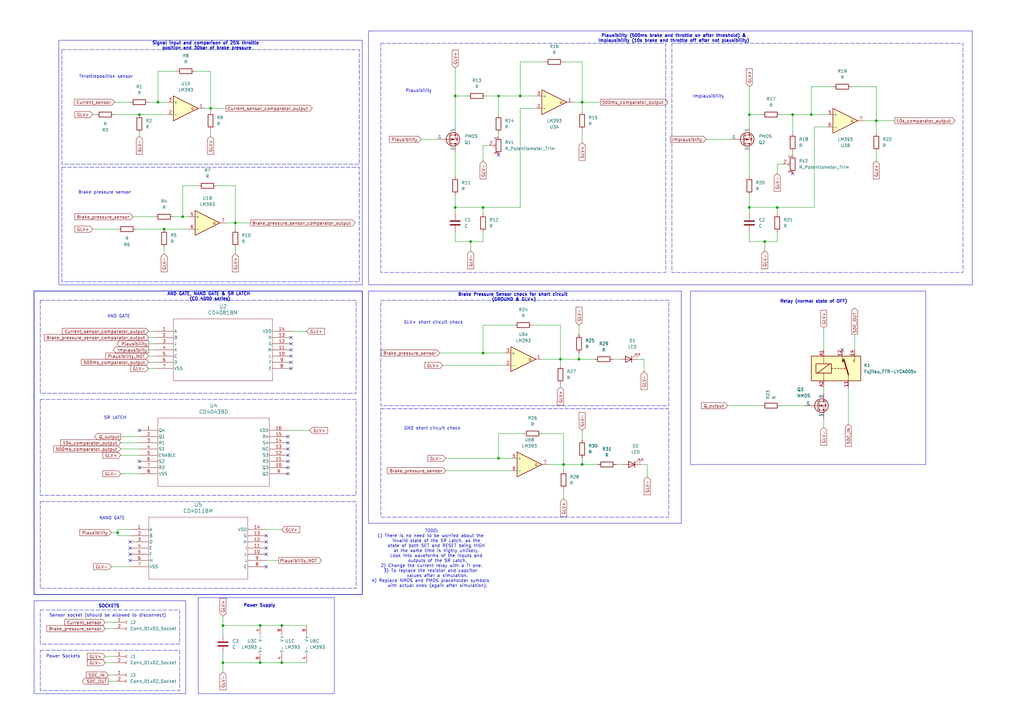
<source format=kicad_sch>
(kicad_sch
	(version 20231120)
	(generator "eeschema")
	(generator_version "8.0")
	(uuid "75cbf48b-d278-4edd-9c64-15b492c5d252")
	(paper "A3")
	(lib_symbols
		(symbol "CD4011BM:CD4011BM"
			(pin_names
				(offset 0.254)
			)
			(exclude_from_sim no)
			(in_bom yes)
			(on_board yes)
			(property "Reference" "U"
				(at 27.94 10.16 0)
				(effects
					(font
						(size 1.524 1.524)
					)
				)
			)
			(property "Value" "CD4011BM"
				(at 27.94 7.62 0)
				(effects
					(font
						(size 1.524 1.524)
					)
				)
			)
			(property "Footprint" "D14"
				(at 0 0 0)
				(effects
					(font
						(size 1.27 1.27)
						(italic yes)
					)
					(hide yes)
				)
			)
			(property "Datasheet" "CD4011BM"
				(at 0 0 0)
				(effects
					(font
						(size 1.27 1.27)
						(italic yes)
					)
					(hide yes)
				)
			)
			(property "Description" ""
				(at 0 0 0)
				(effects
					(font
						(size 1.27 1.27)
					)
					(hide yes)
				)
			)
			(property "ki_locked" ""
				(at 0 0 0)
				(effects
					(font
						(size 1.27 1.27)
					)
				)
			)
			(property "ki_keywords" "CD4011BM"
				(at 0 0 0)
				(effects
					(font
						(size 1.27 1.27)
					)
					(hide yes)
				)
			)
			(property "ki_fp_filters" "D14 D14-M D14-L"
				(at 0 0 0)
				(effects
					(font
						(size 1.27 1.27)
					)
					(hide yes)
				)
			)
			(symbol "CD4011BM_0_1"
				(polyline
					(pts
						(xy 7.62 -20.32) (xy 48.26 -20.32)
					)
					(stroke
						(width 0.127)
						(type default)
					)
					(fill
						(type none)
					)
				)
				(polyline
					(pts
						(xy 7.62 5.08) (xy 7.62 -20.32)
					)
					(stroke
						(width 0.127)
						(type default)
					)
					(fill
						(type none)
					)
				)
				(polyline
					(pts
						(xy 48.26 -20.32) (xy 48.26 5.08)
					)
					(stroke
						(width 0.127)
						(type default)
					)
					(fill
						(type none)
					)
				)
				(polyline
					(pts
						(xy 48.26 5.08) (xy 7.62 5.08)
					)
					(stroke
						(width 0.127)
						(type default)
					)
					(fill
						(type none)
					)
				)
				(pin input line
					(at 0 0 0)
					(length 7.62)
					(name "A"
						(effects
							(font
								(size 1.27 1.27)
							)
						)
					)
					(number "1"
						(effects
							(font
								(size 1.27 1.27)
							)
						)
					)
				)
				(pin output line
					(at 55.88 -10.16 180)
					(length 7.62)
					(name "L"
						(effects
							(font
								(size 1.27 1.27)
							)
						)
					)
					(number "10"
						(effects
							(font
								(size 1.27 1.27)
							)
						)
					)
				)
				(pin output line
					(at 55.88 -7.62 180)
					(length 7.62)
					(name "I"
						(effects
							(font
								(size 1.27 1.27)
							)
						)
					)
					(number "11"
						(effects
							(font
								(size 1.27 1.27)
							)
						)
					)
				)
				(pin input line
					(at 55.88 -5.08 180)
					(length 7.62)
					(name "H"
						(effects
							(font
								(size 1.27 1.27)
							)
						)
					)
					(number "12"
						(effects
							(font
								(size 1.27 1.27)
							)
						)
					)
				)
				(pin input line
					(at 55.88 -2.54 180)
					(length 7.62)
					(name "G"
						(effects
							(font
								(size 1.27 1.27)
							)
						)
					)
					(number "13"
						(effects
							(font
								(size 1.27 1.27)
							)
						)
					)
				)
				(pin power_in line
					(at 55.88 0 180)
					(length 7.62)
					(name "VDD"
						(effects
							(font
								(size 1.27 1.27)
							)
						)
					)
					(number "14"
						(effects
							(font
								(size 1.27 1.27)
							)
						)
					)
				)
				(pin input line
					(at 0 -2.54 0)
					(length 7.62)
					(name "B"
						(effects
							(font
								(size 1.27 1.27)
							)
						)
					)
					(number "2"
						(effects
							(font
								(size 1.27 1.27)
							)
						)
					)
				)
				(pin input line
					(at 0 -5.08 0)
					(length 7.62)
					(name "D"
						(effects
							(font
								(size 1.27 1.27)
							)
						)
					)
					(number "3"
						(effects
							(font
								(size 1.27 1.27)
							)
						)
					)
				)
				(pin input line
					(at 0 -7.62 0)
					(length 7.62)
					(name "E"
						(effects
							(font
								(size 1.27 1.27)
							)
						)
					)
					(number "4"
						(effects
							(font
								(size 1.27 1.27)
							)
						)
					)
				)
				(pin input line
					(at 0 -10.16 0)
					(length 7.62)
					(name "F"
						(effects
							(font
								(size 1.27 1.27)
							)
						)
					)
					(number "5"
						(effects
							(font
								(size 1.27 1.27)
							)
						)
					)
				)
				(pin output line
					(at 0 -12.7 0)
					(length 7.62)
					(name "H"
						(effects
							(font
								(size 1.27 1.27)
							)
						)
					)
					(number "6"
						(effects
							(font
								(size 1.27 1.27)
							)
						)
					)
				)
				(pin power_in line
					(at 0 -15.24 0)
					(length 7.62)
					(name "VSS"
						(effects
							(font
								(size 1.27 1.27)
							)
						)
					)
					(number "7"
						(effects
							(font
								(size 1.27 1.27)
							)
						)
					)
				)
				(pin input line
					(at 55.88 -15.24 180)
					(length 7.62)
					(name "C"
						(effects
							(font
								(size 1.27 1.27)
							)
						)
					)
					(number "8"
						(effects
							(font
								(size 1.27 1.27)
							)
						)
					)
				)
				(pin output line
					(at 55.88 -12.7 180)
					(length 7.62)
					(name "J"
						(effects
							(font
								(size 1.27 1.27)
							)
						)
					)
					(number "9"
						(effects
							(font
								(size 1.27 1.27)
							)
						)
					)
				)
			)
		)
		(symbol "CD4043BD:CD4043BD"
			(pin_names
				(offset 0.254)
			)
			(exclude_from_sim no)
			(in_bom yes)
			(on_board yes)
			(property "Reference" "U"
				(at 30.48 10.16 0)
				(effects
					(font
						(size 1.524 1.524)
					)
				)
			)
			(property "Value" "CD4043BD"
				(at 30.48 7.62 0)
				(effects
					(font
						(size 1.524 1.524)
					)
				)
			)
			(property "Footprint" "D16"
				(at 0 0 0)
				(effects
					(font
						(size 1.27 1.27)
						(italic yes)
					)
					(hide yes)
				)
			)
			(property "Datasheet" "CD4043BD"
				(at 0 0 0)
				(effects
					(font
						(size 1.27 1.27)
						(italic yes)
					)
					(hide yes)
				)
			)
			(property "Description" ""
				(at 0 0 0)
				(effects
					(font
						(size 1.27 1.27)
					)
					(hide yes)
				)
			)
			(property "ki_locked" ""
				(at 0 0 0)
				(effects
					(font
						(size 1.27 1.27)
					)
				)
			)
			(property "ki_keywords" "CD4043BD"
				(at 0 0 0)
				(effects
					(font
						(size 1.27 1.27)
					)
					(hide yes)
				)
			)
			(property "ki_fp_filters" "D16 D16-M D16-L"
				(at 0 0 0)
				(effects
					(font
						(size 1.27 1.27)
					)
					(hide yes)
				)
			)
			(symbol "CD4043BD_0_1"
				(polyline
					(pts
						(xy 7.62 -22.86) (xy 53.34 -22.86)
					)
					(stroke
						(width 0.127)
						(type default)
					)
					(fill
						(type none)
					)
				)
				(polyline
					(pts
						(xy 7.62 5.08) (xy 7.62 -22.86)
					)
					(stroke
						(width 0.127)
						(type default)
					)
					(fill
						(type none)
					)
				)
				(polyline
					(pts
						(xy 53.34 -22.86) (xy 53.34 5.08)
					)
					(stroke
						(width 0.127)
						(type default)
					)
					(fill
						(type none)
					)
				)
				(polyline
					(pts
						(xy 53.34 5.08) (xy 7.62 5.08)
					)
					(stroke
						(width 0.127)
						(type default)
					)
					(fill
						(type none)
					)
				)
				(pin output line
					(at 0 0 0)
					(length 7.62)
					(name "Q4"
						(effects
							(font
								(size 1.27 1.27)
							)
						)
					)
					(number "1"
						(effects
							(font
								(size 1.27 1.27)
							)
						)
					)
				)
				(pin output line
					(at 60.96 -15.24 180)
					(length 7.62)
					(name "Q3"
						(effects
							(font
								(size 1.27 1.27)
							)
						)
					)
					(number "10"
						(effects
							(font
								(size 1.27 1.27)
							)
						)
					)
				)
				(pin input line
					(at 60.96 -12.7 180)
					(length 7.62)
					(name "R3"
						(effects
							(font
								(size 1.27 1.27)
							)
						)
					)
					(number "11"
						(effects
							(font
								(size 1.27 1.27)
							)
						)
					)
				)
				(pin input line
					(at 60.96 -10.16 180)
					(length 7.62)
					(name "S3"
						(effects
							(font
								(size 1.27 1.27)
							)
						)
					)
					(number "12"
						(effects
							(font
								(size 1.27 1.27)
							)
						)
					)
				)
				(pin input line
					(at 60.96 -7.62 180)
					(length 7.62)
					(name "NC"
						(effects
							(font
								(size 1.27 1.27)
							)
						)
					)
					(number "13"
						(effects
							(font
								(size 1.27 1.27)
							)
						)
					)
				)
				(pin input line
					(at 60.96 -5.08 180)
					(length 7.62)
					(name "S4"
						(effects
							(font
								(size 1.27 1.27)
							)
						)
					)
					(number "14"
						(effects
							(font
								(size 1.27 1.27)
							)
						)
					)
				)
				(pin input line
					(at 60.96 -2.54 180)
					(length 7.62)
					(name "R4"
						(effects
							(font
								(size 1.27 1.27)
							)
						)
					)
					(number "15"
						(effects
							(font
								(size 1.27 1.27)
							)
						)
					)
				)
				(pin power_in line
					(at 60.96 0 180)
					(length 7.62)
					(name "VDD"
						(effects
							(font
								(size 1.27 1.27)
							)
						)
					)
					(number "16"
						(effects
							(font
								(size 1.27 1.27)
							)
						)
					)
				)
				(pin output line
					(at 0 -2.54 0)
					(length 7.62)
					(name "Q1"
						(effects
							(font
								(size 1.27 1.27)
							)
						)
					)
					(number "2"
						(effects
							(font
								(size 1.27 1.27)
							)
						)
					)
				)
				(pin input line
					(at 0 -5.08 0)
					(length 7.62)
					(name "R1"
						(effects
							(font
								(size 1.27 1.27)
							)
						)
					)
					(number "3"
						(effects
							(font
								(size 1.27 1.27)
							)
						)
					)
				)
				(pin input line
					(at 0 -7.62 0)
					(length 7.62)
					(name "S1"
						(effects
							(font
								(size 1.27 1.27)
							)
						)
					)
					(number "4"
						(effects
							(font
								(size 1.27 1.27)
							)
						)
					)
				)
				(pin input line
					(at 0 -10.16 0)
					(length 7.62)
					(name "ENABLE"
						(effects
							(font
								(size 1.27 1.27)
							)
						)
					)
					(number "5"
						(effects
							(font
								(size 1.27 1.27)
							)
						)
					)
				)
				(pin input line
					(at 0 -12.7 0)
					(length 7.62)
					(name "S2"
						(effects
							(font
								(size 1.27 1.27)
							)
						)
					)
					(number "6"
						(effects
							(font
								(size 1.27 1.27)
							)
						)
					)
				)
				(pin input line
					(at 0 -15.24 0)
					(length 7.62)
					(name "R2"
						(effects
							(font
								(size 1.27 1.27)
							)
						)
					)
					(number "7"
						(effects
							(font
								(size 1.27 1.27)
							)
						)
					)
				)
				(pin power_in line
					(at 0 -17.78 0)
					(length 7.62)
					(name "VSS"
						(effects
							(font
								(size 1.27 1.27)
							)
						)
					)
					(number "8"
						(effects
							(font
								(size 1.27 1.27)
							)
						)
					)
				)
				(pin output line
					(at 60.96 -17.78 180)
					(length 7.62)
					(name "Q2"
						(effects
							(font
								(size 1.27 1.27)
							)
						)
					)
					(number "9"
						(effects
							(font
								(size 1.27 1.27)
							)
						)
					)
				)
			)
		)
		(symbol "CD4081B:CD4081BM"
			(pin_names
				(offset 0.254)
			)
			(exclude_from_sim no)
			(in_bom yes)
			(on_board yes)
			(property "Reference" "U"
				(at 27.94 10.16 0)
				(effects
					(font
						(size 1.524 1.524)
					)
				)
			)
			(property "Value" "CD4081BM"
				(at 27.94 7.62 0)
				(effects
					(font
						(size 1.524 1.524)
					)
				)
			)
			(property "Footprint" "D14"
				(at 32.512 -24.638 0)
				(effects
					(font
						(size 1.27 1.27)
						(italic yes)
					)
					(hide yes)
				)
			)
			(property "Datasheet" "CD4081BM"
				(at 32.512 -22.352 0)
				(effects
					(font
						(size 1.27 1.27)
						(italic yes)
					)
					(hide yes)
				)
			)
			(property "Description" ""
				(at 0 0 0)
				(effects
					(font
						(size 1.27 1.27)
					)
					(hide yes)
				)
			)
			(property "ki_locked" ""
				(at 0 0 0)
				(effects
					(font
						(size 1.27 1.27)
					)
				)
			)
			(property "ki_keywords" "CD4081BM"
				(at 0 0 0)
				(effects
					(font
						(size 1.27 1.27)
					)
					(hide yes)
				)
			)
			(property "ki_fp_filters" "D14 D14-M D14-L"
				(at 0 0 0)
				(effects
					(font
						(size 1.27 1.27)
					)
					(hide yes)
				)
			)
			(symbol "CD4081BM_0_1"
				(polyline
					(pts
						(xy 7.62 -20.32) (xy 48.26 -20.32)
					)
					(stroke
						(width 0.127)
						(type default)
					)
					(fill
						(type none)
					)
				)
				(polyline
					(pts
						(xy 7.62 5.08) (xy 7.62 -20.32)
					)
					(stroke
						(width 0.127)
						(type default)
					)
					(fill
						(type none)
					)
				)
				(polyline
					(pts
						(xy 48.26 -20.32) (xy 48.26 5.08)
					)
					(stroke
						(width 0.127)
						(type default)
					)
					(fill
						(type none)
					)
				)
				(polyline
					(pts
						(xy 48.26 5.08) (xy 7.62 5.08)
					)
					(stroke
						(width 0.127)
						(type default)
					)
					(fill
						(type none)
					)
				)
				(pin input line
					(at 0 0 0)
					(length 7.62)
					(name "A"
						(effects
							(font
								(size 1.27 1.27)
							)
						)
					)
					(number "1"
						(effects
							(font
								(size 1.27 1.27)
							)
						)
					)
				)
				(pin output line
					(at 55.88 -10.16 180)
					(length 7.62)
					(name "L"
						(effects
							(font
								(size 1.27 1.27)
							)
						)
					)
					(number "10"
						(effects
							(font
								(size 1.27 1.27)
							)
						)
					)
				)
				(pin output line
					(at 55.88 -7.62 180)
					(length 7.62)
					(name "M"
						(effects
							(font
								(size 1.27 1.27)
							)
						)
					)
					(number "11"
						(effects
							(font
								(size 1.27 1.27)
							)
						)
					)
				)
				(pin input line
					(at 55.88 -5.08 180)
					(length 7.62)
					(name "G"
						(effects
							(font
								(size 1.27 1.27)
							)
						)
					)
					(number "12"
						(effects
							(font
								(size 1.27 1.27)
							)
						)
					)
				)
				(pin input line
					(at 55.88 -2.54 180)
					(length 7.62)
					(name "H"
						(effects
							(font
								(size 1.27 1.27)
							)
						)
					)
					(number "13"
						(effects
							(font
								(size 1.27 1.27)
							)
						)
					)
				)
				(pin power_in line
					(at 55.88 0 180)
					(length 7.62)
					(name "VDD"
						(effects
							(font
								(size 1.27 1.27)
							)
						)
					)
					(number "14"
						(effects
							(font
								(size 1.27 1.27)
							)
						)
					)
				)
				(pin input line
					(at 0 -2.54 0)
					(length 7.62)
					(name "B"
						(effects
							(font
								(size 1.27 1.27)
							)
						)
					)
					(number "2"
						(effects
							(font
								(size 1.27 1.27)
							)
						)
					)
				)
				(pin output line
					(at 0 -5.08 0)
					(length 7.62)
					(name "J"
						(effects
							(font
								(size 1.27 1.27)
							)
						)
					)
					(number "3"
						(effects
							(font
								(size 1.27 1.27)
							)
						)
					)
				)
				(pin output line
					(at 0 -7.62 0)
					(length 7.62)
					(name "K"
						(effects
							(font
								(size 1.27 1.27)
							)
						)
					)
					(number "4"
						(effects
							(font
								(size 1.27 1.27)
							)
						)
					)
				)
				(pin input line
					(at 0 -10.16 0)
					(length 7.62)
					(name "C"
						(effects
							(font
								(size 1.27 1.27)
							)
						)
					)
					(number "5"
						(effects
							(font
								(size 1.27 1.27)
							)
						)
					)
				)
				(pin input line
					(at 0 -12.7 0)
					(length 7.62)
					(name "D"
						(effects
							(font
								(size 1.27 1.27)
							)
						)
					)
					(number "6"
						(effects
							(font
								(size 1.27 1.27)
							)
						)
					)
				)
				(pin power_in line
					(at 0 -15.24 0)
					(length 7.62)
					(name "VSS"
						(effects
							(font
								(size 1.27 1.27)
							)
						)
					)
					(number "7"
						(effects
							(font
								(size 1.27 1.27)
							)
						)
					)
				)
				(pin input line
					(at 55.88 -15.24 180)
					(length 7.62)
					(name "E"
						(effects
							(font
								(size 1.27 1.27)
							)
						)
					)
					(number "8"
						(effects
							(font
								(size 1.27 1.27)
							)
						)
					)
				)
				(pin input line
					(at 55.88 -12.7 180)
					(length 7.62)
					(name "F"
						(effects
							(font
								(size 1.27 1.27)
							)
						)
					)
					(number "9"
						(effects
							(font
								(size 1.27 1.27)
							)
						)
					)
				)
			)
		)
		(symbol "Comparator:LM393"
			(pin_names
				(offset 0.127)
			)
			(exclude_from_sim no)
			(in_bom yes)
			(on_board yes)
			(property "Reference" "U"
				(at 3.81 3.81 0)
				(effects
					(font
						(size 1.27 1.27)
					)
				)
			)
			(property "Value" "LM393"
				(at 6.35 -3.81 0)
				(effects
					(font
						(size 1.27 1.27)
					)
				)
			)
			(property "Footprint" ""
				(at 0 0 0)
				(effects
					(font
						(size 1.27 1.27)
					)
					(hide yes)
				)
			)
			(property "Datasheet" "http://www.ti.com/lit/ds/symlink/lm393.pdf"
				(at 0 0 0)
				(effects
					(font
						(size 1.27 1.27)
					)
					(hide yes)
				)
			)
			(property "Description" "Low-Power, Low-Offset Voltage, Dual Comparators, DIP-8/SOIC-8/TO-99-8"
				(at 0 0 0)
				(effects
					(font
						(size 1.27 1.27)
					)
					(hide yes)
				)
			)
			(property "ki_locked" ""
				(at 0 0 0)
				(effects
					(font
						(size 1.27 1.27)
					)
				)
			)
			(property "ki_keywords" "cmp open collector"
				(at 0 0 0)
				(effects
					(font
						(size 1.27 1.27)
					)
					(hide yes)
				)
			)
			(property "ki_fp_filters" "SOIC*3.9x4.9mm*P1.27mm* DIP*W7.62mm* SOP*5.28x5.23mm*P1.27mm* VSSOP*3x3mm*P0.65mm* TSSOP*4.4x3mm*P0.65mm*"
				(at 0 0 0)
				(effects
					(font
						(size 1.27 1.27)
					)
					(hide yes)
				)
			)
			(symbol "LM393_1_1"
				(polyline
					(pts
						(xy -5.08 5.08) (xy 5.08 0) (xy -5.08 -5.08) (xy -5.08 5.08)
					)
					(stroke
						(width 0.254)
						(type default)
					)
					(fill
						(type background)
					)
				)
				(polyline
					(pts
						(xy 3.302 -0.508) (xy 2.794 -0.508) (xy 3.302 0) (xy 2.794 0.508) (xy 2.286 0) (xy 2.794 -0.508)
						(xy 2.286 -0.508)
					)
					(stroke
						(width 0.127)
						(type default)
					)
					(fill
						(type none)
					)
				)
				(pin open_collector line
					(at 7.62 0 180)
					(length 2.54)
					(name "~"
						(effects
							(font
								(size 1.27 1.27)
							)
						)
					)
					(number "1"
						(effects
							(font
								(size 1.27 1.27)
							)
						)
					)
				)
				(pin input line
					(at -7.62 -2.54 0)
					(length 2.54)
					(name "-"
						(effects
							(font
								(size 1.27 1.27)
							)
						)
					)
					(number "2"
						(effects
							(font
								(size 1.27 1.27)
							)
						)
					)
				)
				(pin input line
					(at -7.62 2.54 0)
					(length 2.54)
					(name "+"
						(effects
							(font
								(size 1.27 1.27)
							)
						)
					)
					(number "3"
						(effects
							(font
								(size 1.27 1.27)
							)
						)
					)
				)
			)
			(symbol "LM393_2_1"
				(polyline
					(pts
						(xy -5.08 5.08) (xy 5.08 0) (xy -5.08 -5.08) (xy -5.08 5.08)
					)
					(stroke
						(width 0.254)
						(type default)
					)
					(fill
						(type background)
					)
				)
				(polyline
					(pts
						(xy 3.302 -0.508) (xy 2.794 -0.508) (xy 3.302 0) (xy 2.794 0.508) (xy 2.286 0) (xy 2.794 -0.508)
						(xy 2.286 -0.508)
					)
					(stroke
						(width 0.127)
						(type default)
					)
					(fill
						(type none)
					)
				)
				(pin input line
					(at -7.62 2.54 0)
					(length 2.54)
					(name "+"
						(effects
							(font
								(size 1.27 1.27)
							)
						)
					)
					(number "5"
						(effects
							(font
								(size 1.27 1.27)
							)
						)
					)
				)
				(pin input line
					(at -7.62 -2.54 0)
					(length 2.54)
					(name "-"
						(effects
							(font
								(size 1.27 1.27)
							)
						)
					)
					(number "6"
						(effects
							(font
								(size 1.27 1.27)
							)
						)
					)
				)
				(pin open_collector line
					(at 7.62 0 180)
					(length 2.54)
					(name "~"
						(effects
							(font
								(size 1.27 1.27)
							)
						)
					)
					(number "7"
						(effects
							(font
								(size 1.27 1.27)
							)
						)
					)
				)
			)
			(symbol "LM393_3_1"
				(pin power_in line
					(at -2.54 -7.62 90)
					(length 3.81)
					(name "V-"
						(effects
							(font
								(size 1.27 1.27)
							)
						)
					)
					(number "4"
						(effects
							(font
								(size 1.27 1.27)
							)
						)
					)
				)
				(pin power_in line
					(at -2.54 7.62 270)
					(length 3.81)
					(name "V+"
						(effects
							(font
								(size 1.27 1.27)
							)
						)
					)
					(number "8"
						(effects
							(font
								(size 1.27 1.27)
							)
						)
					)
				)
			)
		)
		(symbol "Connector:Conn_01x02_Socket"
			(pin_names
				(offset 1.016) hide)
			(exclude_from_sim no)
			(in_bom yes)
			(on_board yes)
			(property "Reference" "J"
				(at 0 2.54 0)
				(effects
					(font
						(size 1.27 1.27)
					)
				)
			)
			(property "Value" "Conn_01x02_Socket"
				(at 0 -5.08 0)
				(effects
					(font
						(size 1.27 1.27)
					)
				)
			)
			(property "Footprint" ""
				(at 0 0 0)
				(effects
					(font
						(size 1.27 1.27)
					)
					(hide yes)
				)
			)
			(property "Datasheet" "~"
				(at 0 0 0)
				(effects
					(font
						(size 1.27 1.27)
					)
					(hide yes)
				)
			)
			(property "Description" "Generic connector, single row, 01x02, script generated"
				(at 0 0 0)
				(effects
					(font
						(size 1.27 1.27)
					)
					(hide yes)
				)
			)
			(property "ki_locked" ""
				(at 0 0 0)
				(effects
					(font
						(size 1.27 1.27)
					)
				)
			)
			(property "ki_keywords" "connector"
				(at 0 0 0)
				(effects
					(font
						(size 1.27 1.27)
					)
					(hide yes)
				)
			)
			(property "ki_fp_filters" "Connector*:*_1x??_*"
				(at 0 0 0)
				(effects
					(font
						(size 1.27 1.27)
					)
					(hide yes)
				)
			)
			(symbol "Conn_01x02_Socket_1_1"
				(arc
					(start 0 -2.032)
					(mid -0.5058 -2.54)
					(end 0 -3.048)
					(stroke
						(width 0.1524)
						(type default)
					)
					(fill
						(type none)
					)
				)
				(polyline
					(pts
						(xy -1.27 -2.54) (xy -0.508 -2.54)
					)
					(stroke
						(width 0.1524)
						(type default)
					)
					(fill
						(type none)
					)
				)
				(polyline
					(pts
						(xy -1.27 0) (xy -0.508 0)
					)
					(stroke
						(width 0.1524)
						(type default)
					)
					(fill
						(type none)
					)
				)
				(arc
					(start 0 0.508)
					(mid -0.5058 0)
					(end 0 -0.508)
					(stroke
						(width 0.1524)
						(type default)
					)
					(fill
						(type none)
					)
				)
				(pin passive line
					(at -5.08 0 0)
					(length 3.81)
					(name "Pin_1"
						(effects
							(font
								(size 1.27 1.27)
							)
						)
					)
					(number "1"
						(effects
							(font
								(size 1.27 1.27)
							)
						)
					)
				)
				(pin passive line
					(at -5.08 -2.54 0)
					(length 3.81)
					(name "Pin_2"
						(effects
							(font
								(size 1.27 1.27)
							)
						)
					)
					(number "2"
						(effects
							(font
								(size 1.27 1.27)
							)
						)
					)
				)
			)
		)
		(symbol "Device:C"
			(pin_numbers hide)
			(pin_names
				(offset 0.254)
			)
			(exclude_from_sim no)
			(in_bom yes)
			(on_board yes)
			(property "Reference" "C"
				(at 0.635 2.54 0)
				(effects
					(font
						(size 1.27 1.27)
					)
					(justify left)
				)
			)
			(property "Value" "C"
				(at 0.635 -2.54 0)
				(effects
					(font
						(size 1.27 1.27)
					)
					(justify left)
				)
			)
			(property "Footprint" ""
				(at 0.9652 -3.81 0)
				(effects
					(font
						(size 1.27 1.27)
					)
					(hide yes)
				)
			)
			(property "Datasheet" "~"
				(at 0 0 0)
				(effects
					(font
						(size 1.27 1.27)
					)
					(hide yes)
				)
			)
			(property "Description" "Unpolarized capacitor"
				(at 0 0 0)
				(effects
					(font
						(size 1.27 1.27)
					)
					(hide yes)
				)
			)
			(property "ki_keywords" "cap capacitor"
				(at 0 0 0)
				(effects
					(font
						(size 1.27 1.27)
					)
					(hide yes)
				)
			)
			(property "ki_fp_filters" "C_*"
				(at 0 0 0)
				(effects
					(font
						(size 1.27 1.27)
					)
					(hide yes)
				)
			)
			(symbol "C_0_1"
				(polyline
					(pts
						(xy -2.032 -0.762) (xy 2.032 -0.762)
					)
					(stroke
						(width 0.508)
						(type default)
					)
					(fill
						(type none)
					)
				)
				(polyline
					(pts
						(xy -2.032 0.762) (xy 2.032 0.762)
					)
					(stroke
						(width 0.508)
						(type default)
					)
					(fill
						(type none)
					)
				)
			)
			(symbol "C_1_1"
				(pin passive line
					(at 0 3.81 270)
					(length 2.794)
					(name "~"
						(effects
							(font
								(size 1.27 1.27)
							)
						)
					)
					(number "1"
						(effects
							(font
								(size 1.27 1.27)
							)
						)
					)
				)
				(pin passive line
					(at 0 -3.81 90)
					(length 2.794)
					(name "~"
						(effects
							(font
								(size 1.27 1.27)
							)
						)
					)
					(number "2"
						(effects
							(font
								(size 1.27 1.27)
							)
						)
					)
				)
			)
		)
		(symbol "Device:LED"
			(pin_numbers hide)
			(pin_names
				(offset 1.016) hide)
			(exclude_from_sim no)
			(in_bom yes)
			(on_board yes)
			(property "Reference" "D"
				(at 0 2.54 0)
				(effects
					(font
						(size 1.27 1.27)
					)
				)
			)
			(property "Value" "LED"
				(at 0 -2.54 0)
				(effects
					(font
						(size 1.27 1.27)
					)
				)
			)
			(property "Footprint" ""
				(at 0 0 0)
				(effects
					(font
						(size 1.27 1.27)
					)
					(hide yes)
				)
			)
			(property "Datasheet" "~"
				(at 0 0 0)
				(effects
					(font
						(size 1.27 1.27)
					)
					(hide yes)
				)
			)
			(property "Description" "Light emitting diode"
				(at 0 0 0)
				(effects
					(font
						(size 1.27 1.27)
					)
					(hide yes)
				)
			)
			(property "ki_keywords" "LED diode"
				(at 0 0 0)
				(effects
					(font
						(size 1.27 1.27)
					)
					(hide yes)
				)
			)
			(property "ki_fp_filters" "LED* LED_SMD:* LED_THT:*"
				(at 0 0 0)
				(effects
					(font
						(size 1.27 1.27)
					)
					(hide yes)
				)
			)
			(symbol "LED_0_1"
				(polyline
					(pts
						(xy -1.27 -1.27) (xy -1.27 1.27)
					)
					(stroke
						(width 0.254)
						(type default)
					)
					(fill
						(type none)
					)
				)
				(polyline
					(pts
						(xy -1.27 0) (xy 1.27 0)
					)
					(stroke
						(width 0)
						(type default)
					)
					(fill
						(type none)
					)
				)
				(polyline
					(pts
						(xy 1.27 -1.27) (xy 1.27 1.27) (xy -1.27 0) (xy 1.27 -1.27)
					)
					(stroke
						(width 0.254)
						(type default)
					)
					(fill
						(type none)
					)
				)
				(polyline
					(pts
						(xy -3.048 -0.762) (xy -4.572 -2.286) (xy -3.81 -2.286) (xy -4.572 -2.286) (xy -4.572 -1.524)
					)
					(stroke
						(width 0)
						(type default)
					)
					(fill
						(type none)
					)
				)
				(polyline
					(pts
						(xy -1.778 -0.762) (xy -3.302 -2.286) (xy -2.54 -2.286) (xy -3.302 -2.286) (xy -3.302 -1.524)
					)
					(stroke
						(width 0)
						(type default)
					)
					(fill
						(type none)
					)
				)
			)
			(symbol "LED_1_1"
				(pin passive line
					(at -3.81 0 0)
					(length 2.54)
					(name "K"
						(effects
							(font
								(size 1.27 1.27)
							)
						)
					)
					(number "1"
						(effects
							(font
								(size 1.27 1.27)
							)
						)
					)
				)
				(pin passive line
					(at 3.81 0 180)
					(length 2.54)
					(name "A"
						(effects
							(font
								(size 1.27 1.27)
							)
						)
					)
					(number "2"
						(effects
							(font
								(size 1.27 1.27)
							)
						)
					)
				)
			)
		)
		(symbol "Device:R"
			(pin_numbers hide)
			(pin_names
				(offset 0)
			)
			(exclude_from_sim no)
			(in_bom yes)
			(on_board yes)
			(property "Reference" "R"
				(at 2.032 0 90)
				(effects
					(font
						(size 1.27 1.27)
					)
				)
			)
			(property "Value" "R"
				(at 0 0 90)
				(effects
					(font
						(size 1.27 1.27)
					)
				)
			)
			(property "Footprint" ""
				(at -1.778 0 90)
				(effects
					(font
						(size 1.27 1.27)
					)
					(hide yes)
				)
			)
			(property "Datasheet" "~"
				(at 0 0 0)
				(effects
					(font
						(size 1.27 1.27)
					)
					(hide yes)
				)
			)
			(property "Description" "Resistor"
				(at 0 0 0)
				(effects
					(font
						(size 1.27 1.27)
					)
					(hide yes)
				)
			)
			(property "ki_keywords" "R res resistor"
				(at 0 0 0)
				(effects
					(font
						(size 1.27 1.27)
					)
					(hide yes)
				)
			)
			(property "ki_fp_filters" "R_*"
				(at 0 0 0)
				(effects
					(font
						(size 1.27 1.27)
					)
					(hide yes)
				)
			)
			(symbol "R_0_1"
				(rectangle
					(start -1.016 -2.54)
					(end 1.016 2.54)
					(stroke
						(width 0.254)
						(type default)
					)
					(fill
						(type none)
					)
				)
			)
			(symbol "R_1_1"
				(pin passive line
					(at 0 3.81 270)
					(length 1.27)
					(name "~"
						(effects
							(font
								(size 1.27 1.27)
							)
						)
					)
					(number "1"
						(effects
							(font
								(size 1.27 1.27)
							)
						)
					)
				)
				(pin passive line
					(at 0 -3.81 90)
					(length 1.27)
					(name "~"
						(effects
							(font
								(size 1.27 1.27)
							)
						)
					)
					(number "2"
						(effects
							(font
								(size 1.27 1.27)
							)
						)
					)
				)
			)
		)
		(symbol "Device:R_Potentiometer_Trim"
			(pin_names
				(offset 1.016) hide)
			(exclude_from_sim no)
			(in_bom yes)
			(on_board yes)
			(property "Reference" "RV"
				(at -4.445 0 90)
				(effects
					(font
						(size 1.27 1.27)
					)
				)
			)
			(property "Value" "R_Potentiometer_Trim"
				(at -2.54 0 90)
				(effects
					(font
						(size 1.27 1.27)
					)
				)
			)
			(property "Footprint" ""
				(at 0 0 0)
				(effects
					(font
						(size 1.27 1.27)
					)
					(hide yes)
				)
			)
			(property "Datasheet" "~"
				(at 0 0 0)
				(effects
					(font
						(size 1.27 1.27)
					)
					(hide yes)
				)
			)
			(property "Description" "Trim-potentiometer"
				(at 0 0 0)
				(effects
					(font
						(size 1.27 1.27)
					)
					(hide yes)
				)
			)
			(property "ki_keywords" "resistor variable trimpot trimmer"
				(at 0 0 0)
				(effects
					(font
						(size 1.27 1.27)
					)
					(hide yes)
				)
			)
			(property "ki_fp_filters" "Potentiometer*"
				(at 0 0 0)
				(effects
					(font
						(size 1.27 1.27)
					)
					(hide yes)
				)
			)
			(symbol "R_Potentiometer_Trim_0_1"
				(polyline
					(pts
						(xy 1.524 0.762) (xy 1.524 -0.762)
					)
					(stroke
						(width 0)
						(type default)
					)
					(fill
						(type none)
					)
				)
				(polyline
					(pts
						(xy 2.54 0) (xy 1.524 0)
					)
					(stroke
						(width 0)
						(type default)
					)
					(fill
						(type none)
					)
				)
				(rectangle
					(start 1.016 2.54)
					(end -1.016 -2.54)
					(stroke
						(width 0.254)
						(type default)
					)
					(fill
						(type none)
					)
				)
			)
			(symbol "R_Potentiometer_Trim_1_1"
				(pin passive line
					(at 0 3.81 270)
					(length 1.27)
					(name "1"
						(effects
							(font
								(size 1.27 1.27)
							)
						)
					)
					(number "1"
						(effects
							(font
								(size 1.27 1.27)
							)
						)
					)
				)
				(pin passive line
					(at 3.81 0 180)
					(length 1.27)
					(name "2"
						(effects
							(font
								(size 1.27 1.27)
							)
						)
					)
					(number "2"
						(effects
							(font
								(size 1.27 1.27)
							)
						)
					)
				)
				(pin passive line
					(at 0 -3.81 90)
					(length 1.27)
					(name "3"
						(effects
							(font
								(size 1.27 1.27)
							)
						)
					)
					(number "3"
						(effects
							(font
								(size 1.27 1.27)
							)
						)
					)
				)
			)
		)
		(symbol "Relay:Fujitsu_FTR-LYCA005x"
			(exclude_from_sim no)
			(in_bom yes)
			(on_board yes)
			(property "Reference" "K"
				(at 11.43 3.81 0)
				(effects
					(font
						(size 1.27 1.27)
					)
					(justify left)
				)
			)
			(property "Value" "Fujitsu_FTR-LYCA005x"
				(at 11.43 1.27 0)
				(effects
					(font
						(size 1.27 1.27)
					)
					(justify left)
				)
			)
			(property "Footprint" "Relay_THT:Relay_SPDT_Fujitsu_FTR-LYCA005x_FormC_Vertical"
				(at 11.43 -1.27 0)
				(effects
					(font
						(size 1.27 1.27)
					)
					(justify left)
					(hide yes)
				)
			)
			(property "Datasheet" "https://www.fujitsu.com/sg/imagesgig5/ftr-ly.pdf"
				(at 16.51 -3.81 0)
				(effects
					(font
						(size 1.27 1.27)
					)
					(justify left)
					(hide yes)
				)
			)
			(property "Description" "Relay, SPDT Form C, vertical mount, 5-60V coil, 6A, 250VAC, 28 x 5 x 15mm"
				(at 0 0 0)
				(effects
					(font
						(size 1.27 1.27)
					)
					(hide yes)
				)
			)
			(property "ki_keywords" "6A SPDT Relay"
				(at 0 0 0)
				(effects
					(font
						(size 1.27 1.27)
					)
					(hide yes)
				)
			)
			(property "ki_fp_filters" "Relay*Fujitsu*FTR?LYC*"
				(at 0 0 0)
				(effects
					(font
						(size 1.27 1.27)
					)
					(hide yes)
				)
			)
			(symbol "Fujitsu_FTR-LYCA005x_0_0"
				(polyline
					(pts
						(xy 7.62 5.08) (xy 7.62 2.54) (xy 6.985 3.175) (xy 7.62 3.81)
					)
					(stroke
						(width 0)
						(type default)
					)
					(fill
						(type none)
					)
				)
			)
			(symbol "Fujitsu_FTR-LYCA005x_0_1"
				(rectangle
					(start -10.16 5.08)
					(end 10.16 -5.08)
					(stroke
						(width 0.254)
						(type default)
					)
					(fill
						(type background)
					)
				)
				(rectangle
					(start -8.255 1.905)
					(end -1.905 -1.905)
					(stroke
						(width 0.254)
						(type default)
					)
					(fill
						(type none)
					)
				)
				(polyline
					(pts
						(xy -7.62 -1.905) (xy -2.54 1.905)
					)
					(stroke
						(width 0.254)
						(type default)
					)
					(fill
						(type none)
					)
				)
				(polyline
					(pts
						(xy -5.08 -5.08) (xy -5.08 -1.905)
					)
					(stroke
						(width 0)
						(type default)
					)
					(fill
						(type none)
					)
				)
				(polyline
					(pts
						(xy -5.08 5.08) (xy -5.08 1.905)
					)
					(stroke
						(width 0)
						(type default)
					)
					(fill
						(type none)
					)
				)
				(polyline
					(pts
						(xy -1.905 0) (xy -1.27 0)
					)
					(stroke
						(width 0.254)
						(type default)
					)
					(fill
						(type none)
					)
				)
				(polyline
					(pts
						(xy -0.635 0) (xy 0 0)
					)
					(stroke
						(width 0.254)
						(type default)
					)
					(fill
						(type none)
					)
				)
				(polyline
					(pts
						(xy 0.635 0) (xy 1.27 0)
					)
					(stroke
						(width 0.254)
						(type default)
					)
					(fill
						(type none)
					)
				)
				(polyline
					(pts
						(xy 1.905 0) (xy 2.54 0)
					)
					(stroke
						(width 0.254)
						(type default)
					)
					(fill
						(type none)
					)
				)
				(polyline
					(pts
						(xy 3.175 0) (xy 3.81 0)
					)
					(stroke
						(width 0.254)
						(type default)
					)
					(fill
						(type none)
					)
				)
				(polyline
					(pts
						(xy 5.08 -2.54) (xy 3.175 3.81)
					)
					(stroke
						(width 0.508)
						(type default)
					)
					(fill
						(type none)
					)
				)
				(polyline
					(pts
						(xy 5.08 -2.54) (xy 5.08 -5.08)
					)
					(stroke
						(width 0)
						(type default)
					)
					(fill
						(type none)
					)
				)
				(polyline
					(pts
						(xy 2.54 5.08) (xy 2.54 2.54) (xy 3.175 3.175) (xy 2.54 3.81)
					)
					(stroke
						(width 0)
						(type default)
					)
					(fill
						(type outline)
					)
				)
			)
			(symbol "Fujitsu_FTR-LYCA005x_1_1"
				(pin passive line
					(at 5.08 -7.62 90)
					(length 2.54)
					(name "~"
						(effects
							(font
								(size 1.27 1.27)
							)
						)
					)
					(number "11"
						(effects
							(font
								(size 1.27 1.27)
							)
						)
					)
				)
				(pin passive line
					(at 2.54 7.62 270)
					(length 2.54)
					(name "~"
						(effects
							(font
								(size 1.27 1.27)
							)
						)
					)
					(number "12"
						(effects
							(font
								(size 1.27 1.27)
							)
						)
					)
				)
				(pin passive line
					(at 7.62 7.62 270)
					(length 2.54)
					(name "~"
						(effects
							(font
								(size 1.27 1.27)
							)
						)
					)
					(number "14"
						(effects
							(font
								(size 1.27 1.27)
							)
						)
					)
				)
				(pin passive line
					(at -5.08 7.62 270)
					(length 2.54)
					(name "~"
						(effects
							(font
								(size 1.27 1.27)
							)
						)
					)
					(number "A1"
						(effects
							(font
								(size 1.27 1.27)
							)
						)
					)
				)
				(pin passive line
					(at -5.08 -7.62 90)
					(length 2.54)
					(name "~"
						(effects
							(font
								(size 1.27 1.27)
							)
						)
					)
					(number "A2"
						(effects
							(font
								(size 1.27 1.27)
							)
						)
					)
				)
			)
		)
		(symbol "Simulation_SPICE:NMOS"
			(pin_numbers hide)
			(pin_names
				(offset 0)
			)
			(exclude_from_sim no)
			(in_bom yes)
			(on_board yes)
			(property "Reference" "Q"
				(at 5.08 1.27 0)
				(effects
					(font
						(size 1.27 1.27)
					)
					(justify left)
				)
			)
			(property "Value" "NMOS"
				(at 5.08 -1.27 0)
				(effects
					(font
						(size 1.27 1.27)
					)
					(justify left)
				)
			)
			(property "Footprint" ""
				(at 5.08 2.54 0)
				(effects
					(font
						(size 1.27 1.27)
					)
					(hide yes)
				)
			)
			(property "Datasheet" "https://ngspice.sourceforge.io/docs/ngspice-html-manual/manual.xhtml#cha_MOSFETs"
				(at 0 -12.7 0)
				(effects
					(font
						(size 1.27 1.27)
					)
					(hide yes)
				)
			)
			(property "Description" "N-MOSFET transistor, drain/source/gate"
				(at 0 0 0)
				(effects
					(font
						(size 1.27 1.27)
					)
					(hide yes)
				)
			)
			(property "Sim.Device" "NMOS"
				(at 0 -17.145 0)
				(effects
					(font
						(size 1.27 1.27)
					)
					(hide yes)
				)
			)
			(property "Sim.Type" "VDMOS"
				(at 0 -19.05 0)
				(effects
					(font
						(size 1.27 1.27)
					)
					(hide yes)
				)
			)
			(property "Sim.Pins" "1=D 2=G 3=S"
				(at 0 -15.24 0)
				(effects
					(font
						(size 1.27 1.27)
					)
					(hide yes)
				)
			)
			(property "ki_keywords" "transistor NMOS N-MOS N-MOSFET simulation"
				(at 0 0 0)
				(effects
					(font
						(size 1.27 1.27)
					)
					(hide yes)
				)
			)
			(symbol "NMOS_0_1"
				(polyline
					(pts
						(xy 0.254 0) (xy -2.54 0)
					)
					(stroke
						(width 0)
						(type default)
					)
					(fill
						(type none)
					)
				)
				(polyline
					(pts
						(xy 0.254 1.905) (xy 0.254 -1.905)
					)
					(stroke
						(width 0.254)
						(type default)
					)
					(fill
						(type none)
					)
				)
				(polyline
					(pts
						(xy 0.762 -1.27) (xy 0.762 -2.286)
					)
					(stroke
						(width 0.254)
						(type default)
					)
					(fill
						(type none)
					)
				)
				(polyline
					(pts
						(xy 0.762 0.508) (xy 0.762 -0.508)
					)
					(stroke
						(width 0.254)
						(type default)
					)
					(fill
						(type none)
					)
				)
				(polyline
					(pts
						(xy 0.762 2.286) (xy 0.762 1.27)
					)
					(stroke
						(width 0.254)
						(type default)
					)
					(fill
						(type none)
					)
				)
				(polyline
					(pts
						(xy 2.54 2.54) (xy 2.54 1.778)
					)
					(stroke
						(width 0)
						(type default)
					)
					(fill
						(type none)
					)
				)
				(polyline
					(pts
						(xy 2.54 -2.54) (xy 2.54 0) (xy 0.762 0)
					)
					(stroke
						(width 0)
						(type default)
					)
					(fill
						(type none)
					)
				)
				(polyline
					(pts
						(xy 0.762 -1.778) (xy 3.302 -1.778) (xy 3.302 1.778) (xy 0.762 1.778)
					)
					(stroke
						(width 0)
						(type default)
					)
					(fill
						(type none)
					)
				)
				(polyline
					(pts
						(xy 1.016 0) (xy 2.032 0.381) (xy 2.032 -0.381) (xy 1.016 0)
					)
					(stroke
						(width 0)
						(type default)
					)
					(fill
						(type outline)
					)
				)
				(polyline
					(pts
						(xy 2.794 0.508) (xy 2.921 0.381) (xy 3.683 0.381) (xy 3.81 0.254)
					)
					(stroke
						(width 0)
						(type default)
					)
					(fill
						(type none)
					)
				)
				(polyline
					(pts
						(xy 3.302 0.381) (xy 2.921 -0.254) (xy 3.683 -0.254) (xy 3.302 0.381)
					)
					(stroke
						(width 0)
						(type default)
					)
					(fill
						(type none)
					)
				)
				(circle
					(center 1.651 0)
					(radius 2.794)
					(stroke
						(width 0.254)
						(type default)
					)
					(fill
						(type none)
					)
				)
				(circle
					(center 2.54 -1.778)
					(radius 0.254)
					(stroke
						(width 0)
						(type default)
					)
					(fill
						(type outline)
					)
				)
				(circle
					(center 2.54 1.778)
					(radius 0.254)
					(stroke
						(width 0)
						(type default)
					)
					(fill
						(type outline)
					)
				)
			)
			(symbol "NMOS_1_1"
				(pin passive line
					(at 2.54 5.08 270)
					(length 2.54)
					(name "D"
						(effects
							(font
								(size 1.27 1.27)
							)
						)
					)
					(number "1"
						(effects
							(font
								(size 1.27 1.27)
							)
						)
					)
				)
				(pin input line
					(at -5.08 0 0)
					(length 2.54)
					(name "G"
						(effects
							(font
								(size 1.27 1.27)
							)
						)
					)
					(number "2"
						(effects
							(font
								(size 1.27 1.27)
							)
						)
					)
				)
				(pin passive line
					(at 2.54 -5.08 90)
					(length 2.54)
					(name "S"
						(effects
							(font
								(size 1.27 1.27)
							)
						)
					)
					(number "3"
						(effects
							(font
								(size 1.27 1.27)
							)
						)
					)
				)
			)
		)
		(symbol "Simulation_SPICE:PMOS"
			(pin_numbers hide)
			(pin_names
				(offset 0)
			)
			(exclude_from_sim no)
			(in_bom yes)
			(on_board yes)
			(property "Reference" "Q"
				(at 5.08 1.27 0)
				(effects
					(font
						(size 1.27 1.27)
					)
					(justify left)
				)
			)
			(property "Value" "PMOS"
				(at 5.08 -1.27 0)
				(effects
					(font
						(size 1.27 1.27)
					)
					(justify left)
				)
			)
			(property "Footprint" ""
				(at 5.08 2.54 0)
				(effects
					(font
						(size 1.27 1.27)
					)
					(hide yes)
				)
			)
			(property "Datasheet" "https://ngspice.sourceforge.io/docs/ngspice-html-manual/manual.xhtml#cha_MOSFETs"
				(at 0 -12.7 0)
				(effects
					(font
						(size 1.27 1.27)
					)
					(hide yes)
				)
			)
			(property "Description" "P-MOSFET transistor, drain/source/gate"
				(at 0 0 0)
				(effects
					(font
						(size 1.27 1.27)
					)
					(hide yes)
				)
			)
			(property "Sim.Device" "PMOS"
				(at 0 -17.145 0)
				(effects
					(font
						(size 1.27 1.27)
					)
					(hide yes)
				)
			)
			(property "Sim.Type" "VDMOS"
				(at 0 -19.05 0)
				(effects
					(font
						(size 1.27 1.27)
					)
					(hide yes)
				)
			)
			(property "Sim.Pins" "1=D 2=G 3=S"
				(at 0 -15.24 0)
				(effects
					(font
						(size 1.27 1.27)
					)
					(hide yes)
				)
			)
			(property "ki_keywords" "transistor PMOS P-MOS P-MOSFET simulation"
				(at 0 0 0)
				(effects
					(font
						(size 1.27 1.27)
					)
					(hide yes)
				)
			)
			(symbol "PMOS_0_1"
				(polyline
					(pts
						(xy 0.254 0) (xy -2.54 0)
					)
					(stroke
						(width 0)
						(type default)
					)
					(fill
						(type none)
					)
				)
				(polyline
					(pts
						(xy 0.254 1.905) (xy 0.254 -1.905)
					)
					(stroke
						(width 0.254)
						(type default)
					)
					(fill
						(type none)
					)
				)
				(polyline
					(pts
						(xy 0.762 -1.27) (xy 0.762 -2.286)
					)
					(stroke
						(width 0.254)
						(type default)
					)
					(fill
						(type none)
					)
				)
				(polyline
					(pts
						(xy 0.762 0.508) (xy 0.762 -0.508)
					)
					(stroke
						(width 0.254)
						(type default)
					)
					(fill
						(type none)
					)
				)
				(polyline
					(pts
						(xy 0.762 2.286) (xy 0.762 1.27)
					)
					(stroke
						(width 0.254)
						(type default)
					)
					(fill
						(type none)
					)
				)
				(polyline
					(pts
						(xy 2.54 2.54) (xy 2.54 1.778)
					)
					(stroke
						(width 0)
						(type default)
					)
					(fill
						(type none)
					)
				)
				(polyline
					(pts
						(xy 2.54 -2.54) (xy 2.54 0) (xy 0.762 0)
					)
					(stroke
						(width 0)
						(type default)
					)
					(fill
						(type none)
					)
				)
				(polyline
					(pts
						(xy 0.762 1.778) (xy 3.302 1.778) (xy 3.302 -1.778) (xy 0.762 -1.778)
					)
					(stroke
						(width 0)
						(type default)
					)
					(fill
						(type none)
					)
				)
				(polyline
					(pts
						(xy 2.286 0) (xy 1.27 0.381) (xy 1.27 -0.381) (xy 2.286 0)
					)
					(stroke
						(width 0)
						(type default)
					)
					(fill
						(type outline)
					)
				)
				(polyline
					(pts
						(xy 2.794 -0.508) (xy 2.921 -0.381) (xy 3.683 -0.381) (xy 3.81 -0.254)
					)
					(stroke
						(width 0)
						(type default)
					)
					(fill
						(type none)
					)
				)
				(polyline
					(pts
						(xy 3.302 -0.381) (xy 2.921 0.254) (xy 3.683 0.254) (xy 3.302 -0.381)
					)
					(stroke
						(width 0)
						(type default)
					)
					(fill
						(type none)
					)
				)
				(circle
					(center 1.651 0)
					(radius 2.794)
					(stroke
						(width 0.254)
						(type default)
					)
					(fill
						(type none)
					)
				)
				(circle
					(center 2.54 -1.778)
					(radius 0.254)
					(stroke
						(width 0)
						(type default)
					)
					(fill
						(type outline)
					)
				)
				(circle
					(center 2.54 1.778)
					(radius 0.254)
					(stroke
						(width 0)
						(type default)
					)
					(fill
						(type outline)
					)
				)
			)
			(symbol "PMOS_1_1"
				(pin passive line
					(at 2.54 5.08 270)
					(length 2.54)
					(name "D"
						(effects
							(font
								(size 1.27 1.27)
							)
						)
					)
					(number "1"
						(effects
							(font
								(size 1.27 1.27)
							)
						)
					)
				)
				(pin input line
					(at -5.08 0 0)
					(length 2.54)
					(name "G"
						(effects
							(font
								(size 1.27 1.27)
							)
						)
					)
					(number "2"
						(effects
							(font
								(size 1.27 1.27)
							)
						)
					)
				)
				(pin passive line
					(at 2.54 -5.08 90)
					(length 2.54)
					(name "S"
						(effects
							(font
								(size 1.27 1.27)
							)
						)
					)
					(number "3"
						(effects
							(font
								(size 1.27 1.27)
							)
						)
					)
				)
			)
		)
	)
	(junction
		(at 229.87 147.32)
		(diameter 0)
		(color 0 0 0 0)
		(uuid "032dc857-868c-4f5d-9cca-3e9909ddb463")
	)
	(junction
		(at 359.41 49.53)
		(diameter 0)
		(color 0 0 0 0)
		(uuid "0462cf7f-f150-4fc0-b008-970edebae06d")
	)
	(junction
		(at 96.52 91.44)
		(diameter 0)
		(color 0 0 0 0)
		(uuid "07766baa-56ab-49e2-9f9e-37945e2cfe9e")
	)
	(junction
		(at 318.77 85.09)
		(diameter 0)
		(color 0 0 0 0)
		(uuid "08550d87-609b-4280-9ac0-9482286c154e")
	)
	(junction
		(at 198.12 144.78)
		(diameter 0)
		(color 0 0 0 0)
		(uuid "0ff4c9ef-53bd-4cda-a616-7616bcf590ac")
	)
	(junction
		(at 325.12 46.99)
		(diameter 0)
		(color 0 0 0 0)
		(uuid "10a7fda3-f2b2-472a-a0a0-c11d5a1c0744")
	)
	(junction
		(at 313.69 99.06)
		(diameter 0)
		(color 0 0 0 0)
		(uuid "15c9ec22-c2f3-4e4e-94c2-6fd3aca7cec2")
	)
	(junction
		(at 237.49 147.32)
		(diameter 0)
		(color 0 0 0 0)
		(uuid "1b186678-5c68-4e84-87f8-6a17535bb863")
	)
	(junction
		(at 238.76 41.91)
		(diameter 0)
		(color 0 0 0 0)
		(uuid "1e2572f6-6c1d-429a-a23c-d8eb71c7116a")
	)
	(junction
		(at 48.26 218.44)
		(diameter 0)
		(color 0 0 0 0)
		(uuid "330a53d1-21c3-4476-abc7-8c4d40b5ad98")
	)
	(junction
		(at 193.04 99.06)
		(diameter 0)
		(color 0 0 0 0)
		(uuid "33b219c7-f121-49b2-8ba6-cc9e9024850c")
	)
	(junction
		(at 115.57 271.78)
		(diameter 0)
		(color 0 0 0 0)
		(uuid "3e4c41c2-2f3b-4c24-ba20-e82990699286")
	)
	(junction
		(at 57.15 46.99)
		(diameter 0)
		(color 0 0 0 0)
		(uuid "41ce1bf5-3121-48b2-85df-c20eb13156f0")
	)
	(junction
		(at 106.68 256.54)
		(diameter 0)
		(color 0 0 0 0)
		(uuid "42401d09-c5ba-484b-8162-f90ea89b5b3a")
	)
	(junction
		(at 307.34 46.99)
		(diameter 0)
		(color 0 0 0 0)
		(uuid "474a021c-9d09-4fb3-a06a-34c111d67432")
	)
	(junction
		(at 238.76 190.5)
		(diameter 0)
		(color 0 0 0 0)
		(uuid "58818178-13e7-4d6b-8f05-a3024fa34d07")
	)
	(junction
		(at 86.36 44.45)
		(diameter 0)
		(color 0 0 0 0)
		(uuid "5a9731bd-5592-40bf-ae03-ea813a312b98")
	)
	(junction
		(at 332.74 46.99)
		(diameter 0)
		(color 0 0 0 0)
		(uuid "5b4d903e-72cb-45b8-804b-910c2a0f2ed1")
	)
	(junction
		(at 231.14 190.5)
		(diameter 0)
		(color 0 0 0 0)
		(uuid "5c4e136a-ea6d-430a-be86-f1f3ca00c350")
	)
	(junction
		(at 204.47 187.96)
		(diameter 0)
		(color 0 0 0 0)
		(uuid "6baef61c-f9a6-4278-88f8-02730baac1b0")
	)
	(junction
		(at 186.69 85.09)
		(diameter 0)
		(color 0 0 0 0)
		(uuid "77cbe628-359a-4067-b842-8857466fb707")
	)
	(junction
		(at 186.69 39.37)
		(diameter 0)
		(color 0 0 0 0)
		(uuid "8060ffb5-8d46-4ee6-94a4-28a3e49c48ce")
	)
	(junction
		(at 213.36 39.37)
		(diameter 0)
		(color 0 0 0 0)
		(uuid "83a2dd82-dd94-43ca-a76f-37003ee256a3")
	)
	(junction
		(at 67.31 93.98)
		(diameter 0)
		(color 0 0 0 0)
		(uuid "87e3253f-3b3e-468e-965f-adcc298cfebf")
	)
	(junction
		(at 106.68 271.78)
		(diameter 0)
		(color 0 0 0 0)
		(uuid "93014562-40c8-4ec2-abad-1aaa8b710a89")
	)
	(junction
		(at 115.57 256.54)
		(diameter 0)
		(color 0 0 0 0)
		(uuid "97396998-608d-45e3-a2ca-6670bbe34fc6")
	)
	(junction
		(at 307.34 85.09)
		(diameter 0)
		(color 0 0 0 0)
		(uuid "9c19632c-92f0-4468-b191-7881cb63dc27")
	)
	(junction
		(at 74.93 88.9)
		(diameter 0)
		(color 0 0 0 0)
		(uuid "c3e2ecb4-bcb8-41ce-aedb-1216600191e4")
	)
	(junction
		(at 198.12 85.09)
		(diameter 0)
		(color 0 0 0 0)
		(uuid "c9e578d1-9f06-44b3-859f-fabefd447060")
	)
	(junction
		(at 64.77 41.91)
		(diameter 0)
		(color 0 0 0 0)
		(uuid "ccd6a48c-af2c-471d-9ad2-5ebab30d096d")
	)
	(junction
		(at 91.44 271.78)
		(diameter 0)
		(color 0 0 0 0)
		(uuid "cd10c8b5-7e4f-4077-a886-8acb9a8f4361")
	)
	(junction
		(at 91.44 256.54)
		(diameter 0)
		(color 0 0 0 0)
		(uuid "d547208b-3c14-4254-9c4d-60574239dc2a")
	)
	(junction
		(at 204.47 39.37)
		(diameter 0)
		(color 0 0 0 0)
		(uuid "e5a3d702-d839-4940-bdbb-28bf10f1e2e1")
	)
	(no_connect
		(at 53.34 229.87)
		(uuid "02b217a1-ddbf-4018-813b-e4e7350b0ef8")
	)
	(no_connect
		(at 109.22 227.33)
		(uuid "0fd9979e-c7e3-4c9c-b7e0-84d453aec557")
	)
	(no_connect
		(at 119.38 151.13)
		(uuid "12bef0a0-031e-4551-91c0-ba983beed99c")
	)
	(no_connect
		(at 118.11 191.77)
		(uuid "26263fe1-e345-474f-a371-b67bb70ce1af")
	)
	(no_connect
		(at 109.22 232.41)
		(uuid "3caf1583-af0f-4469-b006-a5c5516854bd")
	)
	(no_connect
		(at 345.44 143.51)
		(uuid "4478ce42-0415-40cb-adbf-8c4ff17b58d3")
	)
	(no_connect
		(at 119.38 138.43)
		(uuid "49ad2dba-f3fc-44cd-a244-1fcd9d1f1bfd")
	)
	(no_connect
		(at 119.38 143.51)
		(uuid "4f85d907-7ae6-4eb2-9aca-6371c567ae57")
	)
	(no_connect
		(at 325.12 71.12)
		(uuid "52ad57fd-348d-41e5-b97c-014b318326d3")
	)
	(no_connect
		(at 118.11 184.15)
		(uuid "535765fb-2cc9-4b71-8de4-f7b6597794c3")
	)
	(no_connect
		(at 204.47 63.5)
		(uuid "611f894a-d463-48ff-ac79-ccae45a3ce23")
	)
	(no_connect
		(at 119.38 140.97)
		(uuid "63118f28-00d3-479f-84e9-38184738410d")
	)
	(no_connect
		(at 57.15 189.23)
		(uuid "64c22f75-00af-4367-a7fa-cc31db0a8187")
	)
	(no_connect
		(at 118.11 181.61)
		(uuid "67c2f119-19d9-4d48-93e5-0cf8b3a345bb")
	)
	(no_connect
		(at 118.11 179.07)
		(uuid "6aa685d5-1c87-40ee-89a3-3f50b22be888")
	)
	(no_connect
		(at 53.34 222.25)
		(uuid "6efc1135-dfb3-4da6-8146-e11231dbd66f")
	)
	(no_connect
		(at 118.11 194.31)
		(uuid "78091c92-6e2a-41ba-ade1-11787d3aded5")
	)
	(no_connect
		(at 53.34 224.79)
		(uuid "93e2f0fb-228a-4c5e-b287-d44866172eda")
	)
	(no_connect
		(at 57.15 176.53)
		(uuid "9d390fc8-3c52-4330-bd20-56b0f4c51a72")
	)
	(no_connect
		(at 57.15 191.77)
		(uuid "b1dc0d4e-4f68-4e5a-b219-b1d7cb4b4e72")
	)
	(no_connect
		(at 119.38 148.59)
		(uuid "b2667910-c9ec-4848-b585-e2ab7a0ade7b")
	)
	(no_connect
		(at 118.11 186.69)
		(uuid "bbd45ae8-fb1c-43c7-b3bd-586e8c2d1d7c")
	)
	(no_connect
		(at 119.38 146.05)
		(uuid "c9825f24-8e6a-44c5-be63-cba9b9806f7c")
	)
	(no_connect
		(at 109.22 219.71)
		(uuid "ce012a74-c388-44d9-9a27-849ce2cfbc91")
	)
	(no_connect
		(at 109.22 224.79)
		(uuid "ce561a5c-f86a-4575-9a1e-e40d07265740")
	)
	(no_connect
		(at 53.34 227.33)
		(uuid "dc86c629-a58d-466e-b514-f8986feae0ed")
	)
	(no_connect
		(at 118.11 189.23)
		(uuid "fb7c410a-1483-4fe3-84bd-40a03d57975a")
	)
	(no_connect
		(at 109.22 222.25)
		(uuid "fd699d4c-f22a-408d-be89-2cdb21cda1c5")
	)
	(wire
		(pts
			(xy 115.57 271.78) (xy 125.73 271.78)
		)
		(stroke
			(width 0)
			(type default)
		)
		(uuid "01c69fb9-80d9-4b8e-8b48-547d269475d1")
	)
	(wire
		(pts
			(xy 318.77 85.09) (xy 318.77 87.63)
		)
		(stroke
			(width 0)
			(type default)
		)
		(uuid "0364a66a-9090-4873-ad78-e5e92d7a6d9c")
	)
	(wire
		(pts
			(xy 204.47 177.8) (xy 214.63 177.8)
		)
		(stroke
			(width 0)
			(type default)
		)
		(uuid "04cd8d95-6505-4490-94d5-48b646bf5958")
	)
	(wire
		(pts
			(xy 307.34 85.09) (xy 318.77 85.09)
		)
		(stroke
			(width 0)
			(type default)
		)
		(uuid "0a726e4e-305c-401a-8c47-a47721b29243")
	)
	(wire
		(pts
			(xy 181.61 149.86) (xy 207.01 149.86)
		)
		(stroke
			(width 0)
			(type default)
		)
		(uuid "0ad007fe-3e2f-4457-945c-9c5842ff2d48")
	)
	(wire
		(pts
			(xy 91.44 256.54) (xy 106.68 256.54)
		)
		(stroke
			(width 0)
			(type default)
		)
		(uuid "0ad14f0d-d78b-4cbb-b126-353d45e17286")
	)
	(wire
		(pts
			(xy 48.26 218.44) (xy 48.26 219.71)
		)
		(stroke
			(width 0)
			(type default)
		)
		(uuid "0b6975c5-30c7-4a74-84e9-f9420a3df17f")
	)
	(wire
		(pts
			(xy 191.77 39.37) (xy 186.69 39.37)
		)
		(stroke
			(width 0)
			(type default)
		)
		(uuid "0b9314f5-83bf-4746-b77e-76cf2ce8c3a9")
	)
	(wire
		(pts
			(xy 198.12 59.69) (xy 200.66 59.69)
		)
		(stroke
			(width 0)
			(type default)
		)
		(uuid "0ca6f248-70df-4fb9-bf59-e5e19042da1c")
	)
	(wire
		(pts
			(xy 81.28 76.2) (xy 74.93 76.2)
		)
		(stroke
			(width 0)
			(type default)
		)
		(uuid "0e3aec3a-e93f-4b99-be39-97ba7b8ef0f1")
	)
	(wire
		(pts
			(xy 49.53 186.69) (xy 57.15 186.69)
		)
		(stroke
			(width 0)
			(type default)
		)
		(uuid "0e88c604-67ec-4779-9343-b974683929ed")
	)
	(wire
		(pts
			(xy 54.61 88.9) (xy 63.5 88.9)
		)
		(stroke
			(width 0)
			(type default)
		)
		(uuid "0f232b4c-e810-499a-93b1-eb126a70d3fa")
	)
	(wire
		(pts
			(xy 86.36 44.45) (xy 92.71 44.45)
		)
		(stroke
			(width 0)
			(type default)
		)
		(uuid "10d8adcc-ddbe-4ad2-ad10-ef56695a7771")
	)
	(wire
		(pts
			(xy 74.93 76.2) (xy 74.93 88.9)
		)
		(stroke
			(width 0)
			(type default)
		)
		(uuid "12e74807-62ad-4a8d-99f9-93e6cdffebdd")
	)
	(wire
		(pts
			(xy 238.76 176.53) (xy 238.76 180.34)
		)
		(stroke
			(width 0)
			(type default)
		)
		(uuid "1346fb30-853a-46fe-a1d1-7405c7f779cf")
	)
	(wire
		(pts
			(xy 238.76 25.4) (xy 238.76 41.91)
		)
		(stroke
			(width 0)
			(type default)
		)
		(uuid "149b1289-ae80-41d9-8495-6d306e762bef")
	)
	(wire
		(pts
			(xy 96.52 101.6) (xy 96.52 104.14)
		)
		(stroke
			(width 0)
			(type default)
		)
		(uuid "1527dac4-e52a-405a-a3c9-1f6607f68f76")
	)
	(wire
		(pts
			(xy 64.77 41.91) (xy 68.58 41.91)
		)
		(stroke
			(width 0)
			(type default)
		)
		(uuid "1ab64609-60b4-42fd-b579-468252da5ebc")
	)
	(wire
		(pts
			(xy 91.44 267.97) (xy 91.44 271.78)
		)
		(stroke
			(width 0)
			(type default)
		)
		(uuid "1b4f7aa0-773f-4d48-96da-27004e9c9fb6")
	)
	(wire
		(pts
			(xy 347.98 173.99) (xy 347.98 158.75)
		)
		(stroke
			(width 0)
			(type default)
		)
		(uuid "1c12d86e-9f40-4feb-b2b8-f0b7e75846e9")
	)
	(wire
		(pts
			(xy 332.74 35.56) (xy 341.63 35.56)
		)
		(stroke
			(width 0)
			(type default)
		)
		(uuid "1c2505d6-adc9-4727-af43-6c41d3ed741c")
	)
	(wire
		(pts
			(xy 88.9 76.2) (xy 96.52 76.2)
		)
		(stroke
			(width 0)
			(type default)
		)
		(uuid "1dd37ba7-ae00-4f3b-9b52-abfaa94972a3")
	)
	(wire
		(pts
			(xy 199.39 39.37) (xy 204.47 39.37)
		)
		(stroke
			(width 0)
			(type default)
		)
		(uuid "21a2badd-aa4f-45a3-ae4e-a1cb1f8149f8")
	)
	(wire
		(pts
			(xy 238.76 187.96) (xy 238.76 190.5)
		)
		(stroke
			(width 0)
			(type default)
		)
		(uuid "22d5b625-c974-448c-9321-31f0f890bb0a")
	)
	(wire
		(pts
			(xy 229.87 157.48) (xy 229.87 158.75)
		)
		(stroke
			(width 0)
			(type default)
		)
		(uuid "2411aa0a-1f8c-4abf-93a6-af6f2193cc8e")
	)
	(wire
		(pts
			(xy 229.87 133.35) (xy 229.87 147.32)
		)
		(stroke
			(width 0)
			(type default)
		)
		(uuid "24d9b635-3fb2-4ca9-984b-58211e949769")
	)
	(wire
		(pts
			(xy 307.34 85.09) (xy 307.34 87.63)
		)
		(stroke
			(width 0)
			(type default)
		)
		(uuid "24fd6205-a118-4d58-86f6-85623c24d9c6")
	)
	(wire
		(pts
			(xy 261.62 147.32) (xy 264.16 147.32)
		)
		(stroke
			(width 0)
			(type default)
		)
		(uuid "2607017c-573c-4864-a6ed-6c019934095d")
	)
	(wire
		(pts
			(xy 307.34 80.01) (xy 307.34 85.09)
		)
		(stroke
			(width 0)
			(type default)
		)
		(uuid "2785d25a-8397-4c04-8279-c46388ed04ae")
	)
	(wire
		(pts
			(xy 96.52 76.2) (xy 96.52 91.44)
		)
		(stroke
			(width 0)
			(type default)
		)
		(uuid "296e7fe1-9f9c-46a6-9991-6f9546f66d55")
	)
	(wire
		(pts
			(xy 96.52 91.44) (xy 96.52 93.98)
		)
		(stroke
			(width 0)
			(type default)
		)
		(uuid "2d0c6ff3-3276-4f08-85bf-e7a999421f12")
	)
	(wire
		(pts
			(xy 91.44 271.78) (xy 91.44 275.59)
		)
		(stroke
			(width 0)
			(type default)
		)
		(uuid "2de626d2-da64-4591-b8aa-e2fa57f55eec")
	)
	(wire
		(pts
			(xy 204.47 46.99) (xy 204.47 39.37)
		)
		(stroke
			(width 0)
			(type default)
		)
		(uuid "2e0438dd-53c8-4a1f-a013-f29f368c4142")
	)
	(wire
		(pts
			(xy 320.04 166.37) (xy 330.2 166.37)
		)
		(stroke
			(width 0)
			(type default)
		)
		(uuid "2e518a07-00c2-4338-a516-c78315c81e17")
	)
	(wire
		(pts
			(xy 265.43 190.5) (xy 265.43 195.58)
		)
		(stroke
			(width 0)
			(type default)
		)
		(uuid "33ce9cd0-ac34-469b-9744-aec18d794cfe")
	)
	(wire
		(pts
			(xy 238.76 41.91) (xy 246.38 41.91)
		)
		(stroke
			(width 0)
			(type default)
		)
		(uuid "34d64da1-f826-4274-bd63-d94315da16d9")
	)
	(wire
		(pts
			(xy 337.82 134.62) (xy 337.82 143.51)
		)
		(stroke
			(width 0)
			(type default)
		)
		(uuid "371060d1-3721-4ccb-a8ee-5c3f5c15b817")
	)
	(wire
		(pts
			(xy 307.34 62.23) (xy 307.34 72.39)
		)
		(stroke
			(width 0)
			(type default)
		)
		(uuid "3a9496ad-dfbc-4955-aafa-7100cb4f0feb")
	)
	(wire
		(pts
			(xy 198.12 85.09) (xy 198.12 87.63)
		)
		(stroke
			(width 0)
			(type default)
		)
		(uuid "3ef8e36f-d8fc-49bb-9f59-abf4a40c15d0")
	)
	(wire
		(pts
			(xy 231.14 190.5) (xy 224.79 190.5)
		)
		(stroke
			(width 0)
			(type default)
		)
		(uuid "3ff63bd1-3192-4e9d-9cb7-082aa10939ce")
	)
	(wire
		(pts
			(xy 96.52 91.44) (xy 102.87 91.44)
		)
		(stroke
			(width 0)
			(type default)
		)
		(uuid "413fe7ed-da09-4b19-820d-75a35772ca41")
	)
	(wire
		(pts
			(xy 180.34 144.78) (xy 198.12 144.78)
		)
		(stroke
			(width 0)
			(type default)
		)
		(uuid "41cc6326-d924-47a9-9b10-20e50f76cc8b")
	)
	(wire
		(pts
			(xy 229.87 147.32) (xy 222.25 147.32)
		)
		(stroke
			(width 0)
			(type default)
		)
		(uuid "42947ca7-5dc3-468c-97f8-caa48a5e97bf")
	)
	(wire
		(pts
			(xy 318.77 85.09) (xy 334.01 85.09)
		)
		(stroke
			(width 0)
			(type default)
		)
		(uuid "46c4409f-a138-4d0c-bcc6-9576d2c3474e")
	)
	(wire
		(pts
			(xy 71.12 88.9) (xy 74.93 88.9)
		)
		(stroke
			(width 0)
			(type default)
		)
		(uuid "48a277a0-d0bb-4b32-8481-e2f1565b4157")
	)
	(wire
		(pts
			(xy 49.53 179.07) (xy 57.15 179.07)
		)
		(stroke
			(width 0)
			(type default)
		)
		(uuid "49cc9858-3cdb-4383-ac5e-2ee5ef5e5599")
	)
	(wire
		(pts
			(xy 86.36 44.45) (xy 86.36 45.72)
		)
		(stroke
			(width 0)
			(type default)
		)
		(uuid "4a77681b-5be6-4096-a22f-e3f24b32bd1b")
	)
	(wire
		(pts
			(xy 312.42 166.37) (xy 298.45 166.37)
		)
		(stroke
			(width 0)
			(type default)
		)
		(uuid "4e040cab-ab27-4f09-af0b-42c259a1ba64")
	)
	(wire
		(pts
			(xy 182.88 187.96) (xy 204.47 187.96)
		)
		(stroke
			(width 0)
			(type default)
		)
		(uuid "4f99f7f8-38d8-401c-9f35-0d0843f939b6")
	)
	(wire
		(pts
			(xy 204.47 39.37) (xy 213.36 39.37)
		)
		(stroke
			(width 0)
			(type default)
		)
		(uuid "513e62ff-1614-425d-a0da-1a9a7fd3a5a4")
	)
	(wire
		(pts
			(xy 86.36 53.34) (xy 86.36 55.88)
		)
		(stroke
			(width 0)
			(type default)
		)
		(uuid "553b55bf-33d8-4eba-82d2-d3343bf18437")
	)
	(wire
		(pts
			(xy 262.89 190.5) (xy 265.43 190.5)
		)
		(stroke
			(width 0)
			(type default)
		)
		(uuid "56601fda-ebd9-48ea-90f5-b289e919274d")
	)
	(wire
		(pts
			(xy 109.22 217.17) (xy 115.57 217.17)
		)
		(stroke
			(width 0)
			(type default)
		)
		(uuid "5660b8f8-a634-46ed-8933-1202df1471ec")
	)
	(wire
		(pts
			(xy 60.96 148.59) (xy 63.5 148.59)
		)
		(stroke
			(width 0)
			(type default)
		)
		(uuid "572aedd4-6e18-4fc4-b4da-37dd5a5f50f6")
	)
	(wire
		(pts
			(xy 359.41 49.53) (xy 367.03 49.53)
		)
		(stroke
			(width 0)
			(type default)
		)
		(uuid "57d3c48c-a454-4cb9-9939-1acefae88240")
	)
	(wire
		(pts
			(xy 186.69 95.25) (xy 186.69 99.06)
		)
		(stroke
			(width 0)
			(type default)
		)
		(uuid "58081e41-ea3a-4ce0-b368-c18b85ffbf48")
	)
	(wire
		(pts
			(xy 67.31 93.98) (xy 77.47 93.98)
		)
		(stroke
			(width 0)
			(type default)
		)
		(uuid "5cb46c28-1f38-4ef6-9555-4494eaace1d0")
	)
	(wire
		(pts
			(xy 198.12 59.69) (xy 198.12 66.04)
		)
		(stroke
			(width 0)
			(type default)
		)
		(uuid "5d4bea8b-bed6-43ab-856d-0f69814179a1")
	)
	(wire
		(pts
			(xy 43.18 271.78) (xy 46.99 271.78)
		)
		(stroke
			(width 0)
			(type default)
		)
		(uuid "5d781a8a-f54e-498e-87f6-a77305d7481f")
	)
	(wire
		(pts
			(xy 60.96 140.97) (xy 63.5 140.97)
		)
		(stroke
			(width 0)
			(type default)
		)
		(uuid "5dc2ccf0-a38e-423c-90f8-ae9a7a4c5262")
	)
	(wire
		(pts
			(xy 186.69 62.23) (xy 186.69 72.39)
		)
		(stroke
			(width 0)
			(type default)
		)
		(uuid "5dd59782-4628-47b3-a248-98e2bc834dcb")
	)
	(wire
		(pts
			(xy 193.04 99.06) (xy 193.04 102.87)
		)
		(stroke
			(width 0)
			(type default)
		)
		(uuid "5dea7fbe-65c8-4e66-99ae-0bcf6a8f896b")
	)
	(wire
		(pts
			(xy 118.11 176.53) (xy 127 176.53)
		)
		(stroke
			(width 0)
			(type default)
		)
		(uuid "6068ed23-0db2-4311-891c-5d9d1d6b9ec3")
	)
	(wire
		(pts
			(xy 48.26 219.71) (xy 53.34 219.71)
		)
		(stroke
			(width 0)
			(type default)
		)
		(uuid "610c0cb3-679e-4938-94db-8b1d100c0776")
	)
	(wire
		(pts
			(xy 231.14 190.5) (xy 238.76 190.5)
		)
		(stroke
			(width 0)
			(type default)
		)
		(uuid "6655f37d-4999-4563-8153-7505662fe63e")
	)
	(wire
		(pts
			(xy 334.01 52.07) (xy 339.09 52.07)
		)
		(stroke
			(width 0)
			(type default)
		)
		(uuid "6717a413-140f-4006-a0f3-474f07b4ba87")
	)
	(wire
		(pts
			(xy 55.88 93.98) (xy 67.31 93.98)
		)
		(stroke
			(width 0)
			(type default)
		)
		(uuid "6b839260-b5c0-4b76-b9dd-17d3916d76de")
	)
	(wire
		(pts
			(xy 325.12 46.99) (xy 332.74 46.99)
		)
		(stroke
			(width 0)
			(type default)
		)
		(uuid "6bb07fe6-bfb3-429c-b254-edd8cacce9b4")
	)
	(wire
		(pts
			(xy 234.95 41.91) (xy 238.76 41.91)
		)
		(stroke
			(width 0)
			(type default)
		)
		(uuid "6c5c1894-fcc7-4452-9841-e03a8010342a")
	)
	(wire
		(pts
			(xy 318.77 67.31) (xy 318.77 71.12)
		)
		(stroke
			(width 0)
			(type default)
		)
		(uuid "6e79a18c-2223-43e5-a85d-84dca80da149")
	)
	(wire
		(pts
			(xy 46.99 46.99) (xy 57.15 46.99)
		)
		(stroke
			(width 0)
			(type default)
		)
		(uuid "70f6f792-0d69-4254-8671-a679f55a8fd5")
	)
	(wire
		(pts
			(xy 43.18 255.27) (xy 46.99 255.27)
		)
		(stroke
			(width 0)
			(type default)
		)
		(uuid "7276343a-db6d-4eab-856c-ec4d6a15ee3f")
	)
	(wire
		(pts
			(xy 38.1 46.99) (xy 39.37 46.99)
		)
		(stroke
			(width 0)
			(type default)
		)
		(uuid "72cbc340-0dff-40b5-9564-6f2878e212c1")
	)
	(wire
		(pts
			(xy 222.25 177.8) (xy 231.14 177.8)
		)
		(stroke
			(width 0)
			(type default)
		)
		(uuid "76a94054-27b1-48d9-b15e-4323108f9cd1")
	)
	(wire
		(pts
			(xy 64.77 29.21) (xy 64.77 41.91)
		)
		(stroke
			(width 0)
			(type default)
		)
		(uuid "79530af3-af4d-4617-9edf-21edad270e8d")
	)
	(wire
		(pts
			(xy 60.96 151.13) (xy 63.5 151.13)
		)
		(stroke
			(width 0)
			(type default)
		)
		(uuid "7a3c7859-1dfd-4b34-ab1f-6781350d9e80")
	)
	(wire
		(pts
			(xy 252.73 190.5) (xy 255.27 190.5)
		)
		(stroke
			(width 0)
			(type default)
		)
		(uuid "7b79ad09-d214-44e4-9351-38df8e730f2e")
	)
	(wire
		(pts
			(xy 45.72 232.41) (xy 53.34 232.41)
		)
		(stroke
			(width 0)
			(type default)
		)
		(uuid "7fbc2230-d291-41d1-8306-0cfadb3f161e")
	)
	(wire
		(pts
			(xy 359.41 62.23) (xy 359.41 66.04)
		)
		(stroke
			(width 0)
			(type default)
		)
		(uuid "8159ef5c-17a9-4c4f-9495-b3cd99ff4a5f")
	)
	(wire
		(pts
			(xy 204.47 187.96) (xy 204.47 177.8)
		)
		(stroke
			(width 0)
			(type default)
		)
		(uuid "82eae16e-1891-4c66-9087-c20c5fbe3c2e")
	)
	(wire
		(pts
			(xy 44.45 276.86) (xy 46.99 276.86)
		)
		(stroke
			(width 0)
			(type default)
		)
		(uuid "8377e347-1c32-4afe-b661-4de5bd9bc981")
	)
	(wire
		(pts
			(xy 359.41 49.53) (xy 354.33 49.53)
		)
		(stroke
			(width 0)
			(type default)
		)
		(uuid "840c933f-5f22-4ed1-b5ef-40c7c77393fb")
	)
	(wire
		(pts
			(xy 213.36 39.37) (xy 213.36 25.4)
		)
		(stroke
			(width 0)
			(type default)
		)
		(uuid "84f965b8-bcf9-4073-95b6-e03cf222e8a2")
	)
	(wire
		(pts
			(xy 213.36 25.4) (xy 223.52 25.4)
		)
		(stroke
			(width 0)
			(type default)
		)
		(uuid "864aa646-86f4-42ab-b568-432232d829a6")
	)
	(wire
		(pts
			(xy 72.39 29.21) (xy 64.77 29.21)
		)
		(stroke
			(width 0)
			(type default)
		)
		(uuid "876b93c5-650c-4fb1-8ca9-d5a7acf5cf55")
	)
	(wire
		(pts
			(xy 49.53 184.15) (xy 57.15 184.15)
		)
		(stroke
			(width 0)
			(type default)
		)
		(uuid "8c521446-d9a1-474e-bdb5-e65d55eb64aa")
	)
	(wire
		(pts
			(xy 60.96 41.91) (xy 64.77 41.91)
		)
		(stroke
			(width 0)
			(type default)
		)
		(uuid "8ed723b9-1eb2-458b-90e1-37e5d02c83bd")
	)
	(wire
		(pts
			(xy 332.74 46.99) (xy 332.74 35.56)
		)
		(stroke
			(width 0)
			(type default)
		)
		(uuid "8fe91370-c448-450c-a622-057565c4e763")
	)
	(wire
		(pts
			(xy 312.42 46.99) (xy 307.34 46.99)
		)
		(stroke
			(width 0)
			(type default)
		)
		(uuid "9580ae14-d453-459d-b402-042cb05a4ff7")
	)
	(wire
		(pts
			(xy 46.99 41.91) (xy 53.34 41.91)
		)
		(stroke
			(width 0)
			(type default)
		)
		(uuid "96796919-4374-4299-8a54-ba070bf113bd")
	)
	(wire
		(pts
			(xy 74.93 88.9) (xy 77.47 88.9)
		)
		(stroke
			(width 0)
			(type default)
		)
		(uuid "9788bb2e-4370-40bb-ab4b-938b825a9833")
	)
	(wire
		(pts
			(xy 49.53 194.31) (xy 57.15 194.31)
		)
		(stroke
			(width 0)
			(type default)
		)
		(uuid "97b8faaf-5c0e-4b76-8361-05d8c62a7818")
	)
	(wire
		(pts
			(xy 60.96 143.51) (xy 63.5 143.51)
		)
		(stroke
			(width 0)
			(type default)
		)
		(uuid "97c52827-504b-42da-89a1-f60e0c56da7a")
	)
	(wire
		(pts
			(xy 307.34 35.56) (xy 307.34 46.99)
		)
		(stroke
			(width 0)
			(type default)
		)
		(uuid "988325f6-5eda-42dc-9d29-0b098f6ad40e")
	)
	(wire
		(pts
			(xy 289.56 57.15) (xy 299.72 57.15)
		)
		(stroke
			(width 0)
			(type default)
		)
		(uuid "9951e213-53a4-49c5-972a-af609e5ec9d8")
	)
	(wire
		(pts
			(xy 198.12 133.35) (xy 210.82 133.35)
		)
		(stroke
			(width 0)
			(type default)
		)
		(uuid "9ed044e9-b729-4a7f-9848-fbb328155637")
	)
	(wire
		(pts
			(xy 60.96 138.43) (xy 63.5 138.43)
		)
		(stroke
			(width 0)
			(type default)
		)
		(uuid "9f207499-473b-4382-9d6e-36179b774574")
	)
	(wire
		(pts
			(xy 349.25 35.56) (xy 359.41 35.56)
		)
		(stroke
			(width 0)
			(type default)
		)
		(uuid "9f620b44-d637-4beb-80a8-461e016b8cda")
	)
	(wire
		(pts
			(xy 115.57 256.54) (xy 125.73 256.54)
		)
		(stroke
			(width 0)
			(type default)
		)
		(uuid "9f958034-549d-4894-adb3-3cc6060704b8")
	)
	(wire
		(pts
			(xy 186.69 85.09) (xy 186.69 87.63)
		)
		(stroke
			(width 0)
			(type default)
		)
		(uuid "a079085c-f4f8-48d3-97e1-831af16c781f")
	)
	(wire
		(pts
			(xy 186.69 39.37) (xy 186.69 52.07)
		)
		(stroke
			(width 0)
			(type default)
		)
		(uuid "a1df1324-f1de-49a7-96b3-f40084ab2115")
	)
	(wire
		(pts
			(xy 332.74 46.99) (xy 339.09 46.99)
		)
		(stroke
			(width 0)
			(type default)
		)
		(uuid "a3bdb7ed-4ebe-42ac-81e6-ee9f10188b58")
	)
	(wire
		(pts
			(xy 91.44 256.54) (xy 91.44 260.35)
		)
		(stroke
			(width 0)
			(type default)
		)
		(uuid "a4a2c996-50d6-44a5-bdec-e264c514f2ce")
	)
	(wire
		(pts
			(xy 238.76 45.72) (xy 238.76 41.91)
		)
		(stroke
			(width 0)
			(type default)
		)
		(uuid "a4efe207-9580-4943-9e1d-024e97bc1afe")
	)
	(wire
		(pts
			(xy 238.76 58.42) (xy 238.76 53.34)
		)
		(stroke
			(width 0)
			(type default)
		)
		(uuid "a55df230-b87a-4b9b-98a3-2deae5d1c1d5")
	)
	(wire
		(pts
			(xy 198.12 85.09) (xy 213.36 85.09)
		)
		(stroke
			(width 0)
			(type default)
		)
		(uuid "a681e623-4572-476a-a98f-03c3015638c0")
	)
	(wire
		(pts
			(xy 172.72 57.15) (xy 179.07 57.15)
		)
		(stroke
			(width 0)
			(type default)
		)
		(uuid "a786e3ac-ace2-49ac-89da-2f06da8628c7")
	)
	(wire
		(pts
			(xy 318.77 67.31) (xy 321.31 67.31)
		)
		(stroke
			(width 0)
			(type default)
		)
		(uuid "ad0570f6-5799-4bc3-9bb6-b60d09b44cba")
	)
	(wire
		(pts
			(xy 350.52 137.16) (xy 350.52 143.51)
		)
		(stroke
			(width 0)
			(type default)
		)
		(uuid "ad7130e2-e66e-4806-9096-988ae63dcb75")
	)
	(wire
		(pts
			(xy 231.14 190.5) (xy 231.14 193.04)
		)
		(stroke
			(width 0)
			(type default)
		)
		(uuid "b022e831-2e57-4f29-ae17-3a0dcc9f103b")
	)
	(wire
		(pts
			(xy 198.12 144.78) (xy 198.12 133.35)
		)
		(stroke
			(width 0)
			(type default)
		)
		(uuid "b198b473-4b05-468f-add7-eae518cd9e52")
	)
	(wire
		(pts
			(xy 60.96 135.89) (xy 63.5 135.89)
		)
		(stroke
			(width 0)
			(type default)
		)
		(uuid "b27468e6-d74f-4077-8275-5e74cc7dc812")
	)
	(wire
		(pts
			(xy 186.69 27.94) (xy 186.69 39.37)
		)
		(stroke
			(width 0)
			(type default)
		)
		(uuid "b52a1b8c-9aa7-4803-9e3e-c4b650195571")
	)
	(wire
		(pts
			(xy 204.47 54.61) (xy 204.47 55.88)
		)
		(stroke
			(width 0)
			(type default)
		)
		(uuid "b69abf8d-7936-4d77-829c-4491e01ca4c4")
	)
	(wire
		(pts
			(xy 231.14 25.4) (xy 238.76 25.4)
		)
		(stroke
			(width 0)
			(type default)
		)
		(uuid "b74d424b-bb7c-44f8-b318-cfc98abb842b")
	)
	(wire
		(pts
			(xy 238.76 190.5) (xy 245.11 190.5)
		)
		(stroke
			(width 0)
			(type default)
		)
		(uuid "b9ecc07f-71b4-492b-b684-98e1970de01b")
	)
	(wire
		(pts
			(xy 106.68 256.54) (xy 115.57 256.54)
		)
		(stroke
			(width 0)
			(type default)
		)
		(uuid "bd6c3e6b-1250-464d-9482-9eee576e4a40")
	)
	(wire
		(pts
			(xy 213.36 85.09) (xy 213.36 44.45)
		)
		(stroke
			(width 0)
			(type default)
		)
		(uuid "bddc15eb-b48f-40c1-8d29-987048f34850")
	)
	(wire
		(pts
			(xy 83.82 44.45) (xy 86.36 44.45)
		)
		(stroke
			(width 0)
			(type default)
		)
		(uuid "be7c2410-2580-4feb-bd98-ad98c73ca1a8")
	)
	(wire
		(pts
			(xy 182.88 193.04) (xy 209.55 193.04)
		)
		(stroke
			(width 0)
			(type default)
		)
		(uuid "bfe25dd9-c783-43d1-885b-0efd01350117")
	)
	(wire
		(pts
			(xy 44.45 279.4) (xy 46.99 279.4)
		)
		(stroke
			(width 0)
			(type default)
		)
		(uuid "c1774599-a51f-4eb0-a327-e642c6a7e6a5")
	)
	(wire
		(pts
			(xy 86.36 29.21) (xy 86.36 44.45)
		)
		(stroke
			(width 0)
			(type default)
		)
		(uuid "c20f72b8-7848-4739-b17d-979d99718779")
	)
	(wire
		(pts
			(xy 320.04 46.99) (xy 325.12 46.99)
		)
		(stroke
			(width 0)
			(type default)
		)
		(uuid "c390a25a-1380-4dd6-b539-02754fdf02db")
	)
	(wire
		(pts
			(xy 60.96 146.05) (xy 63.5 146.05)
		)
		(stroke
			(width 0)
			(type default)
		)
		(uuid "c4bbfda1-1943-49cc-8d52-75a90b748cd0")
	)
	(wire
		(pts
			(xy 337.82 158.75) (xy 337.82 161.29)
		)
		(stroke
			(width 0)
			(type default)
		)
		(uuid "c66bb358-1026-498c-96b3-51b9c6bc2430")
	)
	(wire
		(pts
			(xy 43.18 269.24) (xy 46.99 269.24)
		)
		(stroke
			(width 0)
			(type default)
		)
		(uuid "c86236d5-e7ff-4f0b-9bd7-940f9c2de5ac")
	)
	(wire
		(pts
			(xy 67.31 101.6) (xy 67.31 104.14)
		)
		(stroke
			(width 0)
			(type default)
		)
		(uuid "caa82ad2-a3ad-4579-aa67-676dc4cc3854")
	)
	(wire
		(pts
			(xy 318.77 99.06) (xy 318.77 95.25)
		)
		(stroke
			(width 0)
			(type default)
		)
		(uuid "cbd4edd5-bdd5-44db-8689-cf9a38e0c417")
	)
	(wire
		(pts
			(xy 237.49 133.35) (xy 237.49 137.16)
		)
		(stroke
			(width 0)
			(type default)
		)
		(uuid "ce2b0fd8-13c6-4250-bff8-a35a39f34c72")
	)
	(wire
		(pts
			(xy 57.15 46.99) (xy 68.58 46.99)
		)
		(stroke
			(width 0)
			(type default)
		)
		(uuid "ce47059f-3984-4263-9130-f748793913f1")
	)
	(wire
		(pts
			(xy 237.49 147.32) (xy 243.84 147.32)
		)
		(stroke
			(width 0)
			(type default)
		)
		(uuid "cf83e462-c700-4314-bb13-22b8e71ca545")
	)
	(wire
		(pts
			(xy 48.26 217.17) (xy 48.26 218.44)
		)
		(stroke
			(width 0)
			(type default)
		)
		(uuid "d103a694-b136-47e3-b7f5-bbb01708056a")
	)
	(wire
		(pts
			(xy 204.47 187.96) (xy 209.55 187.96)
		)
		(stroke
			(width 0)
			(type default)
		)
		(uuid "d33456b1-9ea3-4a92-b384-8097b1a3ec04")
	)
	(wire
		(pts
			(xy 231.14 200.66) (xy 231.14 204.47)
		)
		(stroke
			(width 0)
			(type default)
		)
		(uuid "d5084a51-9160-4240-84b3-5ae5268bb94a")
	)
	(wire
		(pts
			(xy 229.87 147.32) (xy 229.87 149.86)
		)
		(stroke
			(width 0)
			(type default)
		)
		(uuid "d6c48631-c581-4eef-a64b-94d9d671529b")
	)
	(wire
		(pts
			(xy 198.12 99.06) (xy 198.12 95.25)
		)
		(stroke
			(width 0)
			(type default)
		)
		(uuid "d765511b-ffda-4bdf-8bfb-2938da27ac98")
	)
	(wire
		(pts
			(xy 80.01 29.21) (xy 86.36 29.21)
		)
		(stroke
			(width 0)
			(type default)
		)
		(uuid "d78af6a3-2795-4c85-b212-bb4cafe69c4e")
	)
	(wire
		(pts
			(xy 186.69 80.01) (xy 186.69 85.09)
		)
		(stroke
			(width 0)
			(type default)
		)
		(uuid "d967df3a-769e-4d6b-8273-f4dabe4d20ff")
	)
	(wire
		(pts
			(xy 307.34 46.99) (xy 307.34 52.07)
		)
		(stroke
			(width 0)
			(type default)
		)
		(uuid "defdfebf-5181-4fd5-9b28-80559aea1991")
	)
	(wire
		(pts
			(xy 53.34 217.17) (xy 48.26 217.17)
		)
		(stroke
			(width 0)
			(type default)
		)
		(uuid "e0074b2f-72e5-492d-a473-6f1bc2ee5950")
	)
	(wire
		(pts
			(xy 91.44 271.78) (xy 106.68 271.78)
		)
		(stroke
			(width 0)
			(type default)
		)
		(uuid "e1413cfe-51ca-41f1-8886-e4fedacaa7a9")
	)
	(wire
		(pts
			(xy 45.72 218.44) (xy 48.26 218.44)
		)
		(stroke
			(width 0)
			(type default)
		)
		(uuid "e19b0467-fee5-4639-934c-0421087cdb85")
	)
	(wire
		(pts
			(xy 186.69 99.06) (xy 193.04 99.06)
		)
		(stroke
			(width 0)
			(type default)
		)
		(uuid "e3ad8d31-3751-4b18-837a-c9ded2858c9e")
	)
	(wire
		(pts
			(xy 198.12 144.78) (xy 207.01 144.78)
		)
		(stroke
			(width 0)
			(type default)
		)
		(uuid "e4d40c3c-e93f-43d8-aa72-aab4ea61f4f4")
	)
	(wire
		(pts
			(xy 213.36 44.45) (xy 219.71 44.45)
		)
		(stroke
			(width 0)
			(type default)
		)
		(uuid "e58ccc0f-370e-4a88-a9db-4fe1df0a00e7")
	)
	(wire
		(pts
			(xy 313.69 99.06) (xy 318.77 99.06)
		)
		(stroke
			(width 0)
			(type default)
		)
		(uuid "e9111a64-6a63-4017-8480-656c4eb0972d")
	)
	(wire
		(pts
			(xy 213.36 39.37) (xy 219.71 39.37)
		)
		(stroke
			(width 0)
			(type default)
		)
		(uuid "ea198a3c-362b-4bb4-8fb1-ad4ca0af9e7e")
	)
	(wire
		(pts
			(xy 237.49 144.78) (xy 237.49 147.32)
		)
		(stroke
			(width 0)
			(type default)
		)
		(uuid "ea30da32-66d7-41f0-ac1a-4fe45f67db97")
	)
	(wire
		(pts
			(xy 325.12 62.23) (xy 325.12 63.5)
		)
		(stroke
			(width 0)
			(type default)
		)
		(uuid "ea316893-00e7-4cc3-b32f-61bdae2fb323")
	)
	(wire
		(pts
			(xy 106.68 271.78) (xy 115.57 271.78)
		)
		(stroke
			(width 0)
			(type default)
		)
		(uuid "eb7e43f6-a4d2-49d5-8fbb-3ba6cbdeeaa6")
	)
	(wire
		(pts
			(xy 229.87 147.32) (xy 237.49 147.32)
		)
		(stroke
			(width 0)
			(type default)
		)
		(uuid "ebdebaf8-c584-40ca-a5bc-8add703e6d34")
	)
	(wire
		(pts
			(xy 334.01 52.07) (xy 334.01 85.09)
		)
		(stroke
			(width 0)
			(type default)
		)
		(uuid "ed240fc9-65dc-4e2b-88bd-23f311b589aa")
	)
	(wire
		(pts
			(xy 337.82 171.45) (xy 337.82 175.26)
		)
		(stroke
			(width 0)
			(type default)
		)
		(uuid "ee59dccf-5f1f-4db0-8c60-b3c450f52fd8")
	)
	(wire
		(pts
			(xy 109.22 229.87) (xy 114.3 229.87)
		)
		(stroke
			(width 0)
			(type default)
		)
		(uuid "ee628ba0-3adf-40cb-8182-a04d2a302299")
	)
	(wire
		(pts
			(xy 251.46 147.32) (xy 254 147.32)
		)
		(stroke
			(width 0)
			(type default)
		)
		(uuid "eec00208-e43e-4a72-8626-442f8449a926")
	)
	(wire
		(pts
			(xy 186.69 85.09) (xy 198.12 85.09)
		)
		(stroke
			(width 0)
			(type default)
		)
		(uuid "ef3ac87e-15da-43bd-a5a2-6bc98d81bbac")
	)
	(wire
		(pts
			(xy 231.14 177.8) (xy 231.14 190.5)
		)
		(stroke
			(width 0)
			(type default)
		)
		(uuid "f1a97e6a-c046-404d-aeb0-ba67a5916d1b")
	)
	(wire
		(pts
			(xy 264.16 147.32) (xy 264.16 152.4)
		)
		(stroke
			(width 0)
			(type default)
		)
		(uuid "f3687804-9e8d-4b3f-a4f5-e47836a70edd")
	)
	(wire
		(pts
			(xy 119.38 135.89) (xy 125.73 135.89)
		)
		(stroke
			(width 0)
			(type default)
		)
		(uuid "f3b0b455-c617-43c8-8f7c-488f33a7470e")
	)
	(wire
		(pts
			(xy 359.41 35.56) (xy 359.41 49.53)
		)
		(stroke
			(width 0)
			(type default)
		)
		(uuid "f3ec9d1f-f2bc-4600-b782-afb6ea374d92")
	)
	(wire
		(pts
			(xy 193.04 99.06) (xy 198.12 99.06)
		)
		(stroke
			(width 0)
			(type default)
		)
		(uuid "f4192748-c692-462f-9bd7-130870e442b9")
	)
	(wire
		(pts
			(xy 38.1 93.98) (xy 48.26 93.98)
		)
		(stroke
			(width 0)
			(type default)
		)
		(uuid "f43f7f9f-e18e-417e-97af-3da141ae0dad")
	)
	(wire
		(pts
			(xy 307.34 99.06) (xy 313.69 99.06)
		)
		(stroke
			(width 0)
			(type default)
		)
		(uuid "f445e0ec-572d-4f46-b117-3e12e3781a74")
	)
	(wire
		(pts
			(xy 325.12 54.61) (xy 325.12 46.99)
		)
		(stroke
			(width 0)
			(type default)
		)
		(uuid "f4836986-0bdd-4a73-a685-a6eb1fb24aa2")
	)
	(wire
		(pts
			(xy 313.69 99.06) (xy 313.69 102.87)
		)
		(stroke
			(width 0)
			(type default)
		)
		(uuid "f4dc3ddc-d987-4faf-9874-63852f9a5553")
	)
	(wire
		(pts
			(xy 57.15 54.61) (xy 57.15 55.88)
		)
		(stroke
			(width 0)
			(type default)
		)
		(uuid "f4f63dd5-cfe5-4360-937f-10e6f45deab3")
	)
	(wire
		(pts
			(xy 49.53 181.61) (xy 57.15 181.61)
		)
		(stroke
			(width 0)
			(type default)
		)
		(uuid "f50e4bb2-e7b0-426a-b9f3-8d00aa6e6ca0")
	)
	(wire
		(pts
			(xy 96.52 91.44) (xy 92.71 91.44)
		)
		(stroke
			(width 0)
			(type default)
		)
		(uuid "f5ad9dfb-0d0d-41af-84f7-69d685b049df")
	)
	(wire
		(pts
			(xy 307.34 95.25) (xy 307.34 99.06)
		)
		(stroke
			(width 0)
			(type default)
		)
		(uuid "f78fd6c5-0d46-4d01-b65d-5a2f18671b03")
	)
	(wire
		(pts
			(xy 91.44 252.73) (xy 91.44 256.54)
		)
		(stroke
			(width 0)
			(type default)
		)
		(uuid "fa8c8d17-bcc7-434d-aea0-22d451caa302")
	)
	(wire
		(pts
			(xy 218.44 133.35) (xy 229.87 133.35)
		)
		(stroke
			(width 0)
			(type default)
		)
		(uuid "fc7a38e6-e2bf-4613-91d5-3bcec808c23d")
	)
	(wire
		(pts
			(xy 359.41 49.53) (xy 359.41 54.61)
		)
		(stroke
			(width 0)
			(type default)
		)
		(uuid "fcef2da6-48cc-4917-9d56-1f5fa9d86bf3")
	)
	(wire
		(pts
			(xy 43.18 257.81) (xy 46.99 257.81)
		)
		(stroke
			(width 0)
			(type default)
		)
		(uuid "fe070ca7-c437-46ec-9444-2ce202231642")
	)
	(rectangle
		(start 16.51 163.83)
		(end 146.05 203.2)
		(stroke
			(width 0)
			(type dash)
		)
		(fill
			(type none)
		)
		(uuid 152cc092-4669-42ee-bded-559ffb43a621)
	)
	(rectangle
		(start 275.59 17.78)
		(end 394.97 111.76)
		(stroke
			(width 0)
			(type dash)
		)
		(fill
			(type none)
		)
		(uuid 1ac56183-126c-42f4-a515-e975e58e91db)
	)
	(rectangle
		(start 16.51 266.7)
		(end 73.66 283.21)
		(stroke
			(width 0)
			(type dash)
		)
		(fill
			(type none)
		)
		(uuid 22ead787-a043-4ef3-96f5-43bbbade94b2)
	)
	(rectangle
		(start 283.21 119.38)
		(end 379.73 190.5)
		(stroke
			(width 0)
			(type default)
		)
		(fill
			(type none)
		)
		(uuid 2f8cf545-4fd0-4424-9192-3a08ebf512d3)
	)
	(rectangle
		(start 156.21 17.78)
		(end 273.05 111.76)
		(stroke
			(width 0)
			(type dash)
		)
		(fill
			(type none)
		)
		(uuid 325d03d9-ffed-4fac-97eb-e687805537b4)
	)
	(rectangle
		(start 156.21 123.19)
		(end 274.32 166.37)
		(stroke
			(width 0)
			(type dash)
		)
		(fill
			(type none)
		)
		(uuid 32ccd508-dc35-4b8c-95e9-5d81f5a6db4d)
	)
	(rectangle
		(start 156.21 167.64)
		(end 274.32 212.09)
		(stroke
			(width 0)
			(type dash)
		)
		(fill
			(type none)
		)
		(uuid 4cd7d42d-5698-4fc8-a1b6-b94d7d98171f)
	)
	(rectangle
		(start 151.13 12.7)
		(end 398.78 116.84)
		(stroke
			(width 0)
			(type default)
		)
		(fill
			(type none)
		)
		(uuid 5d05e5c0-3a5a-417d-8892-719fa2b3baaa)
	)
	(rectangle
		(start 13.97 246.38)
		(end 76.2 284.48)
		(stroke
			(width 0)
			(type default)
		)
		(fill
			(type none)
		)
		(uuid 5ff88113-81ba-4cfe-815b-a09b7f8fdb5d)
	)
	(rectangle
		(start 16.51 250.19)
		(end 73.66 264.16)
		(stroke
			(width 0)
			(type dash)
		)
		(fill
			(type none)
		)
		(uuid 791a4453-20a7-4ce0-929c-f850ec555479)
	)
	(rectangle
		(start 25.4 20.32)
		(end 147.32 67.31)
		(stroke
			(width 0)
			(type dash)
		)
		(fill
			(type none)
		)
		(uuid 9c50b0b4-0cab-4cc5-b030-2d8e25811f39)
	)
	(rectangle
		(start 16.51 123.19)
		(end 146.05 161.29)
		(stroke
			(width 0)
			(type dash)
		)
		(fill
			(type none)
		)
		(uuid b4facd24-f9a2-414c-a71a-0d899a209ace)
	)
	(rectangle
		(start 24.13 16.51)
		(end 148.59 116.84)
		(stroke
			(width 0)
			(type default)
		)
		(fill
			(type none)
		)
		(uuid b9aac2e4-428a-41be-8408-944fe4791e63)
	)
	(rectangle
		(start 13.97 119.38)
		(end 148.59 243.84)
		(stroke
			(width 0.254)
			(type default)
		)
		(fill
			(type none)
		)
		(uuid cafa88c8-cdd8-4197-b76a-c7bf67e84f50)
	)
	(rectangle
		(start 25.4 68.58)
		(end 147.32 115.57)
		(stroke
			(width 0)
			(type dash)
		)
		(fill
			(type none)
		)
		(uuid d0478d0a-4e50-4ef6-b4a5-6e2ff2e87339)
	)
	(rectangle
		(start 151.13 119.38)
		(end 279.4 214.63)
		(stroke
			(width 0)
			(type default)
		)
		(fill
			(type none)
		)
		(uuid d3dbb5a9-10d9-4742-a0f3-c838a592a3f6)
	)
	(rectangle
		(start 81.28 245.11)
		(end 137.16 284.48)
		(stroke
			(width 0)
			(type default)
		)
		(fill
			(type none)
		)
		(uuid e79477ad-0ede-492b-a4e2-2efcb55d685b)
	)
	(rectangle
		(start 16.51 205.74)
		(end 146.05 241.3)
		(stroke
			(width 0)
			(type dash)
		)
		(fill
			(type none)
		)
		(uuid ec6b8cf9-dfb5-4843-af97-03c9f1fbe6aa)
	)
	(text "AND GATE, NAND GATE & SR LATCH \n(CD 4000 series)"
		(exclude_from_sim no)
		(at 86.106 121.666 0)
		(effects
			(font
				(size 1.27 1.27)
				(thickness 0.254)
				(bold yes)
			)
		)
		(uuid "12bc6e28-507d-4504-a5bd-072c8de16960")
	)
	(text "Power Sockets"
		(exclude_from_sim no)
		(at 25.908 269.24 0)
		(effects
			(font
				(size 1.27 1.27)
			)
		)
		(uuid "152d84cd-f315-4e2e-89a5-3ee291280f74")
	)
	(text "Power Supply"
		(exclude_from_sim no)
		(at 106.426 248.412 0)
		(effects
			(font
				(size 1.27 1.27)
				(thickness 0.254)
				(bold yes)
			)
		)
		(uuid "1da6da9c-da2f-436a-852e-6fb4ccc7e5e4")
	)
	(text "Relay (normal state of OFF)"
		(exclude_from_sim no)
		(at 333.756 123.698 0)
		(effects
			(font
				(size 1.27 1.27)
				(thickness 0.254)
				(bold yes)
			)
		)
		(uuid "414dadc0-54d8-4068-abb6-252bb9b80787")
	)
	(text "Implausibility"
		(exclude_from_sim no)
		(at 290.576 39.624 0)
		(effects
			(font
				(size 1.27 1.27)
			)
		)
		(uuid "47f9c98b-55e4-48cd-90e2-fde05b7d56a8")
	)
	(text "TODO:\n1) There is no need to be worried about the \n	invalid state of the SR Latch, as the \n	state of both SET and RESET being HIGH \n	at the same time is highly unlikely. \n	Look into waveforms of the inputs and \n	outputs of the SR Latch.\n2) Change the current relay with a TI one.\n3) To replace the resistor and capcitor \n	values after a simulation.\n4) Replace NMOS and PMOS placeholder symbols \n	with actual ones (again after simulation)."
		(exclude_from_sim no)
		(at 177.038 229.108 0)
		(effects
			(font
				(size 1.27 1.27)
			)
		)
		(uuid "5a62df0e-c5dd-41ea-96a6-1958fcfee595")
	)
	(text "Brake pressure sensor"
		(exclude_from_sim no)
		(at 42.926 78.994 0)
		(effects
			(font
				(size 1.27 1.27)
			)
		)
		(uuid "6127fa56-4506-49a5-ba09-cbbd608d4f16")
	)
	(text "Plausibility"
		(exclude_from_sim no)
		(at 171.704 37.338 0)
		(effects
			(font
				(size 1.27 1.27)
			)
		)
		(uuid "7475a503-b01a-4fe9-8b13-3db01a7e655b")
	)
	(text "Plausibility (500ms brake and throttle on after threshold) &\nImplausibility (10s brake and throttle off after not plausibility)"
		(exclude_from_sim no)
		(at 276.352 15.748 0)
		(effects
			(font
				(size 1.27 1.27)
				(thickness 0.254)
				(bold yes)
			)
		)
		(uuid "8e5b86cb-9b47-4767-ac9f-c63a7aaed08e")
	)
	(text "Signal input and comparison of 25% throttle \nposition and 30bar of brake pressure"
		(exclude_from_sim no)
		(at 84.836 18.796 0)
		(effects
			(font
				(size 1.27 1.27)
				(thickness 0.254)
				(bold yes)
			)
		)
		(uuid "98f59b1e-6ff0-4edf-935c-3c97d6dcd03a")
	)
	(text "Throttleposition sensor"
		(exclude_from_sim no)
		(at 43.434 31.496 0)
		(effects
			(font
				(size 1.27 1.27)
			)
		)
		(uuid "b1aeac0c-d633-4290-978b-bee0bfae3b2f")
	)
	(text "GLV+ short circuit check"
		(exclude_from_sim no)
		(at 177.8 132.334 0)
		(effects
			(font
				(size 1.27 1.27)
			)
		)
		(uuid "c482567c-20de-42e7-a562-dbc37f263a67")
	)
	(text "Sensor socket (should be allowed to disconnect)"
		(exclude_from_sim no)
		(at 44.196 252.476 0)
		(effects
			(font
				(size 1.27 1.27)
			)
		)
		(uuid "c5a35d57-c61b-4107-9ea3-373e63e7441f")
	)
	(text "SOCKETS"
		(exclude_from_sim no)
		(at 44.704 248.666 0)
		(effects
			(font
				(size 1.27 1.27)
				(thickness 0.254)
				(bold yes)
			)
		)
		(uuid "cb2f7c18-7467-41f9-920a-ad6e63857206")
	)
	(text "AND GATE"
		(exclude_from_sim no)
		(at 48.768 129.794 0)
		(effects
			(font
				(size 1.27 1.27)
			)
		)
		(uuid "d0bb247b-d6b9-4b65-9bf0-b1f5152c9be2")
	)
	(text "Brake Pressure Sensor check for short circuit \n(GROUND & GLV+)"
		(exclude_from_sim no)
		(at 210.82 121.92 0)
		(effects
			(font
				(size 1.27 1.27)
				(thickness 0.254)
				(bold yes)
			)
		)
		(uuid "dc09499d-c7f8-469b-9d1f-62deff9ad8e3")
	)
	(text "NAND GATE"
		(exclude_from_sim no)
		(at 45.974 212.598 0)
		(effects
			(font
				(size 1.27 1.27)
			)
		)
		(uuid "e0ab9ac5-8f38-4c42-9595-cdd717d189ad")
	)
	(text "GND short circuit check"
		(exclude_from_sim no)
		(at 177.292 175.768 0)
		(effects
			(font
				(size 1.27 1.27)
			)
		)
		(uuid "ea9f26d6-4b95-4fcd-ba40-57b6bf3c45a8")
	)
	(text "SR LATCH"
		(exclude_from_sim no)
		(at 47.244 171.45 0)
		(effects
			(font
				(size 1.27 1.27)
			)
		)
		(uuid "f23aa9bc-7e85-4a2b-bb42-c8b0e734e52b")
	)
	(global_label "GLV-"
		(shape input)
		(at 91.44 275.59 270)
		(fields_autoplaced yes)
		(effects
			(font
				(size 1.27 1.27)
			)
			(justify right)
		)
		(uuid "05b8efea-0c83-48e1-8151-85fdd1a1ea17")
		(property "Intersheetrefs" "${INTERSHEET_REFS}"
			(at 91.44 283.5343 90)
			(effects
				(font
					(size 1.27 1.27)
				)
				(justify right)
				(hide yes)
			)
		)
	)
	(global_label "Current_sensor"
		(shape input)
		(at 43.18 255.27 180)
		(fields_autoplaced yes)
		(effects
			(font
				(size 1.27 1.27)
			)
			(justify right)
		)
		(uuid "0ffe2ca5-51db-4a1a-8ded-f508e252b705")
		(property "Intersheetrefs" "${INTERSHEET_REFS}"
			(at 26.0435 255.27 0)
			(effects
				(font
					(size 1.27 1.27)
				)
				(justify right)
				(hide yes)
			)
		)
	)
	(global_label "GLV-"
		(shape input)
		(at 337.82 175.26 270)
		(fields_autoplaced yes)
		(effects
			(font
				(size 1.27 1.27)
			)
			(justify right)
		)
		(uuid "11fc3e55-41b1-4ba3-82ed-59be228d976c")
		(property "Intersheetrefs" "${INTERSHEET_REFS}"
			(at 337.82 183.2043 90)
			(effects
				(font
					(size 1.27 1.27)
				)
				(justify right)
				(hide yes)
			)
		)
	)
	(global_label "GLV+"
		(shape input)
		(at 337.82 134.62 90)
		(fields_autoplaced yes)
		(effects
			(font
				(size 1.27 1.27)
			)
			(justify left)
		)
		(uuid "1cd99437-b562-48af-a44e-451923f78b03")
		(property "Intersheetrefs" "${INTERSHEET_REFS}"
			(at 337.82 126.6757 90)
			(effects
				(font
					(size 1.27 1.27)
				)
				(justify left)
				(hide yes)
			)
		)
	)
	(global_label "GLV-"
		(shape input)
		(at 49.53 194.31 180)
		(fields_autoplaced yes)
		(effects
			(font
				(size 1.27 1.27)
			)
			(justify right)
		)
		(uuid "1de6d835-871a-4ba1-a186-9a7e7a8e53a9")
		(property "Intersheetrefs" "${INTERSHEET_REFS}"
			(at 41.5857 194.31 0)
			(effects
				(font
					(size 1.27 1.27)
				)
				(justify right)
				(hide yes)
			)
		)
	)
	(global_label "SDC_IN"
		(shape input)
		(at 347.98 173.99 270)
		(fields_autoplaced yes)
		(effects
			(font
				(size 1.27 1.27)
			)
			(justify right)
		)
		(uuid "1e66a304-89a3-4369-9616-0fae64ce1593")
		(property "Intersheetrefs" "${INTERSHEET_REFS}"
			(at 347.98 183.6276 90)
			(effects
				(font
					(size 1.27 1.27)
				)
				(justify right)
				(hide yes)
			)
		)
	)
	(global_label "GLV-"
		(shape input)
		(at 238.76 176.53 90)
		(fields_autoplaced yes)
		(effects
			(font
				(size 1.27 1.27)
			)
			(justify left)
		)
		(uuid "23a7622f-1f16-47ab-a561-b38cd9bd3276")
		(property "Intersheetrefs" "${INTERSHEET_REFS}"
			(at 238.76 168.5857 90)
			(effects
				(font
					(size 1.27 1.27)
				)
				(justify left)
				(hide yes)
			)
		)
	)
	(global_label "GLV+"
		(shape input)
		(at 359.41 66.04 270)
		(fields_autoplaced yes)
		(effects
			(font
				(size 1.27 1.27)
			)
			(justify right)
		)
		(uuid "2714e3eb-8d27-4de2-881e-864fe8e67154")
		(property "Intersheetrefs" "${INTERSHEET_REFS}"
			(at 359.41 73.9843 90)
			(effects
				(font
					(size 1.27 1.27)
				)
				(justify right)
				(hide yes)
			)
		)
	)
	(global_label "500ms_comparator_output"
		(shape input)
		(at 49.53 184.15 180)
		(fields_autoplaced yes)
		(effects
			(font
				(size 1.27 1.27)
			)
			(justify right)
		)
		(uuid "28a6df10-345a-4979-a1fa-458483e75e78")
		(property "Intersheetrefs" "${INTERSHEET_REFS}"
			(at 21.3873 184.15 0)
			(effects
				(font
					(size 1.27 1.27)
				)
				(justify right)
				(hide yes)
			)
		)
	)
	(global_label "10s_comparator_output"
		(shape output)
		(at 367.03 49.53 0)
		(fields_autoplaced yes)
		(effects
			(font
				(size 1.27 1.27)
			)
			(justify left)
		)
		(uuid "29408d6b-181e-4040-a4fc-445e71a33e78")
		(property "Intersheetrefs" "${INTERSHEET_REFS}"
			(at 392.2699 49.53 0)
			(effects
				(font
					(size 1.27 1.27)
				)
				(justify left)
				(hide yes)
			)
		)
	)
	(global_label "Implausiblity"
		(shape output)
		(at 60.96 143.51 180)
		(fields_autoplaced yes)
		(effects
			(font
				(size 1.27 1.27)
			)
			(justify right)
		)
		(uuid "2ac1318c-3411-4790-ad85-0d29e816c8ff")
		(property "Intersheetrefs" "${INTERSHEET_REFS}"
			(at 45.8193 143.51 0)
			(effects
				(font
					(size 1.27 1.27)
				)
				(justify right)
				(hide yes)
			)
		)
	)
	(global_label "SDC_OUT"
		(shape output)
		(at 350.52 137.16 90)
		(fields_autoplaced yes)
		(effects
			(font
				(size 1.27 1.27)
			)
			(justify left)
		)
		(uuid "2cc826e6-2ddb-4d65-a722-d754f790b18e")
		(property "Intersheetrefs" "${INTERSHEET_REFS}"
			(at 350.52 125.8291 90)
			(effects
				(font
					(size 1.27 1.27)
				)
				(justify left)
				(hide yes)
			)
		)
	)
	(global_label "GLV+"
		(shape input)
		(at 127 176.53 0)
		(fields_autoplaced yes)
		(effects
			(font
				(size 1.27 1.27)
			)
			(justify left)
		)
		(uuid "2d2a1d03-1cd2-4ca1-bd60-4df7684f63e4")
		(property "Intersheetrefs" "${INTERSHEET_REFS}"
			(at 134.9443 176.53 0)
			(effects
				(font
					(size 1.27 1.27)
				)
				(justify left)
				(hide yes)
			)
		)
	)
	(global_label "GLV+"
		(shape input)
		(at 229.87 158.75 270)
		(fields_autoplaced yes)
		(effects
			(font
				(size 1.27 1.27)
			)
			(justify right)
		)
		(uuid "32be5d92-e8ae-49a2-b3f9-3dd64b909568")
		(property "Intersheetrefs" "${INTERSHEET_REFS}"
			(at 229.87 166.6943 90)
			(effects
				(font
					(size 1.27 1.27)
				)
				(justify right)
				(hide yes)
			)
		)
	)
	(global_label "GLV+"
		(shape input)
		(at 181.61 149.86 180)
		(fields_autoplaced yes)
		(effects
			(font
				(size 1.27 1.27)
			)
			(justify right)
		)
		(uuid "3472fd20-deb8-4e67-a16f-ab5a7b07b246")
		(property "Intersheetrefs" "${INTERSHEET_REFS}"
			(at 173.6657 149.86 0)
			(effects
				(font
					(size 1.27 1.27)
				)
				(justify right)
				(hide yes)
			)
		)
	)
	(global_label "GLV+"
		(shape input)
		(at 38.1 93.98 180)
		(fields_autoplaced yes)
		(effects
			(font
				(size 1.27 1.27)
			)
			(justify right)
		)
		(uuid "3cc7f007-8256-4f99-b99c-154d69d99c98")
		(property "Intersheetrefs" "${INTERSHEET_REFS}"
			(at 30.1557 93.98 0)
			(effects
				(font
					(size 1.27 1.27)
				)
				(justify right)
				(hide yes)
			)
		)
	)
	(global_label "Brake_pressure_sensor_comparator_output"
		(shape output)
		(at 102.87 91.44 0)
		(fields_autoplaced yes)
		(effects
			(font
				(size 1.27 1.27)
			)
			(justify left)
		)
		(uuid "3e82c770-3d4e-4eba-88ab-240b2516a3a6")
		(property "Intersheetrefs" "${INTERSHEET_REFS}"
			(at 146.2527 91.44 0)
			(effects
				(font
					(size 1.27 1.27)
				)
				(justify left)
				(hide yes)
			)
		)
	)
	(global_label "GLV-"
		(shape input)
		(at 57.15 55.88 270)
		(fields_autoplaced yes)
		(effects
			(font
				(size 1.27 1.27)
			)
			(justify right)
		)
		(uuid "4199e0dd-2175-4575-bca3-d40eb2ee8664")
		(property "Intersheetrefs" "${INTERSHEET_REFS}"
			(at 57.15 63.8243 90)
			(effects
				(font
					(size 1.27 1.27)
				)
				(justify right)
				(hide yes)
			)
		)
	)
	(global_label "Implausiblity"
		(shape input)
		(at 289.56 57.15 180)
		(fields_autoplaced yes)
		(effects
			(font
				(size 1.27 1.27)
			)
			(justify right)
		)
		(uuid "4a7b7e73-eb4b-4149-840a-31a6af922391")
		(property "Intersheetrefs" "${INTERSHEET_REFS}"
			(at 274.4193 57.15 0)
			(effects
				(font
					(size 1.27 1.27)
				)
				(justify right)
				(hide yes)
			)
		)
	)
	(global_label "Plausibility_NOT"
		(shape output)
		(at 114.3 229.87 0)
		(fields_autoplaced yes)
		(effects
			(font
				(size 1.27 1.27)
			)
			(justify left)
		)
		(uuid "4d1194ce-2d7c-4475-958d-ad10c049dc04")
		(property "Intersheetrefs" "${INTERSHEET_REFS}"
			(at 132.4646 229.87 0)
			(effects
				(font
					(size 1.27 1.27)
				)
				(justify left)
				(hide yes)
			)
		)
	)
	(global_label "GLV+"
		(shape input)
		(at 86.36 55.88 270)
		(fields_autoplaced yes)
		(effects
			(font
				(size 1.27 1.27)
			)
			(justify right)
		)
		(uuid "4f5042af-9993-4f13-9880-d8299acaa777")
		(property "Intersheetrefs" "${INTERSHEET_REFS}"
			(at 86.36 63.8243 90)
			(effects
				(font
					(size 1.27 1.27)
				)
				(justify right)
				(hide yes)
			)
		)
	)
	(global_label "GLV-"
		(shape input)
		(at 318.77 71.12 270)
		(fields_autoplaced yes)
		(effects
			(font
				(size 1.27 1.27)
			)
			(justify right)
		)
		(uuid "560ae7ad-7cc5-4103-9c23-13f0a4f94af7")
		(property "Intersheetrefs" "${INTERSHEET_REFS}"
			(at 318.77 79.0643 90)
			(effects
				(font
					(size 1.27 1.27)
				)
				(justify right)
				(hide yes)
			)
		)
	)
	(global_label "GLV+"
		(shape input)
		(at 91.44 252.73 90)
		(fields_autoplaced yes)
		(effects
			(font
				(size 1.27 1.27)
			)
			(justify left)
		)
		(uuid "5a5f6f4a-f704-488e-b606-0f80d0d23172")
		(property "Intersheetrefs" "${INTERSHEET_REFS}"
			(at 91.44 244.7857 90)
			(effects
				(font
					(size 1.27 1.27)
				)
				(justify left)
				(hide yes)
			)
		)
	)
	(global_label "GLV+"
		(shape input)
		(at 307.34 35.56 90)
		(fields_autoplaced yes)
		(effects
			(font
				(size 1.27 1.27)
			)
			(justify left)
		)
		(uuid "62e57a2b-1e36-4743-bdad-6b66d4d7a9cd")
		(property "Intersheetrefs" "${INTERSHEET_REFS}"
			(at 307.34 27.6157 90)
			(effects
				(font
					(size 1.27 1.27)
				)
				(justify left)
				(hide yes)
			)
		)
	)
	(global_label "SDC_IN"
		(shape input)
		(at 44.45 276.86 180)
		(fields_autoplaced yes)
		(effects
			(font
				(size 1.27 1.27)
			)
			(justify right)
		)
		(uuid "63a67061-ff0c-4cc7-bb0c-1a4444232139")
		(property "Intersheetrefs" "${INTERSHEET_REFS}"
			(at 34.8124 276.86 0)
			(effects
				(font
					(size 1.27 1.27)
				)
				(justify right)
				(hide yes)
			)
		)
	)
	(global_label "GLV+"
		(shape input)
		(at 49.53 186.69 180)
		(fields_autoplaced yes)
		(effects
			(font
				(size 1.27 1.27)
			)
			(justify right)
		)
		(uuid "64b684ad-6d0f-4ff3-b345-d3695c5f7790")
		(property "Intersheetrefs" "${INTERSHEET_REFS}"
			(at 41.5857 186.69 0)
			(effects
				(font
					(size 1.27 1.27)
				)
				(justify right)
				(hide yes)
			)
		)
	)
	(global_label "GLV-"
		(shape input)
		(at 193.04 102.87 270)
		(fields_autoplaced yes)
		(effects
			(font
				(size 1.27 1.27)
			)
			(justify right)
		)
		(uuid "6aac0818-5d14-40a4-9df9-af592a9346d5")
		(property "Intersheetrefs" "${INTERSHEET_REFS}"
			(at 193.04 110.8143 90)
			(effects
				(font
					(size 1.27 1.27)
				)
				(justify right)
				(hide yes)
			)
		)
	)
	(global_label "GLV+"
		(shape input)
		(at 43.18 269.24 180)
		(fields_autoplaced yes)
		(effects
			(font
				(size 1.27 1.27)
			)
			(justify right)
		)
		(uuid "7c7ee14e-c6b5-4623-a5fd-5f781b0c3ae0")
		(property "Intersheetrefs" "${INTERSHEET_REFS}"
			(at 35.2357 269.24 0)
			(effects
				(font
					(size 1.27 1.27)
				)
				(justify right)
				(hide yes)
			)
		)
	)
	(global_label "Brake_pressure_sensor"
		(shape input)
		(at 182.88 193.04 180)
		(fields_autoplaced yes)
		(effects
			(font
				(size 1.27 1.27)
			)
			(justify right)
		)
		(uuid "7ecc62ee-0073-4abf-9f70-391ac067b521")
		(property "Intersheetrefs" "${INTERSHEET_REFS}"
			(at 158.3049 193.04 0)
			(effects
				(font
					(size 1.27 1.27)
				)
				(justify right)
				(hide yes)
			)
		)
	)
	(global_label "Current_sensor_comparator_output"
		(shape input)
		(at 60.96 135.89 180)
		(fields_autoplaced yes)
		(effects
			(font
				(size 1.27 1.27)
			)
			(justify right)
		)
		(uuid "848f9ae4-f1ac-4ea7-9477-5b0ff8d78f53")
		(property "Intersheetrefs" "${INTERSHEET_REFS}"
			(at 25.0159 135.89 0)
			(effects
				(font
					(size 1.27 1.27)
				)
				(justify right)
				(hide yes)
			)
		)
	)
	(global_label "Brake_pressure_sensor"
		(shape input)
		(at 43.18 257.81 180)
		(fields_autoplaced yes)
		(effects
			(font
				(size 1.27 1.27)
			)
			(justify right)
		)
		(uuid "8ad5d7d2-5882-4a39-88dc-65d2a17a9bb9")
		(property "Intersheetrefs" "${INTERSHEET_REFS}"
			(at 18.6049 257.81 0)
			(effects
				(font
					(size 1.27 1.27)
				)
				(justify right)
				(hide yes)
			)
		)
	)
	(global_label "Brake_pressure_sensor_comparator_output"
		(shape input)
		(at 60.96 138.43 180)
		(fields_autoplaced yes)
		(effects
			(font
				(size 1.27 1.27)
			)
			(justify right)
		)
		(uuid "8b2ba4e5-04b6-40c3-a7c8-80554c1c23d1")
		(property "Intersheetrefs" "${INTERSHEET_REFS}"
			(at 17.5773 138.43 0)
			(effects
				(font
					(size 1.27 1.27)
				)
				(justify right)
				(hide yes)
			)
		)
	)
	(global_label "SDC_OUT"
		(shape output)
		(at 44.45 279.4 180)
		(fields_autoplaced yes)
		(effects
			(font
				(size 1.27 1.27)
			)
			(justify right)
		)
		(uuid "91f6878b-ec49-446a-878e-d5eded6b1d7b")
		(property "Intersheetrefs" "${INTERSHEET_REFS}"
			(at 33.1191 279.4 0)
			(effects
				(font
					(size 1.27 1.27)
				)
				(justify right)
				(hide yes)
			)
		)
	)
	(global_label "GLV+"
		(shape input)
		(at 38.1 46.99 180)
		(fields_autoplaced yes)
		(effects
			(font
				(size 1.27 1.27)
			)
			(justify right)
		)
		(uuid "96446248-c049-4f5d-8668-c734c89a2f3c")
		(property "Intersheetrefs" "${INTERSHEET_REFS}"
			(at 30.1557 46.99 0)
			(effects
				(font
					(size 1.27 1.27)
				)
				(justify right)
				(hide yes)
			)
		)
	)
	(global_label "GLV+"
		(shape input)
		(at 231.14 204.47 270)
		(fields_autoplaced yes)
		(effects
			(font
				(size 1.27 1.27)
			)
			(justify right)
		)
		(uuid "a06167c4-6c88-4073-85c6-22a069bb0d58")
		(property "Intersheetrefs" "${INTERSHEET_REFS}"
			(at 231.14 212.4143 90)
			(effects
				(font
					(size 1.27 1.27)
				)
				(justify right)
				(hide yes)
			)
		)
	)
	(global_label "Q_output"
		(shape input)
		(at 298.45 166.37 180)
		(fields_autoplaced yes)
		(effects
			(font
				(size 1.27 1.27)
			)
			(justify right)
		)
		(uuid "a0a35e23-7a61-4096-b59b-615bf1545bf6")
		(property "Intersheetrefs" "${INTERSHEET_REFS}"
			(at 287.1193 166.37 0)
			(effects
				(font
					(size 1.27 1.27)
				)
				(justify right)
				(hide yes)
			)
		)
	)
	(global_label "Plausibility"
		(shape input)
		(at 45.72 218.44 180)
		(fields_autoplaced yes)
		(effects
			(font
				(size 1.27 1.27)
			)
			(justify right)
		)
		(uuid "a9896b8a-0ce9-4fca-b9ce-8b3d21fac709")
		(property "Intersheetrefs" "${INTERSHEET_REFS}"
			(at 32.1516 218.44 0)
			(effects
				(font
					(size 1.27 1.27)
				)
				(justify right)
				(hide yes)
			)
		)
	)
	(global_label "GLV+"
		(shape input)
		(at 125.73 135.89 0)
		(fields_autoplaced yes)
		(effects
			(font
				(size 1.27 1.27)
			)
			(justify left)
		)
		(uuid "aad46126-116b-4bd9-af34-53b8e65b33f7")
		(property "Intersheetrefs" "${INTERSHEET_REFS}"
			(at 133.6743 135.89 0)
			(effects
				(font
					(size 1.27 1.27)
				)
				(justify left)
				(hide yes)
			)
		)
	)
	(global_label "Plausibility"
		(shape input)
		(at 172.72 57.15 180)
		(fields_autoplaced yes)
		(effects
			(font
				(size 1.27 1.27)
			)
			(justify right)
		)
		(uuid "af15ea7b-d99e-4c3d-bbb2-8a626d8aa6ad")
		(property "Intersheetrefs" "${INTERSHEET_REFS}"
			(at 159.1516 57.15 0)
			(effects
				(font
					(size 1.27 1.27)
				)
				(justify right)
				(hide yes)
			)
		)
	)
	(global_label "GLV-"
		(shape input)
		(at 43.18 271.78 180)
		(fields_autoplaced yes)
		(effects
			(font
				(size 1.27 1.27)
			)
			(justify right)
		)
		(uuid "afa524c5-9fc4-4060-85d3-4de9f302c5a4")
		(property "Intersheetrefs" "${INTERSHEET_REFS}"
			(at 35.2357 271.78 0)
			(effects
				(font
					(size 1.27 1.27)
				)
				(justify right)
				(hide yes)
			)
		)
	)
	(global_label "Plausibility"
		(shape output)
		(at 60.96 140.97 180)
		(fields_autoplaced yes)
		(effects
			(font
				(size 1.27 1.27)
			)
			(justify right)
		)
		(uuid "b00c8b2a-bb0b-46a7-a55c-ab59b58cc476")
		(property "Intersheetrefs" "${INTERSHEET_REFS}"
			(at 47.3916 140.97 0)
			(effects
				(font
					(size 1.27 1.27)
				)
				(justify right)
				(hide yes)
			)
		)
	)
	(global_label "GLV+"
		(shape input)
		(at 115.57 217.17 0)
		(fields_autoplaced yes)
		(effects
			(font
				(size 1.27 1.27)
			)
			(justify left)
		)
		(uuid "b09fa77c-0b24-44f4-82e7-182b3f02baa4")
		(property "Intersheetrefs" "${INTERSHEET_REFS}"
			(at 123.5143 217.17 0)
			(effects
				(font
					(size 1.27 1.27)
				)
				(justify left)
				(hide yes)
			)
		)
	)
	(global_label "Q_output"
		(shape output)
		(at 49.53 179.07 180)
		(fields_autoplaced yes)
		(effects
			(font
				(size 1.27 1.27)
			)
			(justify right)
		)
		(uuid "b0e310fc-aca1-4bf2-b32b-8d35b666541e")
		(property "Intersheetrefs" "${INTERSHEET_REFS}"
			(at 38.1993 179.07 0)
			(effects
				(font
					(size 1.27 1.27)
				)
				(justify right)
				(hide yes)
			)
		)
	)
	(global_label "500ms_comparator_output"
		(shape input)
		(at 60.96 148.59 180)
		(fields_autoplaced yes)
		(effects
			(font
				(size 1.27 1.27)
			)
			(justify right)
		)
		(uuid "b1167a61-86bb-4f2d-8d4e-bbd02e4f582b")
		(property "Intersheetrefs" "${INTERSHEET_REFS}"
			(at 32.8173 148.59 0)
			(effects
				(font
					(size 1.27 1.27)
				)
				(justify right)
				(hide yes)
			)
		)
	)
	(global_label "500ms_comparator_output"
		(shape output)
		(at 246.38 41.91 0)
		(fields_autoplaced yes)
		(effects
			(font
				(size 1.27 1.27)
			)
			(justify left)
		)
		(uuid "b1f81a75-e52c-4d3f-97d8-6a168daf7205")
		(property "Intersheetrefs" "${INTERSHEET_REFS}"
			(at 274.5227 41.91 0)
			(effects
				(font
					(size 1.27 1.27)
				)
				(justify left)
				(hide yes)
			)
		)
	)
	(global_label "GLV-"
		(shape input)
		(at 237.49 133.35 90)
		(fields_autoplaced yes)
		(effects
			(font
				(size 1.27 1.27)
			)
			(justify left)
		)
		(uuid "b32b28ec-3df7-4edb-86d4-33b257d178bb")
		(property "Intersheetrefs" "${INTERSHEET_REFS}"
			(at 237.49 125.4057 90)
			(effects
				(font
					(size 1.27 1.27)
				)
				(justify left)
				(hide yes)
			)
		)
	)
	(global_label "GLV-"
		(shape input)
		(at 313.69 102.87 270)
		(fields_autoplaced yes)
		(effects
			(font
				(size 1.27 1.27)
			)
			(justify right)
		)
		(uuid "b60622af-660f-4fb8-8289-a7583b71e4f0")
		(property "Intersheetrefs" "${INTERSHEET_REFS}"
			(at 313.69 110.8143 90)
			(effects
				(font
					(size 1.27 1.27)
				)
				(justify right)
				(hide yes)
			)
		)
	)
	(global_label "GLV-"
		(shape input)
		(at 182.88 187.96 180)
		(fields_autoplaced yes)
		(effects
			(font
				(size 1.27 1.27)
			)
			(justify right)
		)
		(uuid "b7aa2b32-2db4-4c9c-a5eb-f1cfbcdc056a")
		(property "Intersheetrefs" "${INTERSHEET_REFS}"
			(at 174.9357 187.96 0)
			(effects
				(font
					(size 1.27 1.27)
				)
				(justify right)
				(hide yes)
			)
		)
	)
	(global_label "GLV-"
		(shape input)
		(at 45.72 232.41 180)
		(fields_autoplaced yes)
		(effects
			(font
				(size 1.27 1.27)
			)
			(justify right)
		)
		(uuid "b7d07393-f373-4e1c-a1db-2390ed5de201")
		(property "Intersheetrefs" "${INTERSHEET_REFS}"
			(at 37.7757 232.41 0)
			(effects
				(font
					(size 1.27 1.27)
				)
				(justify right)
				(hide yes)
			)
		)
	)
	(global_label "Plausibility_NOT"
		(shape input)
		(at 60.96 146.05 180)
		(fields_autoplaced yes)
		(effects
			(font
				(size 1.27 1.27)
			)
			(justify right)
		)
		(uuid "b9aa560c-92b9-4666-87e6-16cbf0b54c32")
		(property "Intersheetrefs" "${INTERSHEET_REFS}"
			(at 42.7954 146.05 0)
			(effects
				(font
					(size 1.27 1.27)
				)
				(justify right)
				(hide yes)
			)
		)
	)
	(global_label "GLV-"
		(shape input)
		(at 67.31 104.14 270)
		(fields_autoplaced yes)
		(effects
			(font
				(size 1.27 1.27)
			)
			(justify right)
		)
		(uuid "bbe68b1f-fe4c-4aae-b15e-28f13beb0c3d")
		(property "Intersheetrefs" "${INTERSHEET_REFS}"
			(at 67.31 112.0843 90)
			(effects
				(font
					(size 1.27 1.27)
				)
				(justify right)
				(hide yes)
			)
		)
	)
	(global_label "Current_sensor"
		(shape input)
		(at 46.99 41.91 180)
		(fields_autoplaced yes)
		(effects
			(font
				(size 1.27 1.27)
			)
			(justify right)
		)
		(uuid "bdbcc747-f654-4951-829d-22574b2afc63")
		(property "Intersheetrefs" "${INTERSHEET_REFS}"
			(at 29.8535 41.91 0)
			(effects
				(font
					(size 1.27 1.27)
				)
				(justify right)
				(hide yes)
			)
		)
	)
	(global_label "Brake_pressure_sensor"
		(shape input)
		(at 54.61 88.9 180)
		(fields_autoplaced yes)
		(effects
			(font
				(size 1.27 1.27)
			)
			(justify right)
		)
		(uuid "c3334fe1-683e-40b0-ae62-4ee0cfad79f1")
		(property "Intersheetrefs" "${INTERSHEET_REFS}"
			(at 30.0349 88.9 0)
			(effects
				(font
					(size 1.27 1.27)
				)
				(justify right)
				(hide yes)
			)
		)
	)
	(global_label "GLV-"
		(shape input)
		(at 265.43 195.58 270)
		(fields_autoplaced yes)
		(effects
			(font
				(size 1.27 1.27)
			)
			(justify right)
		)
		(uuid "c9fbdcac-8c5a-41f9-8af7-1f2188b72769")
		(property "Intersheetrefs" "${INTERSHEET_REFS}"
			(at 265.43 203.5243 90)
			(effects
				(font
					(size 1.27 1.27)
				)
				(justify right)
				(hide yes)
			)
		)
	)
	(global_label "GLV+"
		(shape input)
		(at 186.69 27.94 90)
		(fields_autoplaced yes)
		(effects
			(font
				(size 1.27 1.27)
			)
			(justify left)
		)
		(uuid "ca0af7e9-b0dd-4ac7-8874-9386cf3faa65")
		(property "Intersheetrefs" "${INTERSHEET_REFS}"
			(at 186.69 19.9957 90)
			(effects
				(font
					(size 1.27 1.27)
				)
				(justify left)
				(hide yes)
			)
		)
	)
	(global_label "Current_sensor_comparator_output"
		(shape output)
		(at 92.71 44.45 0)
		(fields_autoplaced yes)
		(effects
			(font
				(size 1.27 1.27)
			)
			(justify left)
		)
		(uuid "d1f44bf6-410d-45df-a145-19f07f8f74ea")
		(property "Intersheetrefs" "${INTERSHEET_REFS}"
			(at 128.6541 44.45 0)
			(effects
				(font
					(size 1.27 1.27)
				)
				(justify left)
				(hide yes)
			)
		)
	)
	(global_label "GLV-"
		(shape input)
		(at 264.16 152.4 270)
		(fields_autoplaced yes)
		(effects
			(font
				(size 1.27 1.27)
			)
			(justify right)
		)
		(uuid "d8cf26dc-8da6-458c-ac28-dac80b1cad73")
		(property "Intersheetrefs" "${INTERSHEET_REFS}"
			(at 264.16 160.3443 90)
			(effects
				(font
					(size 1.27 1.27)
				)
				(justify right)
				(hide yes)
			)
		)
	)
	(global_label "GLV+"
		(shape input)
		(at 238.76 58.42 270)
		(fields_autoplaced yes)
		(effects
			(font
				(size 1.27 1.27)
			)
			(justify right)
		)
		(uuid "dea0d3ee-9013-4ecf-9131-73b87a1a13fa")
		(property "Intersheetrefs" "${INTERSHEET_REFS}"
			(at 238.76 66.3643 90)
			(effects
				(font
					(size 1.27 1.27)
				)
				(justify right)
				(hide yes)
			)
		)
	)
	(global_label "GLV+"
		(shape input)
		(at 96.52 104.14 270)
		(fields_autoplaced yes)
		(effects
			(font
				(size 1.27 1.27)
			)
			(justify right)
		)
		(uuid "e63838a3-dad0-433b-9b4b-903c6e26cc52")
		(property "Intersheetrefs" "${INTERSHEET_REFS}"
			(at 96.52 112.0843 90)
			(effects
				(font
					(size 1.27 1.27)
				)
				(justify right)
				(hide yes)
			)
		)
	)
	(global_label "10s_comparator_output"
		(shape input)
		(at 49.53 181.61 180)
		(fields_autoplaced yes)
		(effects
			(font
				(size 1.27 1.27)
			)
			(justify right)
		)
		(uuid "f1139ce7-b4f1-4175-9298-84336f92432f")
		(property "Intersheetrefs" "${INTERSHEET_REFS}"
			(at 24.2901 181.61 0)
			(effects
				(font
					(size 1.27 1.27)
				)
				(justify right)
				(hide yes)
			)
		)
	)
	(global_label "GLV-"
		(shape input)
		(at 60.96 151.13 180)
		(fields_autoplaced yes)
		(effects
			(font
				(size 1.27 1.27)
			)
			(justify right)
		)
		(uuid "f20665ac-8cf0-4d6f-b326-7eb8d7de460e")
		(property "Intersheetrefs" "${INTERSHEET_REFS}"
			(at 53.0157 151.13 0)
			(effects
				(font
					(size 1.27 1.27)
				)
				(justify right)
				(hide yes)
			)
		)
	)
	(global_label "Brake_pressure_sensor"
		(shape input)
		(at 180.34 144.78 180)
		(fields_autoplaced yes)
		(effects
			(font
				(size 1.27 1.27)
			)
			(justify right)
		)
		(uuid "ff540014-f4ea-4b85-a8cc-c1928d4788b5")
		(property "Intersheetrefs" "${INTERSHEET_REFS}"
			(at 155.7649 144.78 0)
			(effects
				(font
					(size 1.27 1.27)
				)
				(justify right)
				(hide yes)
			)
		)
	)
	(global_label "GLV-"
		(shape input)
		(at 198.12 66.04 270)
		(fields_autoplaced yes)
		(effects
			(font
				(size 1.27 1.27)
			)
			(justify right)
		)
		(uuid "ff94b273-dbdc-4bad-8489-ee5c842a0eb2")
		(property "Intersheetrefs" "${INTERSHEET_REFS}"
			(at 198.12 73.9843 90)
			(effects
				(font
					(size 1.27 1.27)
				)
				(justify right)
				(hide yes)
			)
		)
	)
	(symbol
		(lib_id "Device:R")
		(at 229.87 153.67 0)
		(unit 1)
		(exclude_from_sim no)
		(in_bom yes)
		(on_board yes)
		(dnp no)
		(fields_autoplaced yes)
		(uuid "01b56874-dd83-4fb9-9576-a58a46788484")
		(property "Reference" "R27"
			(at 232.41 152.3999 0)
			(effects
				(font
					(size 1.27 1.27)
				)
				(justify left)
			)
		)
		(property "Value" "R"
			(at 232.41 154.9399 0)
			(effects
				(font
					(size 1.27 1.27)
				)
				(justify left)
			)
		)
		(property "Footprint" ""
			(at 228.092 153.67 90)
			(effects
				(font
					(size 1.27 1.27)
				)
				(hide yes)
			)
		)
		(property "Datasheet" "~"
			(at 229.87 153.67 0)
			(effects
				(font
					(size 1.27 1.27)
				)
				(hide yes)
			)
		)
		(property "Description" "Resistor"
			(at 229.87 153.67 0)
			(effects
				(font
					(size 1.27 1.27)
				)
				(hide yes)
			)
		)
		(pin "1"
			(uuid "27e44978-0d3a-41d4-9e7f-574a3e134f6e")
		)
		(pin "2"
			(uuid "397a003f-e56b-409e-b67f-e64d7a4d4579")
		)
		(instances
			(project ""
				(path "/75cbf48b-d278-4edd-9c64-15b492c5d252"
					(reference "R27")
					(unit 1)
				)
			)
		)
	)
	(symbol
		(lib_id "Comparator:LM393")
		(at 118.11 264.16 0)
		(unit 3)
		(exclude_from_sim no)
		(in_bom yes)
		(on_board yes)
		(dnp no)
		(fields_autoplaced yes)
		(uuid "0a5534f2-c782-445b-b5a4-7e4939d3c11e")
		(property "Reference" "U1"
			(at 116.84 262.8899 0)
			(effects
				(font
					(size 1.27 1.27)
				)
				(justify left)
			)
		)
		(property "Value" "LM393"
			(at 116.84 265.4299 0)
			(effects
				(font
					(size 1.27 1.27)
				)
				(justify left)
			)
		)
		(property "Footprint" ""
			(at 118.11 264.16 0)
			(effects
				(font
					(size 1.27 1.27)
				)
				(hide yes)
			)
		)
		(property "Datasheet" "http://www.ti.com/lit/ds/symlink/lm393.pdf"
			(at 118.11 264.16 0)
			(effects
				(font
					(size 1.27 1.27)
				)
				(hide yes)
			)
		)
		(property "Description" "Low-Power, Low-Offset Voltage, Dual Comparators, DIP-8/SOIC-8/TO-99-8"
			(at 118.11 264.16 0)
			(effects
				(font
					(size 1.27 1.27)
				)
				(hide yes)
			)
		)
		(pin "2"
			(uuid "f63dce80-fdd9-4255-8df8-24105e2244ca")
		)
		(pin "3"
			(uuid "2f65aaf8-01da-4b5a-a689-ce38eab12a15")
		)
		(pin "4"
			(uuid "95a1498a-169b-4834-a13f-97688776e217")
		)
		(pin "6"
			(uuid "a198ef3d-c7f4-4bd5-948f-d18b135f636b")
		)
		(pin "1"
			(uuid "86cfd267-8cdc-4b3d-8c1b-e02d705682d1")
		)
		(pin "7"
			(uuid "6ca2d473-98ca-4715-a31f-9f59fe70d8ac")
		)
		(pin "8"
			(uuid "786a1fbe-ab47-4be6-94ea-312c10b8a86d")
		)
		(pin "5"
			(uuid "558fb3ad-4c07-45ba-be47-22558abd1350")
		)
		(instances
			(project ""
				(path "/75cbf48b-d278-4edd-9c64-15b492c5d252"
					(reference "U1")
					(unit 3)
				)
			)
		)
	)
	(symbol
		(lib_id "CD4081B:CD4081BM")
		(at 63.5 135.89 0)
		(unit 1)
		(exclude_from_sim no)
		(in_bom yes)
		(on_board yes)
		(dnp no)
		(fields_autoplaced yes)
		(uuid "0d88d863-8e12-46c4-a7c5-a2e2c128c75c")
		(property "Reference" "U2"
			(at 91.44 125.73 0)
			(effects
				(font
					(size 1.524 1.524)
				)
			)
		)
		(property "Value" "CD4081BM"
			(at 91.44 128.27 0)
			(effects
				(font
					(size 1.524 1.524)
				)
			)
		)
		(property "Footprint" "D14"
			(at 96.012 160.528 0)
			(effects
				(font
					(size 1.27 1.27)
					(italic yes)
				)
				(hide yes)
			)
		)
		(property "Datasheet" "CD4081BM"
			(at 96.012 158.242 0)
			(effects
				(font
					(size 1.27 1.27)
					(italic yes)
				)
				(hide yes)
			)
		)
		(property "Description" ""
			(at 63.5 135.89 0)
			(effects
				(font
					(size 1.27 1.27)
				)
				(hide yes)
			)
		)
		(pin "13"
			(uuid "b5a6525b-fb5b-47d4-9d0d-4f1907746480")
		)
		(pin "7"
			(uuid "cac8f7bb-198c-43e3-b645-8d5f0c0c7dd8")
		)
		(pin "12"
			(uuid "b7d4eb63-080e-4c99-af34-e56470e046e3")
		)
		(pin "3"
			(uuid "020b938c-132f-4b6c-bd0e-f31f33db169b")
		)
		(pin "14"
			(uuid "f562841c-3def-45d1-bdf5-7eb4b64cd030")
		)
		(pin "11"
			(uuid "88b958bb-bec6-4d26-a635-a71541d29bed")
		)
		(pin "10"
			(uuid "332412da-5307-4ac4-8b70-be45b09dad04")
		)
		(pin "8"
			(uuid "3a5f018f-3f47-4b66-9dd6-0e53af4c91a4")
		)
		(pin "9"
			(uuid "e37e103c-9b8c-4798-a493-632e833bc0c9")
		)
		(pin "1"
			(uuid "d99c3731-23d2-450b-b4fc-e0de5e70e714")
		)
		(pin "6"
			(uuid "574697ce-a7a6-4fd7-91e9-aadd8644168f")
		)
		(pin "2"
			(uuid "2c17a2df-666d-4cf2-8ee7-7e0fcf9e0367")
		)
		(pin "4"
			(uuid "920d9480-2571-439c-ab4a-af532acaafda")
		)
		(pin "5"
			(uuid "44e7924b-e6f0-4f79-ae63-2d929b5e6a2c")
		)
		(instances
			(project ""
				(path "/75cbf48b-d278-4edd-9c64-15b492c5d252"
					(reference "U2")
					(unit 1)
				)
			)
		)
	)
	(symbol
		(lib_id "Device:R")
		(at 316.23 46.99 90)
		(unit 1)
		(exclude_from_sim no)
		(in_bom yes)
		(on_board yes)
		(dnp no)
		(fields_autoplaced yes)
		(uuid "17f7ab55-e73a-4f83-ba74-f801143f18d2")
		(property "Reference" "R17"
			(at 316.23 40.64 90)
			(effects
				(font
					(size 1.27 1.27)
				)
			)
		)
		(property "Value" "R"
			(at 316.23 43.18 90)
			(effects
				(font
					(size 1.27 1.27)
				)
			)
		)
		(property "Footprint" ""
			(at 316.23 48.768 90)
			(effects
				(font
					(size 1.27 1.27)
				)
				(hide yes)
			)
		)
		(property "Datasheet" "~"
			(at 316.23 46.99 0)
			(effects
				(font
					(size 1.27 1.27)
				)
				(hide yes)
			)
		)
		(property "Description" "Resistor"
			(at 316.23 46.99 0)
			(effects
				(font
					(size 1.27 1.27)
				)
				(hide yes)
			)
		)
		(pin "1"
			(uuid "30f9e5fe-f54f-4f15-a824-876074495cf0")
		)
		(pin "2"
			(uuid "5b1aa07d-1459-42c5-b76f-9c1a9236c02f")
		)
		(instances
			(project "BSPD"
				(path "/75cbf48b-d278-4edd-9c64-15b492c5d252"
					(reference "R17")
					(unit 1)
				)
			)
		)
	)
	(symbol
		(lib_id "Device:R")
		(at 248.92 190.5 90)
		(unit 1)
		(exclude_from_sim no)
		(in_bom yes)
		(on_board yes)
		(dnp no)
		(fields_autoplaced yes)
		(uuid "19146367-fd27-4840-a3c7-a37a950a111d")
		(property "Reference" "R31"
			(at 248.92 184.15 90)
			(effects
				(font
					(size 1.27 1.27)
				)
			)
		)
		(property "Value" "R"
			(at 248.92 186.69 90)
			(effects
				(font
					(size 1.27 1.27)
				)
			)
		)
		(property "Footprint" ""
			(at 248.92 192.278 90)
			(effects
				(font
					(size 1.27 1.27)
				)
				(hide yes)
			)
		)
		(property "Datasheet" "~"
			(at 248.92 190.5 0)
			(effects
				(font
					(size 1.27 1.27)
				)
				(hide yes)
			)
		)
		(property "Description" "Resistor"
			(at 248.92 190.5 0)
			(effects
				(font
					(size 1.27 1.27)
				)
				(hide yes)
			)
		)
		(pin "1"
			(uuid "111d960d-b57e-45fb-a654-e93bcde9a208")
		)
		(pin "2"
			(uuid "1ad4e79f-abb8-4453-baa4-e1118039938c")
		)
		(instances
			(project "BSPD"
				(path "/75cbf48b-d278-4edd-9c64-15b492c5d252"
					(reference "R31")
					(unit 1)
				)
			)
		)
	)
	(symbol
		(lib_id "Device:R")
		(at 231.14 196.85 0)
		(unit 1)
		(exclude_from_sim no)
		(in_bom yes)
		(on_board yes)
		(dnp no)
		(fields_autoplaced yes)
		(uuid "1abf6951-97c5-4f50-aae1-378b6faf0bf7")
		(property "Reference" "R28"
			(at 233.68 195.5799 0)
			(effects
				(font
					(size 1.27 1.27)
				)
				(justify left)
			)
		)
		(property "Value" "R"
			(at 233.68 198.1199 0)
			(effects
				(font
					(size 1.27 1.27)
				)
				(justify left)
			)
		)
		(property "Footprint" ""
			(at 229.362 196.85 90)
			(effects
				(font
					(size 1.27 1.27)
				)
				(hide yes)
			)
		)
		(property "Datasheet" "~"
			(at 231.14 196.85 0)
			(effects
				(font
					(size 1.27 1.27)
				)
				(hide yes)
			)
		)
		(property "Description" "Resistor"
			(at 231.14 196.85 0)
			(effects
				(font
					(size 1.27 1.27)
				)
				(hide yes)
			)
		)
		(pin "1"
			(uuid "8bcb1426-242c-4903-a7cf-e8b56b32a928")
		)
		(pin "2"
			(uuid "fca2da6c-9dd0-4566-bf29-ce29e19e7ab0")
		)
		(instances
			(project "BSPD"
				(path "/75cbf48b-d278-4edd-9c64-15b492c5d252"
					(reference "R28")
					(unit 1)
				)
			)
		)
	)
	(symbol
		(lib_id "Comparator:LM393")
		(at 214.63 147.32 0)
		(unit 1)
		(exclude_from_sim no)
		(in_bom yes)
		(on_board yes)
		(dnp no)
		(fields_autoplaced yes)
		(uuid "1cfd19fb-6230-4df4-8e02-2f7a5f4e0a9c")
		(property "Reference" "U6"
			(at 214.63 137.16 0)
			(effects
				(font
					(size 1.27 1.27)
				)
			)
		)
		(property "Value" "LM393"
			(at 214.63 139.7 0)
			(effects
				(font
					(size 1.27 1.27)
				)
			)
		)
		(property "Footprint" ""
			(at 214.63 147.32 0)
			(effects
				(font
					(size 1.27 1.27)
				)
				(hide yes)
			)
		)
		(property "Datasheet" "http://www.ti.com/lit/ds/symlink/lm393.pdf"
			(at 214.63 147.32 0)
			(effects
				(font
					(size 1.27 1.27)
				)
				(hide yes)
			)
		)
		(property "Description" "Low-Power, Low-Offset Voltage, Dual Comparators, DIP-8/SOIC-8/TO-99-8"
			(at 214.63 147.32 0)
			(effects
				(font
					(size 1.27 1.27)
				)
				(hide yes)
			)
		)
		(pin "3"
			(uuid "fc147497-1e2e-45c2-8680-7a2110521923")
		)
		(pin "7"
			(uuid "1d2d8db7-8396-4f21-8064-f8c7b1728a04")
		)
		(pin "8"
			(uuid "aece929b-de09-4727-add1-92648c177a65")
		)
		(pin "5"
			(uuid "cfabcd17-ff7a-4f68-bd90-907236a75199")
		)
		(pin "4"
			(uuid "9708623e-60d7-46d3-85f7-5fc86a47d143")
		)
		(pin "6"
			(uuid "eadda051-c919-4dba-bde3-4ffcdc662ecc")
		)
		(pin "2"
			(uuid "40eac4c7-c233-42d2-a334-c4ade021bb9e")
		)
		(pin "1"
			(uuid "b0a57430-c67c-4738-a0b8-b55769f05b9a")
		)
		(instances
			(project ""
				(path "/75cbf48b-d278-4edd-9c64-15b492c5d252"
					(reference "U6")
					(unit 1)
				)
			)
		)
	)
	(symbol
		(lib_id "Device:R")
		(at 57.15 41.91 90)
		(unit 1)
		(exclude_from_sim no)
		(in_bom yes)
		(on_board yes)
		(dnp no)
		(fields_autoplaced yes)
		(uuid "22bb527f-01e3-4f8b-817b-8665bb4d521b")
		(property "Reference" "R1"
			(at 57.15 35.56 90)
			(effects
				(font
					(size 1.27 1.27)
				)
			)
		)
		(property "Value" "R"
			(at 57.15 38.1 90)
			(effects
				(font
					(size 1.27 1.27)
				)
			)
		)
		(property "Footprint" ""
			(at 57.15 43.688 90)
			(effects
				(font
					(size 1.27 1.27)
				)
				(hide yes)
			)
		)
		(property "Datasheet" "~"
			(at 57.15 41.91 0)
			(effects
				(font
					(size 1.27 1.27)
				)
				(hide yes)
			)
		)
		(property "Description" "Resistor"
			(at 57.15 41.91 0)
			(effects
				(font
					(size 1.27 1.27)
				)
				(hide yes)
			)
		)
		(pin "2"
			(uuid "e66f74a5-2697-4ec0-8c6f-fff16bb67c15")
		)
		(pin "1"
			(uuid "8b771179-53fd-46e6-8ba3-669c97b75e1a")
		)
		(instances
			(project ""
				(path "/75cbf48b-d278-4edd-9c64-15b492c5d252"
					(reference "R1")
					(unit 1)
				)
			)
		)
	)
	(symbol
		(lib_id "Device:R_Potentiometer_Trim")
		(at 325.12 67.31 0)
		(mirror y)
		(unit 1)
		(exclude_from_sim no)
		(in_bom yes)
		(on_board yes)
		(dnp no)
		(uuid "23ff0b15-2e66-490b-866a-bbea0177055d")
		(property "Reference" "RV2"
			(at 327.66 66.0399 0)
			(effects
				(font
					(size 1.27 1.27)
				)
				(justify right)
			)
		)
		(property "Value" "R_Potentiometer_Trim"
			(at 327.66 68.5799 0)
			(effects
				(font
					(size 1.27 1.27)
				)
				(justify right)
			)
		)
		(property "Footprint" ""
			(at 325.12 67.31 0)
			(effects
				(font
					(size 1.27 1.27)
				)
				(hide yes)
			)
		)
		(property "Datasheet" "~"
			(at 325.12 67.31 0)
			(effects
				(font
					(size 1.27 1.27)
				)
				(hide yes)
			)
		)
		(property "Description" "Trim-potentiometer"
			(at 325.12 67.31 0)
			(effects
				(font
					(size 1.27 1.27)
				)
				(hide yes)
			)
		)
		(pin "1"
			(uuid "259dce63-67cc-42b4-994b-ecfb7d109991")
		)
		(pin "2"
			(uuid "4d08c5fe-5c44-4762-831f-3c8497d55ca3")
		)
		(pin "3"
			(uuid "c715651d-171f-4cf2-b70c-5ec85bf22842")
		)
		(instances
			(project "BSPD"
				(path "/75cbf48b-d278-4edd-9c64-15b492c5d252"
					(reference "RV2")
					(unit 1)
				)
			)
		)
	)
	(symbol
		(lib_id "Device:LED")
		(at 257.81 147.32 180)
		(unit 1)
		(exclude_from_sim no)
		(in_bom yes)
		(on_board yes)
		(dnp no)
		(fields_autoplaced yes)
		(uuid "29f395da-ab87-4a5e-983b-a50fe5a9d257")
		(property "Reference" "D1"
			(at 259.3975 139.7 0)
			(effects
				(font
					(size 1.27 1.27)
				)
			)
		)
		(property "Value" "LED"
			(at 259.3975 142.24 0)
			(effects
				(font
					(size 1.27 1.27)
				)
			)
		)
		(property "Footprint" ""
			(at 257.81 147.32 0)
			(effects
				(font
					(size 1.27 1.27)
				)
				(hide yes)
			)
		)
		(property "Datasheet" "~"
			(at 257.81 147.32 0)
			(effects
				(font
					(size 1.27 1.27)
				)
				(hide yes)
			)
		)
		(property "Description" "Light emitting diode"
			(at 257.81 147.32 0)
			(effects
				(font
					(size 1.27 1.27)
				)
				(hide yes)
			)
		)
		(pin "2"
			(uuid "6db391a2-45cf-4c16-8660-6fa8254f838a")
		)
		(pin "1"
			(uuid "43feb603-adac-4c46-9370-fc3c397727aa")
		)
		(instances
			(project ""
				(path "/75cbf48b-d278-4edd-9c64-15b492c5d252"
					(reference "D1")
					(unit 1)
				)
			)
		)
	)
	(symbol
		(lib_id "Device:R")
		(at 238.76 49.53 0)
		(unit 1)
		(exclude_from_sim no)
		(in_bom yes)
		(on_board yes)
		(dnp no)
		(fields_autoplaced yes)
		(uuid "2ae3101b-6e5d-4008-b36b-6f5c35a5ad4e")
		(property "Reference" "R15"
			(at 241.3 48.2599 0)
			(effects
				(font
					(size 1.27 1.27)
				)
				(justify left)
			)
		)
		(property "Value" "R"
			(at 241.3 50.7999 0)
			(effects
				(font
					(size 1.27 1.27)
				)
				(justify left)
			)
		)
		(property "Footprint" ""
			(at 236.982 49.53 90)
			(effects
				(font
					(size 1.27 1.27)
				)
				(hide yes)
			)
		)
		(property "Datasheet" "~"
			(at 238.76 49.53 0)
			(effects
				(font
					(size 1.27 1.27)
				)
				(hide yes)
			)
		)
		(property "Description" "Resistor"
			(at 238.76 49.53 0)
			(effects
				(font
					(size 1.27 1.27)
				)
				(hide yes)
			)
		)
		(pin "1"
			(uuid "1fc129fc-b964-4399-874d-a17e830452c5")
		)
		(pin "2"
			(uuid "78ba3708-d83e-40a6-b924-2fb73b12b40a")
		)
		(instances
			(project ""
				(path "/75cbf48b-d278-4edd-9c64-15b492c5d252"
					(reference "R15")
					(unit 1)
				)
			)
		)
	)
	(symbol
		(lib_id "Device:R")
		(at 359.41 58.42 180)
		(unit 1)
		(exclude_from_sim no)
		(in_bom yes)
		(on_board yes)
		(dnp no)
		(fields_autoplaced yes)
		(uuid "335f965b-ff18-4617-812a-3a5632546b04")
		(property "Reference" "R22"
			(at 361.95 57.1499 0)
			(effects
				(font
					(size 1.27 1.27)
				)
				(justify right)
			)
		)
		(property "Value" "R"
			(at 361.95 59.6899 0)
			(effects
				(font
					(size 1.27 1.27)
				)
				(justify right)
			)
		)
		(property "Footprint" ""
			(at 361.188 58.42 90)
			(effects
				(font
					(size 1.27 1.27)
				)
				(hide yes)
			)
		)
		(property "Datasheet" "~"
			(at 359.41 58.42 0)
			(effects
				(font
					(size 1.27 1.27)
				)
				(hide yes)
			)
		)
		(property "Description" "Resistor"
			(at 359.41 58.42 0)
			(effects
				(font
					(size 1.27 1.27)
				)
				(hide yes)
			)
		)
		(pin "2"
			(uuid "2b601d1e-210e-41b4-a9ae-208ca3b23086")
		)
		(pin "1"
			(uuid "d03c99c6-afee-444f-b542-2d2baa907d58")
		)
		(instances
			(project "BSPD"
				(path "/75cbf48b-d278-4edd-9c64-15b492c5d252"
					(reference "R22")
					(unit 1)
				)
			)
		)
	)
	(symbol
		(lib_id "Device:R")
		(at 96.52 97.79 180)
		(unit 1)
		(exclude_from_sim no)
		(in_bom yes)
		(on_board yes)
		(dnp no)
		(fields_autoplaced yes)
		(uuid "372001ca-e22b-431d-a52f-cc46474b74cd")
		(property "Reference" "R10"
			(at 99.06 96.5199 0)
			(effects
				(font
					(size 1.27 1.27)
				)
				(justify right)
			)
		)
		(property "Value" "R"
			(at 99.06 99.0599 0)
			(effects
				(font
					(size 1.27 1.27)
				)
				(justify right)
			)
		)
		(property "Footprint" ""
			(at 98.298 97.79 90)
			(effects
				(font
					(size 1.27 1.27)
				)
				(hide yes)
			)
		)
		(property "Datasheet" "~"
			(at 96.52 97.79 0)
			(effects
				(font
					(size 1.27 1.27)
				)
				(hide yes)
			)
		)
		(property "Description" "Resistor"
			(at 96.52 97.79 0)
			(effects
				(font
					(size 1.27 1.27)
				)
				(hide yes)
			)
		)
		(pin "2"
			(uuid "a13b3f64-c250-47fe-a45d-439c1576777b")
		)
		(pin "1"
			(uuid "251afac9-09d3-48d2-8c77-12f0c0fad178")
		)
		(instances
			(project "BSPD"
				(path "/75cbf48b-d278-4edd-9c64-15b492c5d252"
					(reference "R10")
					(unit 1)
				)
			)
		)
	)
	(symbol
		(lib_id "Connector:Conn_01x02_Socket")
		(at 52.07 269.24 0)
		(unit 1)
		(exclude_from_sim no)
		(in_bom yes)
		(on_board yes)
		(dnp no)
		(fields_autoplaced yes)
		(uuid "3abcbf49-07ee-4464-a551-694310c86c86")
		(property "Reference" "J1"
			(at 53.34 269.2399 0)
			(effects
				(font
					(size 1.27 1.27)
				)
				(justify left)
			)
		)
		(property "Value" "Conn_01x02_Socket"
			(at 53.34 271.7799 0)
			(effects
				(font
					(size 1.27 1.27)
				)
				(justify left)
			)
		)
		(property "Footprint" ""
			(at 52.07 269.24 0)
			(effects
				(font
					(size 1.27 1.27)
				)
				(hide yes)
			)
		)
		(property "Datasheet" "~"
			(at 52.07 269.24 0)
			(effects
				(font
					(size 1.27 1.27)
				)
				(hide yes)
			)
		)
		(property "Description" "Generic connector, single row, 01x02, script generated"
			(at 52.07 269.24 0)
			(effects
				(font
					(size 1.27 1.27)
				)
				(hide yes)
			)
		)
		(pin "1"
			(uuid "b95d684d-f8f9-48d5-b200-05603486c3da")
		)
		(pin "2"
			(uuid "5d8ff64b-e80c-42a5-a2cf-1da3610ebea4")
		)
		(instances
			(project ""
				(path "/75cbf48b-d278-4edd-9c64-15b492c5d252"
					(reference "J1")
					(unit 1)
				)
			)
		)
	)
	(symbol
		(lib_id "CD4011BM:CD4011BM")
		(at 53.34 217.17 0)
		(unit 1)
		(exclude_from_sim no)
		(in_bom yes)
		(on_board yes)
		(dnp no)
		(fields_autoplaced yes)
		(uuid "3f728e88-4143-46fb-88ad-2d1d0812db27")
		(property "Reference" "U5"
			(at 81.28 207.01 0)
			(effects
				(font
					(size 1.524 1.524)
				)
			)
		)
		(property "Value" "CD4011BM"
			(at 81.28 209.55 0)
			(effects
				(font
					(size 1.524 1.524)
				)
			)
		)
		(property "Footprint" "D14"
			(at 53.34 217.17 0)
			(effects
				(font
					(size 1.27 1.27)
					(italic yes)
				)
				(hide yes)
			)
		)
		(property "Datasheet" "CD4011BM"
			(at 53.34 217.17 0)
			(effects
				(font
					(size 1.27 1.27)
					(italic yes)
				)
				(hide yes)
			)
		)
		(property "Description" ""
			(at 53.34 217.17 0)
			(effects
				(font
					(size 1.27 1.27)
				)
				(hide yes)
			)
		)
		(pin "12"
			(uuid "4682d3dd-400f-4099-b205-1cf4399bbcee")
		)
		(pin "1"
			(uuid "7eb67c1b-3a48-4832-937f-c2aae311f749")
		)
		(pin "3"
			(uuid "ca535576-2faf-4926-8b1c-1a800c0fc640")
		)
		(pin "6"
			(uuid "d325f8a2-4fe2-4fc5-96ca-49f2e1895b9e")
		)
		(pin "4"
			(uuid "7507bcde-03f2-4528-8758-91277d695b7c")
		)
		(pin "11"
			(uuid "4fdf2b23-5f5f-43ba-a04d-fd3f0796673c")
		)
		(pin "13"
			(uuid "48afc364-a2e8-470c-baef-e1269c2d33d6")
		)
		(pin "2"
			(uuid "6a871fbb-cc5e-43af-bcf4-50b2a5631678")
		)
		(pin "8"
			(uuid "c8fcf458-e727-4b11-857d-5cb285af8363")
		)
		(pin "7"
			(uuid "8e8ec64d-fa48-4d9c-ae57-00f28397f3db")
		)
		(pin "5"
			(uuid "1f7b074e-07a7-4b4c-870a-27f7f8425242")
		)
		(pin "14"
			(uuid "7feec8d5-c4ae-4b7b-9596-d0bbf7420d61")
		)
		(pin "9"
			(uuid "2399e246-692d-48a3-a76a-a501a2854618")
		)
		(pin "10"
			(uuid "da7744b8-205f-4e82-8164-a097ffdd631b")
		)
		(instances
			(project ""
				(path "/75cbf48b-d278-4edd-9c64-15b492c5d252"
					(reference "U5")
					(unit 1)
				)
			)
		)
	)
	(symbol
		(lib_id "Device:R")
		(at 318.77 91.44 0)
		(unit 1)
		(exclude_from_sim no)
		(in_bom yes)
		(on_board yes)
		(dnp no)
		(fields_autoplaced yes)
		(uuid "420211df-dfe8-4830-9454-fc8f1be563b7")
		(property "Reference" "R21"
			(at 321.31 90.1699 0)
			(effects
				(font
					(size 1.27 1.27)
				)
				(justify left)
			)
		)
		(property "Value" "R"
			(at 321.31 92.7099 0)
			(effects
				(font
					(size 1.27 1.27)
				)
				(justify left)
			)
		)
		(property "Footprint" ""
			(at 316.992 91.44 90)
			(effects
				(font
					(size 1.27 1.27)
				)
				(hide yes)
			)
		)
		(property "Datasheet" "~"
			(at 318.77 91.44 0)
			(effects
				(font
					(size 1.27 1.27)
				)
				(hide yes)
			)
		)
		(property "Description" "Resistor"
			(at 318.77 91.44 0)
			(effects
				(font
					(size 1.27 1.27)
				)
				(hide yes)
			)
		)
		(pin "1"
			(uuid "d3d30432-0d31-4fdc-8ade-036e338d97bb")
		)
		(pin "2"
			(uuid "a8be9e54-6fb2-419a-aae2-76955e7a4f12")
		)
		(instances
			(project "BSPD"
				(path "/75cbf48b-d278-4edd-9c64-15b492c5d252"
					(reference "R21")
					(unit 1)
				)
			)
		)
	)
	(symbol
		(lib_id "Device:R")
		(at 218.44 177.8 90)
		(unit 1)
		(exclude_from_sim no)
		(in_bom yes)
		(on_board yes)
		(dnp no)
		(uuid "553c9c8a-2ee3-4330-acea-71e31f2c94b8")
		(property "Reference" "R26"
			(at 218.44 171.45 90)
			(effects
				(font
					(size 1.27 1.27)
				)
			)
		)
		(property "Value" "R"
			(at 218.44 173.99 90)
			(effects
				(font
					(size 1.27 1.27)
				)
			)
		)
		(property "Footprint" ""
			(at 218.44 179.578 90)
			(effects
				(font
					(size 1.27 1.27)
				)
				(hide yes)
			)
		)
		(property "Datasheet" "~"
			(at 218.44 177.8 0)
			(effects
				(font
					(size 1.27 1.27)
				)
				(hide yes)
			)
		)
		(property "Description" "Resistor"
			(at 218.44 177.8 0)
			(effects
				(font
					(size 1.27 1.27)
				)
				(hide yes)
			)
		)
		(pin "1"
			(uuid "ba46a475-c961-4b03-94e8-074ae5f83f70")
		)
		(pin "2"
			(uuid "8d287fb2-281e-4086-adc4-988c41b996c0")
		)
		(instances
			(project ""
				(path "/75cbf48b-d278-4edd-9c64-15b492c5d252"
					(reference "R26")
					(unit 1)
				)
			)
		)
	)
	(symbol
		(lib_id "Device:R")
		(at 67.31 97.79 180)
		(unit 1)
		(exclude_from_sim no)
		(in_bom yes)
		(on_board yes)
		(dnp no)
		(fields_autoplaced yes)
		(uuid "56a31675-8a7e-4e95-ac15-a79a283839b1")
		(property "Reference" "R5"
			(at 69.85 96.5199 0)
			(effects
				(font
					(size 1.27 1.27)
				)
				(justify right)
			)
		)
		(property "Value" "R"
			(at 69.85 99.0599 0)
			(effects
				(font
					(size 1.27 1.27)
				)
				(justify right)
			)
		)
		(property "Footprint" ""
			(at 69.088 97.79 90)
			(effects
				(font
					(size 1.27 1.27)
				)
				(hide yes)
			)
		)
		(property "Datasheet" "~"
			(at 67.31 97.79 0)
			(effects
				(font
					(size 1.27 1.27)
				)
				(hide yes)
			)
		)
		(property "Description" "Resistor"
			(at 67.31 97.79 0)
			(effects
				(font
					(size 1.27 1.27)
				)
				(hide yes)
			)
		)
		(pin "2"
			(uuid "e1d5e480-c51e-4890-ae1f-a4ce3cb96c39")
		)
		(pin "1"
			(uuid "9137cf90-fcf6-4cb0-a2e1-42a36d03bebc")
		)
		(instances
			(project "BSPD"
				(path "/75cbf48b-d278-4edd-9c64-15b492c5d252"
					(reference "R5")
					(unit 1)
				)
			)
		)
	)
	(symbol
		(lib_id "Comparator:LM393")
		(at 346.71 49.53 0)
		(unit 2)
		(exclude_from_sim no)
		(in_bom yes)
		(on_board yes)
		(dnp no)
		(uuid "5ab6085e-4bed-4f2b-b87f-1c48ef6f9580")
		(property "Reference" "U3"
			(at 346.71 59.69 0)
			(effects
				(font
					(size 1.27 1.27)
				)
			)
		)
		(property "Value" "LM393"
			(at 346.71 57.15 0)
			(effects
				(font
					(size 1.27 1.27)
				)
			)
		)
		(property "Footprint" ""
			(at 346.71 49.53 0)
			(effects
				(font
					(size 1.27 1.27)
				)
				(hide yes)
			)
		)
		(property "Datasheet" "http://www.ti.com/lit/ds/symlink/lm393.pdf"
			(at 346.71 49.53 0)
			(effects
				(font
					(size 1.27 1.27)
				)
				(hide yes)
			)
		)
		(property "Description" "Low-Power, Low-Offset Voltage, Dual Comparators, DIP-8/SOIC-8/TO-99-8"
			(at 346.71 49.53 0)
			(effects
				(font
					(size 1.27 1.27)
				)
				(hide yes)
			)
		)
		(pin "3"
			(uuid "6b19cc66-d71c-48ad-82b3-a3793e8cd5c9")
		)
		(pin "1"
			(uuid "0430543d-9492-4a6b-add7-f779c86977ef")
		)
		(pin "8"
			(uuid "815c78d6-cc0a-4cb1-9544-8ddb06220acd")
		)
		(pin "2"
			(uuid "4bdf11eb-4ecb-4201-a740-04937c8c1aae")
		)
		(pin "5"
			(uuid "8937edbe-e991-46d8-8cb9-f8ace46edc73")
		)
		(pin "6"
			(uuid "9141eeba-9696-4d59-b8bb-526dc9dbd4fa")
		)
		(pin "4"
			(uuid "b67e6d3e-bbfb-45d1-ada9-2c3853bbac27")
		)
		(pin "7"
			(uuid "b03706b9-39f2-44ec-8ac9-8fa255af29ec")
		)
		(instances
			(project ""
				(path "/75cbf48b-d278-4edd-9c64-15b492c5d252"
					(reference "U3")
					(unit 2)
				)
			)
		)
	)
	(symbol
		(lib_id "Device:R")
		(at 76.2 29.21 90)
		(unit 1)
		(exclude_from_sim no)
		(in_bom yes)
		(on_board yes)
		(dnp no)
		(fields_autoplaced yes)
		(uuid "5badd07f-3616-4ffd-8e4f-f433d9ec81b8")
		(property "Reference" "R8"
			(at 76.2 22.86 90)
			(effects
				(font
					(size 1.27 1.27)
				)
			)
		)
		(property "Value" "R"
			(at 76.2 25.4 90)
			(effects
				(font
					(size 1.27 1.27)
				)
			)
		)
		(property "Footprint" ""
			(at 76.2 30.988 90)
			(effects
				(font
					(size 1.27 1.27)
				)
				(hide yes)
			)
		)
		(property "Datasheet" "~"
			(at 76.2 29.21 0)
			(effects
				(font
					(size 1.27 1.27)
				)
				(hide yes)
			)
		)
		(property "Description" "Resistor"
			(at 76.2 29.21 0)
			(effects
				(font
					(size 1.27 1.27)
				)
				(hide yes)
			)
		)
		(pin "2"
			(uuid "260e549e-c627-41e1-89a1-6fcafff9d38e")
		)
		(pin "1"
			(uuid "e9d30405-401d-435a-988f-865b0315386a")
		)
		(instances
			(project "BSPD"
				(path "/75cbf48b-d278-4edd-9c64-15b492c5d252"
					(reference "R8")
					(unit 1)
				)
			)
		)
	)
	(symbol
		(lib_id "Device:R")
		(at 345.44 35.56 90)
		(unit 1)
		(exclude_from_sim no)
		(in_bom yes)
		(on_board yes)
		(dnp no)
		(fields_autoplaced yes)
		(uuid "5bc0a8a9-3277-4387-b158-b4cf0fc99df8")
		(property "Reference" "R19"
			(at 345.44 29.21 90)
			(effects
				(font
					(size 1.27 1.27)
				)
			)
		)
		(property "Value" "R"
			(at 345.44 31.75 90)
			(effects
				(font
					(size 1.27 1.27)
				)
			)
		)
		(property "Footprint" ""
			(at 345.44 37.338 90)
			(effects
				(font
					(size 1.27 1.27)
				)
				(hide yes)
			)
		)
		(property "Datasheet" "~"
			(at 345.44 35.56 0)
			(effects
				(font
					(size 1.27 1.27)
				)
				(hide yes)
			)
		)
		(property "Description" "Resistor"
			(at 345.44 35.56 0)
			(effects
				(font
					(size 1.27 1.27)
				)
				(hide yes)
			)
		)
		(pin "2"
			(uuid "4e59a6b5-ffab-4e01-9eb6-9ceb7e517c1a")
		)
		(pin "1"
			(uuid "6098b26f-cd17-4741-a857-00e3e4cdd04a")
		)
		(instances
			(project ""
				(path "/75cbf48b-d278-4edd-9c64-15b492c5d252"
					(reference "R19")
					(unit 1)
				)
			)
		)
	)
	(symbol
		(lib_id "Simulation_SPICE:PMOS")
		(at 184.15 57.15 0)
		(mirror x)
		(unit 1)
		(exclude_from_sim no)
		(in_bom yes)
		(on_board yes)
		(dnp no)
		(uuid "616a0f65-50ac-4df6-b56b-30de20a188c0")
		(property "Reference" "Q1"
			(at 190.5 58.4201 0)
			(effects
				(font
					(size 1.27 1.27)
				)
				(justify left)
			)
		)
		(property "Value" "PMOS"
			(at 190.5 55.8801 0)
			(effects
				(font
					(size 1.27 1.27)
				)
				(justify left)
			)
		)
		(property "Footprint" ""
			(at 189.23 59.69 0)
			(effects
				(font
					(size 1.27 1.27)
				)
				(hide yes)
			)
		)
		(property "Datasheet" "https://ngspice.sourceforge.io/docs/ngspice-html-manual/manual.xhtml#cha_MOSFETs"
			(at 184.15 44.45 0)
			(effects
				(font
					(size 1.27 1.27)
				)
				(hide yes)
			)
		)
		(property "Description" "P-MOSFET transistor, drain/source/gate"
			(at 184.15 57.15 0)
			(effects
				(font
					(size 1.27 1.27)
				)
				(hide yes)
			)
		)
		(property "Sim.Device" "PMOS"
			(at 184.15 40.005 0)
			(effects
				(font
					(size 1.27 1.27)
				)
				(hide yes)
			)
		)
		(property "Sim.Type" "VDMOS"
			(at 184.15 38.1 0)
			(effects
				(font
					(size 1.27 1.27)
				)
				(hide yes)
			)
		)
		(property "Sim.Pins" "1=D 2=G 3=S"
			(at 184.15 41.91 0)
			(effects
				(font
					(size 1.27 1.27)
				)
				(hide yes)
			)
		)
		(pin "3"
			(uuid "06915d23-a5f4-4e31-ba18-06e0e43ae0b6")
		)
		(pin "2"
			(uuid "dc2f931c-4192-47ba-bf3c-4384947f8f5b")
		)
		(pin "1"
			(uuid "bdc417e1-ac8b-457b-a57f-eb4103e3147c")
		)
		(instances
			(project ""
				(path "/75cbf48b-d278-4edd-9c64-15b492c5d252"
					(reference "Q1")
					(unit 1)
				)
			)
		)
	)
	(symbol
		(lib_id "Device:R")
		(at 52.07 93.98 90)
		(mirror x)
		(unit 1)
		(exclude_from_sim no)
		(in_bom yes)
		(on_board yes)
		(dnp no)
		(uuid "62c8b268-66e9-40ed-af95-0bb2921eb704")
		(property "Reference" "R6"
			(at 52.07 100.33 90)
			(effects
				(font
					(size 1.27 1.27)
				)
			)
		)
		(property "Value" "R"
			(at 52.07 97.79 90)
			(effects
				(font
					(size 1.27 1.27)
				)
			)
		)
		(property "Footprint" ""
			(at 52.07 92.202 90)
			(effects
				(font
					(size 1.27 1.27)
				)
				(hide yes)
			)
		)
		(property "Datasheet" "~"
			(at 52.07 93.98 0)
			(effects
				(font
					(size 1.27 1.27)
				)
				(hide yes)
			)
		)
		(property "Description" "Resistor"
			(at 52.07 93.98 0)
			(effects
				(font
					(size 1.27 1.27)
				)
				(hide yes)
			)
		)
		(pin "2"
			(uuid "620bb44d-b219-4ff1-b317-be31f2bb05fb")
		)
		(pin "1"
			(uuid "f5bccb0c-fce7-44de-92ca-d769339cdc6e")
		)
		(instances
			(project "BSPD"
				(path "/75cbf48b-d278-4edd-9c64-15b492c5d252"
					(reference "R6")
					(unit 1)
				)
			)
		)
	)
	(symbol
		(lib_id "Device:R")
		(at 43.18 46.99 90)
		(mirror x)
		(unit 1)
		(exclude_from_sim no)
		(in_bom yes)
		(on_board yes)
		(dnp no)
		(uuid "655cec65-6be5-4de9-9786-0899c45af191")
		(property "Reference" "R3"
			(at 43.18 53.34 90)
			(effects
				(font
					(size 1.27 1.27)
				)
			)
		)
		(property "Value" "R"
			(at 43.18 50.8 90)
			(effects
				(font
					(size 1.27 1.27)
				)
			)
		)
		(property "Footprint" ""
			(at 43.18 45.212 90)
			(effects
				(font
					(size 1.27 1.27)
				)
				(hide yes)
			)
		)
		(property "Datasheet" "~"
			(at 43.18 46.99 0)
			(effects
				(font
					(size 1.27 1.27)
				)
				(hide yes)
			)
		)
		(property "Description" "Resistor"
			(at 43.18 46.99 0)
			(effects
				(font
					(size 1.27 1.27)
				)
				(hide yes)
			)
		)
		(pin "2"
			(uuid "47437f34-df67-4529-972e-f45ff78e18c8")
		)
		(pin "1"
			(uuid "b6e20f8b-75c5-408c-8c8c-e4045fdefbb2")
		)
		(instances
			(project "BSPD"
				(path "/75cbf48b-d278-4edd-9c64-15b492c5d252"
					(reference "R3")
					(unit 1)
				)
			)
		)
	)
	(symbol
		(lib_id "Device:R")
		(at 238.76 184.15 0)
		(unit 1)
		(exclude_from_sim no)
		(in_bom yes)
		(on_board yes)
		(dnp no)
		(fields_autoplaced yes)
		(uuid "7629c634-dd46-4e99-ae5b-e1922e9e395c")
		(property "Reference" "R30"
			(at 241.3 182.8799 0)
			(effects
				(font
					(size 1.27 1.27)
				)
				(justify left)
			)
		)
		(property "Value" "R"
			(at 241.3 185.4199 0)
			(effects
				(font
					(size 1.27 1.27)
				)
				(justify left)
			)
		)
		(property "Footprint" ""
			(at 236.982 184.15 90)
			(effects
				(font
					(size 1.27 1.27)
				)
				(hide yes)
			)
		)
		(property "Datasheet" "~"
			(at 238.76 184.15 0)
			(effects
				(font
					(size 1.27 1.27)
				)
				(hide yes)
			)
		)
		(property "Description" "Resistor"
			(at 238.76 184.15 0)
			(effects
				(font
					(size 1.27 1.27)
				)
				(hide yes)
			)
		)
		(pin "1"
			(uuid "bb232d55-df41-4c7d-a5da-2b7bf82adb7b")
		)
		(pin "2"
			(uuid "7bfd85f2-f5ac-4cba-8fd4-32023145a853")
		)
		(instances
			(project "BSPD"
				(path "/75cbf48b-d278-4edd-9c64-15b492c5d252"
					(reference "R30")
					(unit 1)
				)
			)
		)
	)
	(symbol
		(lib_id "Comparator:LM393")
		(at 109.22 264.16 0)
		(mirror x)
		(unit 3)
		(exclude_from_sim no)
		(in_bom yes)
		(on_board yes)
		(dnp no)
		(fields_autoplaced yes)
		(uuid "7a706fd7-635a-42c9-a9f1-59cfedd8c93b")
		(property "Reference" "U3"
			(at 105.41 262.8899 0)
			(effects
				(font
					(size 1.27 1.27)
				)
				(justify right)
			)
		)
		(property "Value" "LM393"
			(at 105.41 265.4299 0)
			(effects
				(font
					(size 1.27 1.27)
				)
				(justify right)
			)
		)
		(property "Footprint" ""
			(at 109.22 264.16 0)
			(effects
				(font
					(size 1.27 1.27)
				)
				(hide yes)
			)
		)
		(property "Datasheet" "http://www.ti.com/lit/ds/symlink/lm393.pdf"
			(at 109.22 264.16 0)
			(effects
				(font
					(size 1.27 1.27)
				)
				(hide yes)
			)
		)
		(property "Description" "Low-Power, Low-Offset Voltage, Dual Comparators, DIP-8/SOIC-8/TO-99-8"
			(at 109.22 264.16 0)
			(effects
				(font
					(size 1.27 1.27)
				)
				(hide yes)
			)
		)
		(pin "3"
			(uuid "6b19cc66-d71c-48ad-82b3-a3793e8cd5c9")
		)
		(pin "1"
			(uuid "0430543d-9492-4a6b-add7-f779c86977ef")
		)
		(pin "8"
			(uuid "815c78d6-cc0a-4cb1-9544-8ddb06220acd")
		)
		(pin "2"
			(uuid "4bdf11eb-4ecb-4201-a740-04937c8c1aae")
		)
		(pin "5"
			(uuid "8937edbe-e991-46d8-8cb9-f8ace46edc73")
		)
		(pin "6"
			(uuid "9141eeba-9696-4d59-b8bb-526dc9dbd4fa")
		)
		(pin "4"
			(uuid "b67e6d3e-bbfb-45d1-ada9-2c3853bbac27")
		)
		(pin "7"
			(uuid "b03706b9-39f2-44ec-8ac9-8fa255af29ec")
		)
		(instances
			(project ""
				(path "/75cbf48b-d278-4edd-9c64-15b492c5d252"
					(reference "U3")
					(unit 3)
				)
			)
		)
	)
	(symbol
		(lib_id "Comparator:LM393")
		(at 76.2 44.45 0)
		(unit 1)
		(exclude_from_sim no)
		(in_bom yes)
		(on_board yes)
		(dnp no)
		(fields_autoplaced yes)
		(uuid "7c5ed5eb-f011-4d54-a5b0-58b7e1e1e300")
		(property "Reference" "U1"
			(at 76.2 34.29 0)
			(effects
				(font
					(size 1.27 1.27)
				)
			)
		)
		(property "Value" "LM393"
			(at 76.2 36.83 0)
			(effects
				(font
					(size 1.27 1.27)
				)
			)
		)
		(property "Footprint" ""
			(at 76.2 44.45 0)
			(effects
				(font
					(size 1.27 1.27)
				)
				(hide yes)
			)
		)
		(property "Datasheet" "http://www.ti.com/lit/ds/symlink/lm393.pdf"
			(at 76.2 44.45 0)
			(effects
				(font
					(size 1.27 1.27)
				)
				(hide yes)
			)
		)
		(property "Description" "Low-Power, Low-Offset Voltage, Dual Comparators, DIP-8/SOIC-8/TO-99-8"
			(at 76.2 44.45 0)
			(effects
				(font
					(size 1.27 1.27)
				)
				(hide yes)
			)
		)
		(pin "2"
			(uuid "f63dce80-fdd9-4255-8df8-24105e2244cb")
		)
		(pin "3"
			(uuid "2f65aaf8-01da-4b5a-a689-ce38eab12a16")
		)
		(pin "4"
			(uuid "95a1498a-169b-4834-a13f-97688776e218")
		)
		(pin "6"
			(uuid "a198ef3d-c7f4-4bd5-948f-d18b135f636c")
		)
		(pin "1"
			(uuid "86cfd267-8cdc-4b3d-8c1b-e02d705682d2")
		)
		(pin "7"
			(uuid "6ca2d473-98ca-4715-a31f-9f59fe70d8ad")
		)
		(pin "8"
			(uuid "786a1fbe-ab47-4be6-94ea-312c10b8a86e")
		)
		(pin "5"
			(uuid "558fb3ad-4c07-45ba-be47-22558abd1351")
		)
		(instances
			(project ""
				(path "/75cbf48b-d278-4edd-9c64-15b492c5d252"
					(reference "U1")
					(unit 1)
				)
			)
		)
	)
	(symbol
		(lib_id "Device:R")
		(at 227.33 25.4 90)
		(unit 1)
		(exclude_from_sim no)
		(in_bom yes)
		(on_board yes)
		(dnp no)
		(fields_autoplaced yes)
		(uuid "8aded083-790e-4e23-b87a-3b6095dac1f2")
		(property "Reference" "R16"
			(at 227.33 19.05 90)
			(effects
				(font
					(size 1.27 1.27)
				)
			)
		)
		(property "Value" "R"
			(at 227.33 21.59 90)
			(effects
				(font
					(size 1.27 1.27)
				)
			)
		)
		(property "Footprint" ""
			(at 227.33 27.178 90)
			(effects
				(font
					(size 1.27 1.27)
				)
				(hide yes)
			)
		)
		(property "Datasheet" "~"
			(at 227.33 25.4 0)
			(effects
				(font
					(size 1.27 1.27)
				)
				(hide yes)
			)
		)
		(property "Description" "Resistor"
			(at 227.33 25.4 0)
			(effects
				(font
					(size 1.27 1.27)
				)
				(hide yes)
			)
		)
		(pin "2"
			(uuid "9bebda5c-bb6d-49d0-bab1-ff5983dc88af")
		)
		(pin "1"
			(uuid "d8dccc4d-b9b2-4f19-a393-7cadc05b94ec")
		)
		(instances
			(project ""
				(path "/75cbf48b-d278-4edd-9c64-15b492c5d252"
					(reference "R16")
					(unit 1)
				)
			)
		)
	)
	(symbol
		(lib_id "Simulation_SPICE:NMOS")
		(at 335.28 166.37 0)
		(unit 1)
		(exclude_from_sim no)
		(in_bom yes)
		(on_board yes)
		(dnp no)
		(uuid "92819803-d0a5-4708-a6fd-1f2e8f1686b0")
		(property "Reference" "Q3"
			(at 326.898 159.766 0)
			(effects
				(font
					(size 1.27 1.27)
				)
				(justify left)
			)
		)
		(property "Value" "NMOS"
			(at 326.898 162.306 0)
			(effects
				(font
					(size 1.27 1.27)
				)
				(justify left)
			)
		)
		(property "Footprint" ""
			(at 340.36 163.83 0)
			(effects
				(font
					(size 1.27 1.27)
				)
				(hide yes)
			)
		)
		(property "Datasheet" "https://ngspice.sourceforge.io/docs/ngspice-html-manual/manual.xhtml#cha_MOSFETs"
			(at 335.28 179.07 0)
			(effects
				(font
					(size 1.27 1.27)
				)
				(hide yes)
			)
		)
		(property "Description" "N-MOSFET transistor, drain/source/gate"
			(at 335.28 166.37 0)
			(effects
				(font
					(size 1.27 1.27)
				)
				(hide yes)
			)
		)
		(property "Sim.Device" "NMOS"
			(at 335.28 183.515 0)
			(effects
				(font
					(size 1.27 1.27)
				)
				(hide yes)
			)
		)
		(property "Sim.Type" "VDMOS"
			(at 335.28 185.42 0)
			(effects
				(font
					(size 1.27 1.27)
				)
				(hide yes)
			)
		)
		(property "Sim.Pins" "1=D 2=G 3=S"
			(at 335.28 181.61 0)
			(effects
				(font
					(size 1.27 1.27)
				)
				(hide yes)
			)
		)
		(pin "3"
			(uuid "8c14347b-948e-42f6-8ea4-75a6148a1400")
		)
		(pin "1"
			(uuid "03bbe8ff-614f-437d-a022-1615d1717b07")
		)
		(pin "2"
			(uuid "3d526b0b-f50e-4db2-bed3-0ebdcc0bf0bb")
		)
		(instances
			(project ""
				(path "/75cbf48b-d278-4edd-9c64-15b492c5d252"
					(reference "Q3")
					(unit 1)
				)
			)
		)
	)
	(symbol
		(lib_id "Device:R")
		(at 247.65 147.32 90)
		(unit 1)
		(exclude_from_sim no)
		(in_bom yes)
		(on_board yes)
		(dnp no)
		(fields_autoplaced yes)
		(uuid "998d8b6f-ff4b-43ea-9bdc-4006b3e64824")
		(property "Reference" "R29"
			(at 247.65 140.97 90)
			(effects
				(font
					(size 1.27 1.27)
				)
			)
		)
		(property "Value" "R"
			(at 247.65 143.51 90)
			(effects
				(font
					(size 1.27 1.27)
				)
			)
		)
		(property "Footprint" ""
			(at 247.65 149.098 90)
			(effects
				(font
					(size 1.27 1.27)
				)
				(hide yes)
			)
		)
		(property "Datasheet" "~"
			(at 247.65 147.32 0)
			(effects
				(font
					(size 1.27 1.27)
				)
				(hide yes)
			)
		)
		(property "Description" "Resistor"
			(at 247.65 147.32 0)
			(effects
				(font
					(size 1.27 1.27)
				)
				(hide yes)
			)
		)
		(pin "1"
			(uuid "9e9e4214-fa31-4363-9bfb-2bbaa38ad9e6")
		)
		(pin "2"
			(uuid "c4b4136d-d9eb-43d2-8f5b-087eeab8d6f2")
		)
		(instances
			(project "BSPD"
				(path "/75cbf48b-d278-4edd-9c64-15b492c5d252"
					(reference "R29")
					(unit 1)
				)
			)
		)
	)
	(symbol
		(lib_id "Device:R")
		(at 214.63 133.35 90)
		(unit 1)
		(exclude_from_sim no)
		(in_bom yes)
		(on_board yes)
		(dnp no)
		(uuid "9b325686-cf44-4978-bc7e-4ff2b7759fbb")
		(property "Reference" "R24"
			(at 214.63 127 90)
			(effects
				(font
					(size 1.27 1.27)
				)
			)
		)
		(property "Value" "R"
			(at 214.63 129.54 90)
			(effects
				(font
					(size 1.27 1.27)
				)
			)
		)
		(property "Footprint" ""
			(at 214.63 135.128 90)
			(effects
				(font
					(size 1.27 1.27)
				)
				(hide yes)
			)
		)
		(property "Datasheet" "~"
			(at 214.63 133.35 0)
			(effects
				(font
					(size 1.27 1.27)
				)
				(hide yes)
			)
		)
		(property "Description" "Resistor"
			(at 214.63 133.35 0)
			(effects
				(font
					(size 1.27 1.27)
				)
				(hide yes)
			)
		)
		(pin "2"
			(uuid "de93baad-d9b5-440b-b28d-cdd1790721f0")
		)
		(pin "1"
			(uuid "8a1efbaf-a0ab-4450-80e8-94a2f982005f")
		)
		(instances
			(project ""
				(path "/75cbf48b-d278-4edd-9c64-15b492c5d252"
					(reference "R24")
					(unit 1)
				)
			)
		)
	)
	(symbol
		(lib_id "Device:R")
		(at 316.23 166.37 90)
		(unit 1)
		(exclude_from_sim no)
		(in_bom yes)
		(on_board yes)
		(dnp no)
		(fields_autoplaced yes)
		(uuid "a112391f-9186-4a20-b329-866d677ca3e1")
		(property "Reference" "R23"
			(at 314.9599 163.83 0)
			(effects
				(font
					(size 1.27 1.27)
				)
				(justify left)
			)
		)
		(property "Value" "R"
			(at 317.4999 163.83 0)
			(effects
				(font
					(size 1.27 1.27)
				)
				(justify left)
			)
		)
		(property "Footprint" ""
			(at 316.23 168.148 90)
			(effects
				(font
					(size 1.27 1.27)
				)
				(hide yes)
			)
		)
		(property "Datasheet" "~"
			(at 316.23 166.37 0)
			(effects
				(font
					(size 1.27 1.27)
				)
				(hide yes)
			)
		)
		(property "Description" "Resistor"
			(at 316.23 166.37 0)
			(effects
				(font
					(size 1.27 1.27)
				)
				(hide yes)
			)
		)
		(pin "1"
			(uuid "a402cc38-5f46-49f4-b354-cc6b225f80d9")
		)
		(pin "2"
			(uuid "ab12ac7e-bf4c-444c-b2aa-632ba206bf5b")
		)
		(instances
			(project ""
				(path "/75cbf48b-d278-4edd-9c64-15b492c5d252"
					(reference "R23")
					(unit 1)
				)
			)
		)
	)
	(symbol
		(lib_id "Comparator:LM393")
		(at 227.33 41.91 0)
		(unit 1)
		(exclude_from_sim no)
		(in_bom yes)
		(on_board yes)
		(dnp no)
		(uuid "a64dae17-167f-4218-9a89-7eb832c4613f")
		(property "Reference" "U3"
			(at 227.33 52.07 0)
			(effects
				(font
					(size 1.27 1.27)
				)
			)
		)
		(property "Value" "LM393"
			(at 227.33 49.53 0)
			(effects
				(font
					(size 1.27 1.27)
				)
			)
		)
		(property "Footprint" ""
			(at 227.33 41.91 0)
			(effects
				(font
					(size 1.27 1.27)
				)
				(hide yes)
			)
		)
		(property "Datasheet" "http://www.ti.com/lit/ds/symlink/lm393.pdf"
			(at 227.33 41.91 0)
			(effects
				(font
					(size 1.27 1.27)
				)
				(hide yes)
			)
		)
		(property "Description" "Low-Power, Low-Offset Voltage, Dual Comparators, DIP-8/SOIC-8/TO-99-8"
			(at 227.33 41.91 0)
			(effects
				(font
					(size 1.27 1.27)
				)
				(hide yes)
			)
		)
		(pin "3"
			(uuid "6b19cc66-d71c-48ad-82b3-a3793e8cd5c9")
		)
		(pin "1"
			(uuid "0430543d-9492-4a6b-add7-f779c86977ef")
		)
		(pin "8"
			(uuid "815c78d6-cc0a-4cb1-9544-8ddb06220acd")
		)
		(pin "2"
			(uuid "4bdf11eb-4ecb-4201-a740-04937c8c1aae")
		)
		(pin "5"
			(uuid "8937edbe-e991-46d8-8cb9-f8ace46edc73")
		)
		(pin "6"
			(uuid "9141eeba-9696-4d59-b8bb-526dc9dbd4fa")
		)
		(pin "4"
			(uuid "b67e6d3e-bbfb-45d1-ada9-2c3853bbac27")
		)
		(pin "7"
			(uuid "b03706b9-39f2-44ec-8ac9-8fa255af29ec")
		)
		(instances
			(project ""
				(path "/75cbf48b-d278-4edd-9c64-15b492c5d252"
					(reference "U3")
					(unit 1)
				)
			)
		)
	)
	(symbol
		(lib_id "Device:C")
		(at 186.69 91.44 0)
		(unit 1)
		(exclude_from_sim no)
		(in_bom yes)
		(on_board yes)
		(dnp no)
		(fields_autoplaced yes)
		(uuid "a98685e5-d1a7-46e1-98f3-351eee0193ab")
		(property "Reference" "C1"
			(at 190.5 90.1699 0)
			(effects
				(font
					(size 1.27 1.27)
				)
				(justify left)
			)
		)
		(property "Value" "C"
			(at 190.5 92.7099 0)
			(effects
				(font
					(size 1.27 1.27)
				)
				(justify left)
			)
		)
		(property "Footprint" ""
			(at 187.6552 95.25 0)
			(effects
				(font
					(size 1.27 1.27)
				)
				(hide yes)
			)
		)
		(property "Datasheet" "~"
			(at 186.69 91.44 0)
			(effects
				(font
					(size 1.27 1.27)
				)
				(hide yes)
			)
		)
		(property "Description" "Unpolarized capacitor"
			(at 186.69 91.44 0)
			(effects
				(font
					(size 1.27 1.27)
				)
				(hide yes)
			)
		)
		(pin "2"
			(uuid "57eb8e50-4018-4fe9-bf75-5c04f07b402c")
		)
		(pin "1"
			(uuid "85b3c7fc-971c-47c5-8b68-aa38e4f89529")
		)
		(instances
			(project ""
				(path "/75cbf48b-d278-4edd-9c64-15b492c5d252"
					(reference "C1")
					(unit 1)
				)
			)
		)
	)
	(symbol
		(lib_id "Device:R")
		(at 204.47 50.8 0)
		(unit 1)
		(exclude_from_sim no)
		(in_bom yes)
		(on_board yes)
		(dnp no)
		(fields_autoplaced yes)
		(uuid "afc00492-030f-48a2-ad40-f0a19f1717b2")
		(property "Reference" "R14"
			(at 207.01 49.5299 0)
			(effects
				(font
					(size 1.27 1.27)
				)
				(justify left)
			)
		)
		(property "Value" "R"
			(at 207.01 52.0699 0)
			(effects
				(font
					(size 1.27 1.27)
				)
				(justify left)
			)
		)
		(property "Footprint" ""
			(at 202.692 50.8 90)
			(effects
				(font
					(size 1.27 1.27)
				)
				(hide yes)
			)
		)
		(property "Datasheet" "~"
			(at 204.47 50.8 0)
			(effects
				(font
					(size 1.27 1.27)
				)
				(hide yes)
			)
		)
		(property "Description" "Resistor"
			(at 204.47 50.8 0)
			(effects
				(font
					(size 1.27 1.27)
				)
				(hide yes)
			)
		)
		(pin "1"
			(uuid "9282cc6a-d0b4-4868-b997-372a4055fbca")
		)
		(pin "2"
			(uuid "8ffe449c-1bdd-48b3-9704-c6138772139c")
		)
		(instances
			(project "BSPD"
				(path "/75cbf48b-d278-4edd-9c64-15b492c5d252"
					(reference "R14")
					(unit 1)
				)
			)
		)
	)
	(symbol
		(lib_id "Device:R")
		(at 307.34 76.2 0)
		(unit 1)
		(exclude_from_sim no)
		(in_bom yes)
		(on_board yes)
		(dnp no)
		(fields_autoplaced yes)
		(uuid "b002ec5f-34ad-4439-8937-5a4ea51d538b")
		(property "Reference" "R20"
			(at 309.88 74.9299 0)
			(effects
				(font
					(size 1.27 1.27)
				)
				(justify left)
			)
		)
		(property "Value" "R"
			(at 309.88 77.4699 0)
			(effects
				(font
					(size 1.27 1.27)
				)
				(justify left)
			)
		)
		(property "Footprint" ""
			(at 305.562 76.2 90)
			(effects
				(font
					(size 1.27 1.27)
				)
				(hide yes)
			)
		)
		(property "Datasheet" "~"
			(at 307.34 76.2 0)
			(effects
				(font
					(size 1.27 1.27)
				)
				(hide yes)
			)
		)
		(property "Description" "Resistor"
			(at 307.34 76.2 0)
			(effects
				(font
					(size 1.27 1.27)
				)
				(hide yes)
			)
		)
		(pin "1"
			(uuid "1f3f6104-dceb-416b-bb0f-78dd5593ef1a")
		)
		(pin "2"
			(uuid "3f7a0e94-0497-4e6d-afbf-76487eae2eb5")
		)
		(instances
			(project "BSPD"
				(path "/75cbf48b-d278-4edd-9c64-15b492c5d252"
					(reference "R20")
					(unit 1)
				)
			)
		)
	)
	(symbol
		(lib_id "Device:C")
		(at 91.44 264.16 0)
		(unit 1)
		(exclude_from_sim no)
		(in_bom yes)
		(on_board yes)
		(dnp no)
		(fields_autoplaced yes)
		(uuid "b1ceffc4-e485-4996-af33-80c88e9cc444")
		(property "Reference" "C3"
			(at 95.25 262.8899 0)
			(effects
				(font
					(size 1.27 1.27)
				)
				(justify left)
			)
		)
		(property "Value" "C"
			(at 95.25 265.4299 0)
			(effects
				(font
					(size 1.27 1.27)
				)
				(justify left)
			)
		)
		(property "Footprint" ""
			(at 92.4052 267.97 0)
			(effects
				(font
					(size 1.27 1.27)
				)
				(hide yes)
			)
		)
		(property "Datasheet" "~"
			(at 91.44 264.16 0)
			(effects
				(font
					(size 1.27 1.27)
				)
				(hide yes)
			)
		)
		(property "Description" "Unpolarized capacitor"
			(at 91.44 264.16 0)
			(effects
				(font
					(size 1.27 1.27)
				)
				(hide yes)
			)
		)
		(pin "1"
			(uuid "b0b0b4f3-eee1-4b22-8c79-7de2b570d968")
		)
		(pin "2"
			(uuid "47231c07-1af8-40f8-8e10-2b9e923bd296")
		)
		(instances
			(project ""
				(path "/75cbf48b-d278-4edd-9c64-15b492c5d252"
					(reference "C3")
					(unit 1)
				)
			)
		)
	)
	(symbol
		(lib_id "Simulation_SPICE:PMOS")
		(at 304.8 57.15 0)
		(mirror x)
		(unit 1)
		(exclude_from_sim no)
		(in_bom yes)
		(on_board yes)
		(dnp no)
		(uuid "b632c91d-5989-431f-8a29-2a2f1484add4")
		(property "Reference" "Q2"
			(at 311.15 58.4201 0)
			(effects
				(font
					(size 1.27 1.27)
				)
				(justify left)
			)
		)
		(property "Value" "PMOS"
			(at 311.15 55.8801 0)
			(effects
				(font
					(size 1.27 1.27)
				)
				(justify left)
			)
		)
		(property "Footprint" ""
			(at 309.88 59.69 0)
			(effects
				(font
					(size 1.27 1.27)
				)
				(hide yes)
			)
		)
		(property "Datasheet" "https://ngspice.sourceforge.io/docs/ngspice-html-manual/manual.xhtml#cha_MOSFETs"
			(at 304.8 44.45 0)
			(effects
				(font
					(size 1.27 1.27)
				)
				(hide yes)
			)
		)
		(property "Description" "P-MOSFET transistor, drain/source/gate"
			(at 304.8 57.15 0)
			(effects
				(font
					(size 1.27 1.27)
				)
				(hide yes)
			)
		)
		(property "Sim.Device" "PMOS"
			(at 304.8 40.005 0)
			(effects
				(font
					(size 1.27 1.27)
				)
				(hide yes)
			)
		)
		(property "Sim.Type" "VDMOS"
			(at 304.8 38.1 0)
			(effects
				(font
					(size 1.27 1.27)
				)
				(hide yes)
			)
		)
		(property "Sim.Pins" "1=D 2=G 3=S"
			(at 304.8 41.91 0)
			(effects
				(font
					(size 1.27 1.27)
				)
				(hide yes)
			)
		)
		(pin "2"
			(uuid "46c8c8f2-8430-4b97-97f3-c7e2203e7c34")
		)
		(pin "3"
			(uuid "eb790f08-827e-4d0e-bbc9-f81e8062592b")
		)
		(pin "1"
			(uuid "d05c824b-41d2-43ec-a424-be87d793edca")
		)
		(instances
			(project ""
				(path "/75cbf48b-d278-4edd-9c64-15b492c5d252"
					(reference "Q2")
					(unit 1)
				)
			)
		)
	)
	(symbol
		(lib_id "Device:R")
		(at 85.09 76.2 90)
		(unit 1)
		(exclude_from_sim no)
		(in_bom yes)
		(on_board yes)
		(dnp no)
		(uuid "b8c48523-9f42-485b-a1f8-aec5319a088c")
		(property "Reference" "R7"
			(at 85.09 69.85 90)
			(effects
				(font
					(size 1.27 1.27)
				)
			)
		)
		(property "Value" "R"
			(at 85.09 72.39 90)
			(effects
				(font
					(size 1.27 1.27)
				)
			)
		)
		(property "Footprint" ""
			(at 85.09 77.978 90)
			(effects
				(font
					(size 1.27 1.27)
				)
				(hide yes)
			)
		)
		(property "Datasheet" "~"
			(at 85.09 76.2 0)
			(effects
				(font
					(size 1.27 1.27)
				)
				(hide yes)
			)
		)
		(property "Description" "Resistor"
			(at 85.09 76.2 0)
			(effects
				(font
					(size 1.27 1.27)
				)
				(hide yes)
			)
		)
		(pin "2"
			(uuid "c1cd95a1-ab2b-46a1-bd98-a5cb8a8558aa")
		)
		(pin "1"
			(uuid "da504c27-78f7-4686-a4b5-83bdfa19c2f3")
		)
		(instances
			(project "BSPD"
				(path "/75cbf48b-d278-4edd-9c64-15b492c5d252"
					(reference "R7")
					(unit 1)
				)
			)
		)
	)
	(symbol
		(lib_id "Device:LED")
		(at 259.08 190.5 180)
		(unit 1)
		(exclude_from_sim no)
		(in_bom yes)
		(on_board yes)
		(dnp no)
		(fields_autoplaced yes)
		(uuid "bed48f73-ed13-4dab-8d30-6a230617d6ff")
		(property "Reference" "D2"
			(at 260.6675 182.88 0)
			(effects
				(font
					(size 1.27 1.27)
				)
			)
		)
		(property "Value" "LED"
			(at 260.6675 185.42 0)
			(effects
				(font
					(size 1.27 1.27)
				)
			)
		)
		(property "Footprint" ""
			(at 259.08 190.5 0)
			(effects
				(font
					(size 1.27 1.27)
				)
				(hide yes)
			)
		)
		(property "Datasheet" "~"
			(at 259.08 190.5 0)
			(effects
				(font
					(size 1.27 1.27)
				)
				(hide yes)
			)
		)
		(property "Description" "Light emitting diode"
			(at 259.08 190.5 0)
			(effects
				(font
					(size 1.27 1.27)
				)
				(hide yes)
			)
		)
		(pin "2"
			(uuid "09e72b45-cbe5-4903-bce6-4b2b0c0a6324")
		)
		(pin "1"
			(uuid "ac2c2537-8e1d-4f6a-99c0-a2630b0b5112")
		)
		(instances
			(project "BSPD"
				(path "/75cbf48b-d278-4edd-9c64-15b492c5d252"
					(reference "D2")
					(unit 1)
				)
			)
		)
	)
	(symbol
		(lib_id "Device:R")
		(at 57.15 50.8 180)
		(unit 1)
		(exclude_from_sim no)
		(in_bom yes)
		(on_board yes)
		(dnp no)
		(fields_autoplaced yes)
		(uuid "c184316c-969a-4a74-a80a-39661a8ece35")
		(property "Reference" "R2"
			(at 59.69 49.5299 0)
			(effects
				(font
					(size 1.27 1.27)
				)
				(justify right)
			)
		)
		(property "Value" "R"
			(at 59.69 52.0699 0)
			(effects
				(font
					(size 1.27 1.27)
				)
				(justify right)
			)
		)
		(property "Footprint" ""
			(at 58.928 50.8 90)
			(effects
				(font
					(size 1.27 1.27)
				)
				(hide yes)
			)
		)
		(property "Datasheet" "~"
			(at 57.15 50.8 0)
			(effects
				(font
					(size 1.27 1.27)
				)
				(hide yes)
			)
		)
		(property "Description" "Resistor"
			(at 57.15 50.8 0)
			(effects
				(font
					(size 1.27 1.27)
				)
				(hide yes)
			)
		)
		(pin "2"
			(uuid "6962ec32-4db6-4865-9718-76bbb85c9d09")
		)
		(pin "1"
			(uuid "c40a7457-6bab-4c6c-ac52-4522f0aee735")
		)
		(instances
			(project "BSPD"
				(path "/75cbf48b-d278-4edd-9c64-15b492c5d252"
					(reference "R2")
					(unit 1)
				)
			)
		)
	)
	(symbol
		(lib_id "Device:R")
		(at 237.49 140.97 0)
		(unit 1)
		(exclude_from_sim no)
		(in_bom yes)
		(on_board yes)
		(dnp no)
		(fields_autoplaced yes)
		(uuid "c420d5bc-aa5a-4691-a9c9-1ab27f2db864")
		(property "Reference" "R25"
			(at 240.03 139.6999 0)
			(effects
				(font
					(size 1.27 1.27)
				)
				(justify left)
			)
		)
		(property "Value" "R"
			(at 240.03 142.2399 0)
			(effects
				(font
					(size 1.27 1.27)
				)
				(justify left)
			)
		)
		(property "Footprint" ""
			(at 235.712 140.97 90)
			(effects
				(font
					(size 1.27 1.27)
				)
				(hide yes)
			)
		)
		(property "Datasheet" "~"
			(at 237.49 140.97 0)
			(effects
				(font
					(size 1.27 1.27)
				)
				(hide yes)
			)
		)
		(property "Description" "Resistor"
			(at 237.49 140.97 0)
			(effects
				(font
					(size 1.27 1.27)
				)
				(hide yes)
			)
		)
		(pin "1"
			(uuid "42518202-6587-409a-b490-330dd9ce3ebb")
		)
		(pin "2"
			(uuid "f075a914-7e7a-48dc-8def-809d9a073cb5")
		)
		(instances
			(project ""
				(path "/75cbf48b-d278-4edd-9c64-15b492c5d252"
					(reference "R25")
					(unit 1)
				)
			)
		)
	)
	(symbol
		(lib_id "Comparator:LM393")
		(at 85.09 91.44 0)
		(unit 2)
		(exclude_from_sim no)
		(in_bom yes)
		(on_board yes)
		(dnp no)
		(fields_autoplaced yes)
		(uuid "c543caae-3d7c-464e-8f08-372d7e233c74")
		(property "Reference" "U1"
			(at 85.09 81.28 0)
			(effects
				(font
					(size 1.27 1.27)
				)
			)
		)
		(property "Value" "LM393"
			(at 85.09 83.82 0)
			(effects
				(font
					(size 1.27 1.27)
				)
			)
		)
		(property "Footprint" ""
			(at 85.09 91.44 0)
			(effects
				(font
					(size 1.27 1.27)
				)
				(hide yes)
			)
		)
		(property "Datasheet" "http://www.ti.com/lit/ds/symlink/lm393.pdf"
			(at 85.09 91.44 0)
			(effects
				(font
					(size 1.27 1.27)
				)
				(hide yes)
			)
		)
		(property "Description" "Low-Power, Low-Offset Voltage, Dual Comparators, DIP-8/SOIC-8/TO-99-8"
			(at 85.09 91.44 0)
			(effects
				(font
					(size 1.27 1.27)
				)
				(hide yes)
			)
		)
		(pin "2"
			(uuid "f63dce80-fdd9-4255-8df8-24105e2244cc")
		)
		(pin "3"
			(uuid "2f65aaf8-01da-4b5a-a689-ce38eab12a17")
		)
		(pin "4"
			(uuid "95a1498a-169b-4834-a13f-97688776e219")
		)
		(pin "6"
			(uuid "a198ef3d-c7f4-4bd5-948f-d18b135f636d")
		)
		(pin "1"
			(uuid "86cfd267-8cdc-4b3d-8c1b-e02d705682d3")
		)
		(pin "7"
			(uuid "6ca2d473-98ca-4715-a31f-9f59fe70d8ae")
		)
		(pin "8"
			(uuid "786a1fbe-ab47-4be6-94ea-312c10b8a86f")
		)
		(pin "5"
			(uuid "558fb3ad-4c07-45ba-be47-22558abd1352")
		)
		(instances
			(project ""
				(path "/75cbf48b-d278-4edd-9c64-15b492c5d252"
					(reference "U1")
					(unit 2)
				)
			)
		)
	)
	(symbol
		(lib_id "Relay:Fujitsu_FTR-LYCA005x")
		(at 342.9 151.13 0)
		(unit 1)
		(exclude_from_sim no)
		(in_bom yes)
		(on_board yes)
		(dnp no)
		(fields_autoplaced yes)
		(uuid "c76a329f-511a-4b7a-8e68-aeb55bb417d3")
		(property "Reference" "K1"
			(at 354.33 149.8599 0)
			(effects
				(font
					(size 1.27 1.27)
				)
				(justify left)
			)
		)
		(property "Value" "Fujitsu_FTR-LYCA005x"
			(at 354.33 152.3999 0)
			(effects
				(font
					(size 1.27 1.27)
				)
				(justify left)
			)
		)
		(property "Footprint" "Relay_THT:Relay_SPDT_Fujitsu_FTR-LYCA005x_FormC_Vertical"
			(at 354.33 152.4 0)
			(effects
				(font
					(size 1.27 1.27)
				)
				(justify left)
				(hide yes)
			)
		)
		(property "Datasheet" "https://www.fujitsu.com/sg/imagesgig5/ftr-ly.pdf"
			(at 359.41 154.94 0)
			(effects
				(font
					(size 1.27 1.27)
				)
				(justify left)
				(hide yes)
			)
		)
		(property "Description" "Relay, SPDT Form C, vertical mount, 5-60V coil, 6A, 250VAC, 28 x 5 x 15mm"
			(at 342.9 151.13 0)
			(effects
				(font
					(size 1.27 1.27)
				)
				(hide yes)
			)
		)
		(pin "14"
			(uuid "f4440424-2136-4a2a-a812-1b145329f328")
		)
		(pin "A1"
			(uuid "d02ed0c8-20de-49fb-95a7-b322818abd31")
		)
		(pin "12"
			(uuid "4a1d515e-8707-43f2-9ab0-f14b3a5dca35")
		)
		(pin "A2"
			(uuid "80015e3e-5f8f-4b1e-b67d-2c990a474cf5")
		)
		(pin "11"
			(uuid "c1884f8a-c823-485f-9ca1-d53713f18d47")
		)
		(instances
			(project ""
				(path "/75cbf48b-d278-4edd-9c64-15b492c5d252"
					(reference "K1")
					(unit 1)
				)
			)
		)
	)
	(symbol
		(lib_id "Connector:Conn_01x02_Socket")
		(at 52.07 276.86 0)
		(unit 1)
		(exclude_from_sim no)
		(in_bom yes)
		(on_board yes)
		(dnp no)
		(fields_autoplaced yes)
		(uuid "c7cf3470-ecfb-407f-ad7f-b4ccffc344b0")
		(property "Reference" "J3"
			(at 53.34 276.8599 0)
			(effects
				(font
					(size 1.27 1.27)
				)
				(justify left)
			)
		)
		(property "Value" "Conn_01x02_Socket"
			(at 53.34 279.3999 0)
			(effects
				(font
					(size 1.27 1.27)
				)
				(justify left)
			)
		)
		(property "Footprint" ""
			(at 52.07 276.86 0)
			(effects
				(font
					(size 1.27 1.27)
				)
				(hide yes)
			)
		)
		(property "Datasheet" "~"
			(at 52.07 276.86 0)
			(effects
				(font
					(size 1.27 1.27)
				)
				(hide yes)
			)
		)
		(property "Description" "Generic connector, single row, 01x02, script generated"
			(at 52.07 276.86 0)
			(effects
				(font
					(size 1.27 1.27)
				)
				(hide yes)
			)
		)
		(pin "1"
			(uuid "a2167f3b-f028-47d5-8943-ffd110ff58fb")
		)
		(pin "2"
			(uuid "83baccb3-ccac-404f-b02c-8c25725e3ff8")
		)
		(instances
			(project ""
				(path "/75cbf48b-d278-4edd-9c64-15b492c5d252"
					(reference "J3")
					(unit 1)
				)
			)
		)
	)
	(symbol
		(lib_id "Device:R")
		(at 186.69 76.2 0)
		(unit 1)
		(exclude_from_sim no)
		(in_bom yes)
		(on_board yes)
		(dnp no)
		(fields_autoplaced yes)
		(uuid "c9a395a5-a515-4612-aeb0-4655c8a95548")
		(property "Reference" "R11"
			(at 189.23 74.9299 0)
			(effects
				(font
					(size 1.27 1.27)
				)
				(justify left)
			)
		)
		(property "Value" "R"
			(at 189.23 77.4699 0)
			(effects
				(font
					(size 1.27 1.27)
				)
				(justify left)
			)
		)
		(property "Footprint" ""
			(at 184.912 76.2 90)
			(effects
				(font
					(size 1.27 1.27)
				)
				(hide yes)
			)
		)
		(property "Datasheet" "~"
			(at 186.69 76.2 0)
			(effects
				(font
					(size 1.27 1.27)
				)
				(hide yes)
			)
		)
		(property "Description" "Resistor"
			(at 186.69 76.2 0)
			(effects
				(font
					(size 1.27 1.27)
				)
				(hide yes)
			)
		)
		(pin "1"
			(uuid "c11c2710-804f-45a1-aa0a-211c54a737ae")
		)
		(pin "2"
			(uuid "850bedf6-f7e2-45cb-a906-99ad5d0d2ae2")
		)
		(instances
			(project ""
				(path "/75cbf48b-d278-4edd-9c64-15b492c5d252"
					(reference "R11")
					(unit 1)
				)
			)
		)
	)
	(symbol
		(lib_id "Device:R")
		(at 67.31 88.9 90)
		(unit 1)
		(exclude_from_sim no)
		(in_bom yes)
		(on_board yes)
		(dnp no)
		(fields_autoplaced yes)
		(uuid "cbffe1d9-17ed-4ada-b6a3-6ccf7d3f009c")
		(property "Reference" "R4"
			(at 67.31 82.55 90)
			(effects
				(font
					(size 1.27 1.27)
				)
			)
		)
		(property "Value" "R"
			(at 67.31 85.09 90)
			(effects
				(font
					(size 1.27 1.27)
				)
			)
		)
		(property "Footprint" ""
			(at 67.31 90.678 90)
			(effects
				(font
					(size 1.27 1.27)
				)
				(hide yes)
			)
		)
		(property "Datasheet" "~"
			(at 67.31 88.9 0)
			(effects
				(font
					(size 1.27 1.27)
				)
				(hide yes)
			)
		)
		(property "Description" "Resistor"
			(at 67.31 88.9 0)
			(effects
				(font
					(size 1.27 1.27)
				)
				(hide yes)
			)
		)
		(pin "2"
			(uuid "870886fe-9fe2-4548-b51f-6f17e1c27c51")
		)
		(pin "1"
			(uuid "38673e4a-6c28-4127-9a91-4f1e12f75c20")
		)
		(instances
			(project "BSPD"
				(path "/75cbf48b-d278-4edd-9c64-15b492c5d252"
					(reference "R4")
					(unit 1)
				)
			)
		)
	)
	(symbol
		(lib_id "Comparator:LM393")
		(at 217.17 190.5 0)
		(unit 2)
		(exclude_from_sim no)
		(in_bom yes)
		(on_board yes)
		(dnp no)
		(fields_autoplaced yes)
		(uuid "cc080f02-bd64-4fe5-9f31-9c073c5a018d")
		(property "Reference" "U6"
			(at 217.17 180.34 0)
			(effects
				(font
					(size 1.27 1.27)
				)
			)
		)
		(property "Value" "LM393"
			(at 217.17 182.88 0)
			(effects
				(font
					(size 1.27 1.27)
				)
			)
		)
		(property "Footprint" ""
			(at 217.17 190.5 0)
			(effects
				(font
					(size 1.27 1.27)
				)
				(hide yes)
			)
		)
		(property "Datasheet" "http://www.ti.com/lit/ds/symlink/lm393.pdf"
			(at 217.17 190.5 0)
			(effects
				(font
					(size 1.27 1.27)
				)
				(hide yes)
			)
		)
		(property "Description" "Low-Power, Low-Offset Voltage, Dual Comparators, DIP-8/SOIC-8/TO-99-8"
			(at 217.17 190.5 0)
			(effects
				(font
					(size 1.27 1.27)
				)
				(hide yes)
			)
		)
		(pin "3"
			(uuid "fc147497-1e2e-45c2-8680-7a2110521923")
		)
		(pin "7"
			(uuid "1d2d8db7-8396-4f21-8064-f8c7b1728a04")
		)
		(pin "8"
			(uuid "aece929b-de09-4727-add1-92648c177a65")
		)
		(pin "5"
			(uuid "cfabcd17-ff7a-4f68-bd90-907236a75199")
		)
		(pin "4"
			(uuid "9708623e-60d7-46d3-85f7-5fc86a47d143")
		)
		(pin "6"
			(uuid "eadda051-c919-4dba-bde3-4ffcdc662ecc")
		)
		(pin "2"
			(uuid "40eac4c7-c233-42d2-a334-c4ade021bb9e")
		)
		(pin "1"
			(uuid "b0a57430-c67c-4738-a0b8-b55769f05b9a")
		)
		(instances
			(project ""
				(path "/75cbf48b-d278-4edd-9c64-15b492c5d252"
					(reference "U6")
					(unit 2)
				)
			)
		)
	)
	(symbol
		(lib_id "Device:R")
		(at 198.12 91.44 0)
		(unit 1)
		(exclude_from_sim no)
		(in_bom yes)
		(on_board yes)
		(dnp no)
		(fields_autoplaced yes)
		(uuid "cdf1ee44-87f1-48a0-afde-c1e300d95b40")
		(property "Reference" "R12"
			(at 200.66 90.1699 0)
			(effects
				(font
					(size 1.27 1.27)
				)
				(justify left)
			)
		)
		(property "Value" "R"
			(at 200.66 92.7099 0)
			(effects
				(font
					(size 1.27 1.27)
				)
				(justify left)
			)
		)
		(property "Footprint" ""
			(at 196.342 91.44 90)
			(effects
				(font
					(size 1.27 1.27)
				)
				(hide yes)
			)
		)
		(property "Datasheet" "~"
			(at 198.12 91.44 0)
			(effects
				(font
					(size 1.27 1.27)
				)
				(hide yes)
			)
		)
		(property "Description" "Resistor"
			(at 198.12 91.44 0)
			(effects
				(font
					(size 1.27 1.27)
				)
				(hide yes)
			)
		)
		(pin "1"
			(uuid "0b0d18dd-b88c-4729-b097-7f61ca59a8a0")
		)
		(pin "2"
			(uuid "5e863fe1-b4b0-4a42-9b0d-a0cbb9fd3a36")
		)
		(instances
			(project ""
				(path "/75cbf48b-d278-4edd-9c64-15b492c5d252"
					(reference "R12")
					(unit 1)
				)
			)
		)
	)
	(symbol
		(lib_id "CD4043BD:CD4043BD")
		(at 57.15 176.53 0)
		(unit 1)
		(exclude_from_sim no)
		(in_bom yes)
		(on_board yes)
		(dnp no)
		(fields_autoplaced yes)
		(uuid "de619819-46ae-40dd-bcf4-e7d4cc667909")
		(property "Reference" "U4"
			(at 87.63 166.37 0)
			(effects
				(font
					(size 1.524 1.524)
				)
			)
		)
		(property "Value" "CD4043BD"
			(at 87.63 168.91 0)
			(effects
				(font
					(size 1.524 1.524)
				)
			)
		)
		(property "Footprint" "D16"
			(at 57.15 176.53 0)
			(effects
				(font
					(size 1.27 1.27)
					(italic yes)
				)
				(hide yes)
			)
		)
		(property "Datasheet" "CD4043BD"
			(at 57.15 176.53 0)
			(effects
				(font
					(size 1.27 1.27)
					(italic yes)
				)
				(hide yes)
			)
		)
		(property "Description" ""
			(at 57.15 176.53 0)
			(effects
				(font
					(size 1.27 1.27)
				)
				(hide yes)
			)
		)
		(pin "10"
			(uuid "20b0eb19-8f5d-430d-ae6c-aea34ad3435a")
		)
		(pin "5"
			(uuid "71e8596f-6b83-4416-a921-ceb6b2cf53ba")
		)
		(pin "15"
			(uuid "739276f0-5c92-4bb6-a7ad-14ed790cb57f")
		)
		(pin "14"
			(uuid "211d54b9-b2bc-4d10-bd46-0eb30c638ba1")
		)
		(pin "6"
			(uuid "033c92fa-63be-4142-bc91-9d73a5806e69")
		)
		(pin "2"
			(uuid "9033a03d-3f2f-4400-954f-9eeeaf29651b")
		)
		(pin "4"
			(uuid "a23fd665-b0d0-47d2-82c7-c66bce1074e6")
		)
		(pin "9"
			(uuid "d5c3d03a-9f92-4bb2-8fe5-8a8e428bee60")
		)
		(pin "3"
			(uuid "105dee1e-e868-4b67-b582-7c4ea00007c6")
		)
		(pin "12"
			(uuid "47b5cf77-9fcd-4665-9fab-b01e64d77bcd")
		)
		(pin "8"
			(uuid "1757af4b-8a68-402b-b902-28c68de8341b")
		)
		(pin "11"
			(uuid "2519b863-0877-4726-8650-8c593608a3ad")
		)
		(pin "1"
			(uuid "79cc9e68-c74e-4406-8d9b-01807360dd21")
		)
		(pin "7"
			(uuid "5a08644b-3d53-45cf-a4fd-d5ffa7f208ff")
		)
		(pin "13"
			(uuid "04472069-a268-4c5d-8576-89e5faa4e259")
		)
		(pin "16"
			(uuid "fec1bdfa-0c40-4124-a0f5-ea317a0d05a7")
		)
		(instances
			(project ""
				(path "/75cbf48b-d278-4edd-9c64-15b492c5d252"
					(reference "U4")
					(unit 1)
				)
			)
		)
	)
	(symbol
		(lib_id "Device:R")
		(at 325.12 58.42 0)
		(unit 1)
		(exclude_from_sim no)
		(in_bom yes)
		(on_board yes)
		(dnp no)
		(fields_autoplaced yes)
		(uuid "e36d8e6e-d266-47c6-b210-0ed89ecf7169")
		(property "Reference" "R18"
			(at 327.66 57.1499 0)
			(effects
				(font
					(size 1.27 1.27)
				)
				(justify left)
			)
		)
		(property "Value" "R"
			(at 327.66 59.6899 0)
			(effects
				(font
					(size 1.27 1.27)
				)
				(justify left)
			)
		)
		(property "Footprint" ""
			(at 323.342 58.42 90)
			(effects
				(font
					(size 1.27 1.27)
				)
				(hide yes)
			)
		)
		(property "Datasheet" "~"
			(at 325.12 58.42 0)
			(effects
				(font
					(size 1.27 1.27)
				)
				(hide yes)
			)
		)
		(property "Description" "Resistor"
			(at 325.12 58.42 0)
			(effects
				(font
					(size 1.27 1.27)
				)
				(hide yes)
			)
		)
		(pin "1"
			(uuid "86d76384-1d0e-46da-8cde-5f85a7d8bffd")
		)
		(pin "2"
			(uuid "f48fbe8b-be4f-4032-9edf-1c224a79b0fe")
		)
		(instances
			(project "BSPD"
				(path "/75cbf48b-d278-4edd-9c64-15b492c5d252"
					(reference "R18")
					(unit 1)
				)
			)
		)
	)
	(symbol
		(lib_id "Device:R_Potentiometer_Trim")
		(at 204.47 59.69 0)
		(mirror y)
		(unit 1)
		(exclude_from_sim no)
		(in_bom yes)
		(on_board yes)
		(dnp no)
		(uuid "e59655af-61b5-48e7-a55b-326c9f4feb20")
		(property "Reference" "RV1"
			(at 207.01 58.4199 0)
			(effects
				(font
					(size 1.27 1.27)
				)
				(justify right)
			)
		)
		(property "Value" "R_Potentiometer_Trim"
			(at 207.01 60.9599 0)
			(effects
				(font
					(size 1.27 1.27)
				)
				(justify right)
			)
		)
		(property "Footprint" ""
			(at 204.47 59.69 0)
			(effects
				(font
					(size 1.27 1.27)
				)
				(hide yes)
			)
		)
		(property "Datasheet" "~"
			(at 204.47 59.69 0)
			(effects
				(font
					(size 1.27 1.27)
				)
				(hide yes)
			)
		)
		(property "Description" "Trim-potentiometer"
			(at 204.47 59.69 0)
			(effects
				(font
					(size 1.27 1.27)
				)
				(hide yes)
			)
		)
		(pin "1"
			(uuid "aa9f8573-61e1-4d20-85f2-e3d5c1882e99")
		)
		(pin "2"
			(uuid "3fa97fe8-f923-4c39-98e1-d7dbb22590a9")
		)
		(pin "3"
			(uuid "5e456d92-cf8a-45e4-9d53-9f42ca9bace6")
		)
		(instances
			(project ""
				(path "/75cbf48b-d278-4edd-9c64-15b492c5d252"
					(reference "RV1")
					(unit 1)
				)
			)
		)
	)
	(symbol
		(lib_id "Device:R")
		(at 195.58 39.37 90)
		(unit 1)
		(exclude_from_sim no)
		(in_bom yes)
		(on_board yes)
		(dnp no)
		(fields_autoplaced yes)
		(uuid "e9168020-d715-43c6-873e-cd1ea71a3246")
		(property "Reference" "R13"
			(at 195.58 33.02 90)
			(effects
				(font
					(size 1.27 1.27)
				)
			)
		)
		(property "Value" "R"
			(at 195.58 35.56 90)
			(effects
				(font
					(size 1.27 1.27)
				)
			)
		)
		(property "Footprint" ""
			(at 195.58 41.148 90)
			(effects
				(font
					(size 1.27 1.27)
				)
				(hide yes)
			)
		)
		(property "Datasheet" "~"
			(at 195.58 39.37 0)
			(effects
				(font
					(size 1.27 1.27)
				)
				(hide yes)
			)
		)
		(property "Description" "Resistor"
			(at 195.58 39.37 0)
			(effects
				(font
					(size 1.27 1.27)
				)
				(hide yes)
			)
		)
		(pin "1"
			(uuid "44202911-83d4-4486-b895-2f841f2d9a01")
		)
		(pin "2"
			(uuid "c553691d-93e4-458e-95c7-55d47f52f13a")
		)
		(instances
			(project "BSPD"
				(path "/75cbf48b-d278-4edd-9c64-15b492c5d252"
					(reference "R13")
					(unit 1)
				)
			)
		)
	)
	(symbol
		(lib_id "Connector:Conn_01x02_Socket")
		(at 52.07 255.27 0)
		(unit 1)
		(exclude_from_sim no)
		(in_bom yes)
		(on_board yes)
		(dnp no)
		(fields_autoplaced yes)
		(uuid "ea7c2337-f075-4602-abad-7227bd0dfcae")
		(property "Reference" "J2"
			(at 53.34 255.2699 0)
			(effects
				(font
					(size 1.27 1.27)
				)
				(justify left)
			)
		)
		(property "Value" "Conn_01x02_Socket"
			(at 53.34 257.8099 0)
			(effects
				(font
					(size 1.27 1.27)
				)
				(justify left)
			)
		)
		(property "Footprint" ""
			(at 52.07 255.27 0)
			(effects
				(font
					(size 1.27 1.27)
				)
				(hide yes)
			)
		)
		(property "Datasheet" "~"
			(at 52.07 255.27 0)
			(effects
				(font
					(size 1.27 1.27)
				)
				(hide yes)
			)
		)
		(property "Description" "Generic connector, single row, 01x02, script generated"
			(at 52.07 255.27 0)
			(effects
				(font
					(size 1.27 1.27)
				)
				(hide yes)
			)
		)
		(pin "1"
			(uuid "4330eb66-9350-4ac0-8a4a-74d0ac2bc131")
		)
		(pin "2"
			(uuid "a96db0fd-3dda-45f9-90f9-d296de8c814f")
		)
		(instances
			(project "BSPD"
				(path "/75cbf48b-d278-4edd-9c64-15b492c5d252"
					(reference "J2")
					(unit 1)
				)
			)
		)
	)
	(symbol
		(lib_id "Device:C")
		(at 307.34 91.44 0)
		(unit 1)
		(exclude_from_sim no)
		(in_bom yes)
		(on_board yes)
		(dnp no)
		(fields_autoplaced yes)
		(uuid "ebf79df4-927b-4e73-b94a-1353d924d7b4")
		(property "Reference" "C2"
			(at 311.15 90.1699 0)
			(effects
				(font
					(size 1.27 1.27)
				)
				(justify left)
			)
		)
		(property "Value" "C"
			(at 311.15 92.7099 0)
			(effects
				(font
					(size 1.27 1.27)
				)
				(justify left)
			)
		)
		(property "Footprint" ""
			(at 308.3052 95.25 0)
			(effects
				(font
					(size 1.27 1.27)
				)
				(hide yes)
			)
		)
		(property "Datasheet" "~"
			(at 307.34 91.44 0)
			(effects
				(font
					(size 1.27 1.27)
				)
				(hide yes)
			)
		)
		(property "Description" "Unpolarized capacitor"
			(at 307.34 91.44 0)
			(effects
				(font
					(size 1.27 1.27)
				)
				(hide yes)
			)
		)
		(pin "2"
			(uuid "2e03d18a-e2d1-4055-8ee9-1cba3b4a80a4")
		)
		(pin "1"
			(uuid "73286a6a-ea35-47a2-b89a-c101ff194cbb")
		)
		(instances
			(project "BSPD"
				(path "/75cbf48b-d278-4edd-9c64-15b492c5d252"
					(reference "C2")
					(unit 1)
				)
			)
		)
	)
	(symbol
		(lib_id "Comparator:LM393")
		(at 128.27 264.16 0)
		(unit 3)
		(exclude_from_sim no)
		(in_bom yes)
		(on_board yes)
		(dnp no)
		(fields_autoplaced yes)
		(uuid "efe39e01-8f70-436f-97c4-869bfd6fbe29")
		(property "Reference" "U6"
			(at 127 262.8899 0)
			(effects
				(font
					(size 1.27 1.27)
				)
				(justify left)
			)
		)
		(property "Value" "LM393"
			(at 127 265.4299 0)
			(effects
				(font
					(size 1.27 1.27)
				)
				(justify left)
			)
		)
		(property "Footprint" ""
			(at 128.27 264.16 0)
			(effects
				(font
					(size 1.27 1.27)
				)
				(hide yes)
			)
		)
		(property "Datasheet" "http://www.ti.com/lit/ds/symlink/lm393.pdf"
			(at 128.27 264.16 0)
			(effects
				(font
					(size 1.27 1.27)
				)
				(hide yes)
			)
		)
		(property "Description" "Low-Power, Low-Offset Voltage, Dual Comparators, DIP-8/SOIC-8/TO-99-8"
			(at 128.27 264.16 0)
			(effects
				(font
					(size 1.27 1.27)
				)
				(hide yes)
			)
		)
		(pin "3"
			(uuid "fc147497-1e2e-45c2-8680-7a2110521923")
		)
		(pin "7"
			(uuid "1d2d8db7-8396-4f21-8064-f8c7b1728a04")
		)
		(pin "8"
			(uuid "aece929b-de09-4727-add1-92648c177a65")
		)
		(pin "5"
			(uuid "cfabcd17-ff7a-4f68-bd90-907236a75199")
		)
		(pin "4"
			(uuid "9708623e-60d7-46d3-85f7-5fc86a47d143")
		)
		(pin "6"
			(uuid "eadda051-c919-4dba-bde3-4ffcdc662ecc")
		)
		(pin "2"
			(uuid "40eac4c7-c233-42d2-a334-c4ade021bb9e")
		)
		(pin "1"
			(uuid "b0a57430-c67c-4738-a0b8-b55769f05b9a")
		)
		(instances
			(project ""
				(path "/75cbf48b-d278-4edd-9c64-15b492c5d252"
					(reference "U6")
					(unit 3)
				)
			)
		)
	)
	(symbol
		(lib_id "Device:R")
		(at 86.36 49.53 0)
		(unit 1)
		(exclude_from_sim no)
		(in_bom yes)
		(on_board yes)
		(dnp no)
		(fields_autoplaced yes)
		(uuid "fe2c25f5-f9c6-470d-83bb-ec359508d5b2")
		(property "Reference" "R9"
			(at 88.9 48.2599 0)
			(effects
				(font
					(size 1.27 1.27)
				)
				(justify left)
			)
		)
		(property "Value" "R"
			(at 88.9 50.7999 0)
			(effects
				(font
					(size 1.27 1.27)
				)
				(justify left)
			)
		)
		(property "Footprint" ""
			(at 84.582 49.53 90)
			(effects
				(font
					(size 1.27 1.27)
				)
				(hide yes)
			)
		)
		(property "Datasheet" "~"
			(at 86.36 49.53 0)
			(effects
				(font
					(size 1.27 1.27)
				)
				(hide yes)
			)
		)
		(property "Description" "Resistor"
			(at 86.36 49.53 0)
			(effects
				(font
					(size 1.27 1.27)
				)
				(hide yes)
			)
		)
		(pin "2"
			(uuid "58e0efca-23e7-4dc9-9403-5023eab19e6a")
		)
		(pin "1"
			(uuid "a816ea20-00ae-4f7a-9c7f-ef299ef75205")
		)
		(instances
			(project "BSPD"
				(path "/75cbf48b-d278-4edd-9c64-15b492c5d252"
					(reference "R9")
					(unit 1)
				)
			)
		)
	)
	(sheet_instances
		(path "/"
			(page "1")
		)
	)
)

</source>
